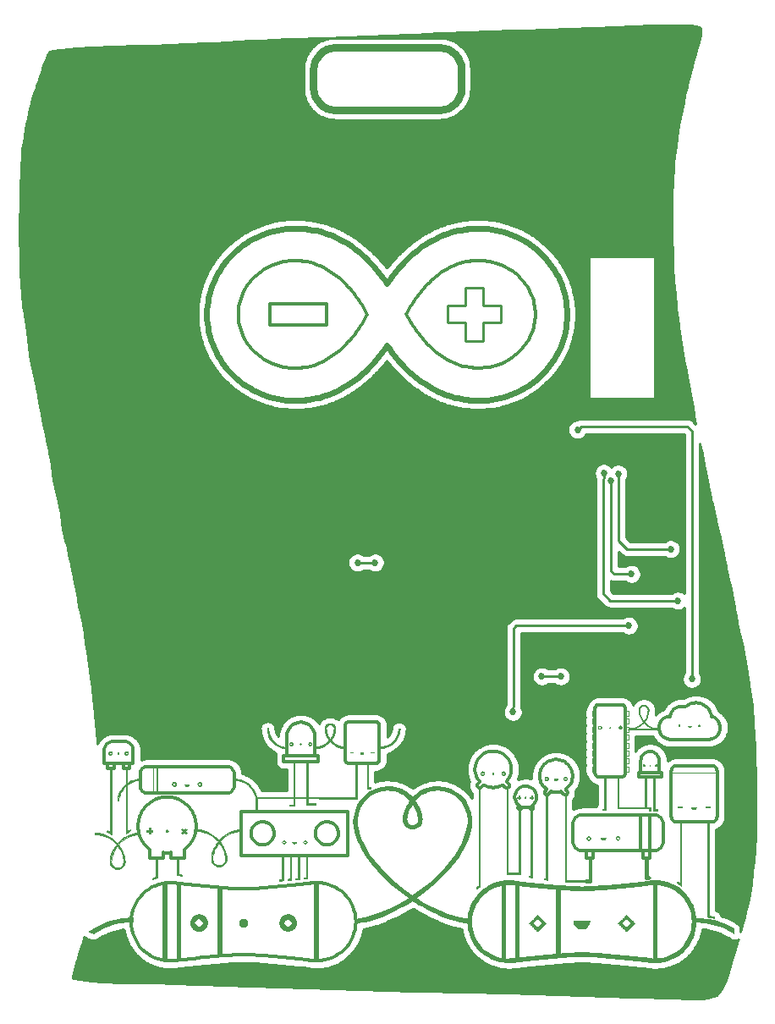
<source format=gtl>
G04 #@! TF.GenerationSoftware,KiCad,Pcbnew,(5.0.0)*
G04 #@! TF.CreationDate,2019-03-05T23:07:52-06:00*
G04 #@! TF.ProjectId,001,3030312E6B696361645F706362000000,rev?*
G04 #@! TF.SameCoordinates,Original*
G04 #@! TF.FileFunction,Copper,L1,Top,Signal*
G04 #@! TF.FilePolarity,Positive*
%FSLAX46Y46*%
G04 Gerber Fmt 4.6, Leading zero omitted, Abs format (unit mm)*
G04 Created by KiCad (PCBNEW (5.0.0)) date 03/05/19 23:07:52*
%MOMM*%
%LPD*%
G01*
G04 APERTURE LIST*
G04 #@! TA.AperFunction,EtchedComponent*
%ADD10C,0.362538*%
G04 #@! TD*
G04 #@! TA.AperFunction,EtchedComponent*
%ADD11C,0.560988*%
G04 #@! TD*
G04 #@! TA.AperFunction,EtchedComponent*
%ADD12C,0.297216*%
G04 #@! TD*
G04 #@! TA.AperFunction,EtchedComponent*
%ADD13C,0.264375*%
G04 #@! TD*
G04 #@! TA.AperFunction,EtchedComponent*
%ADD14C,0.750000*%
G04 #@! TD*
G04 #@! TA.AperFunction,EtchedComponent*
%ADD15C,0.093750*%
G04 #@! TD*
G04 #@! TA.AperFunction,EtchedComponent*
%ADD16C,0.187500*%
G04 #@! TD*
G04 #@! TA.AperFunction,EtchedComponent*
%ADD17C,0.090800*%
G04 #@! TD*
G04 #@! TA.AperFunction,EtchedComponent*
%ADD18C,0.375000*%
G04 #@! TD*
G04 #@! TA.AperFunction,EtchedComponent*
%ADD19C,0.100000*%
G04 #@! TD*
G04 #@! TA.AperFunction,EtchedComponent*
%ADD20C,0.090312*%
G04 #@! TD*
G04 #@! TA.AperFunction,EtchedComponent*
%ADD21C,0.242890*%
G04 #@! TD*
G04 #@! TA.AperFunction,EtchedComponent*
%ADD22C,0.121875*%
G04 #@! TD*
G04 #@! TA.AperFunction,EtchedComponent*
%ADD23C,0.089372*%
G04 #@! TD*
G04 #@! TA.AperFunction,ViaPad*
%ADD24C,0.685800*%
G04 #@! TD*
G04 #@! TA.AperFunction,Conductor*
%ADD25C,0.254000*%
G04 #@! TD*
G04 APERTURE END LIST*
D10*
G04 #@! TO.C,U7*
X146659694Y-75297707D02*
X146688000Y-75293677D01*
X146688000Y-75293677D02*
X146716338Y-75289771D01*
X146716338Y-75289771D02*
X146744708Y-75285992D01*
X146744708Y-75285992D02*
X146773106Y-75282345D01*
X146773106Y-75282345D02*
X146801533Y-75278820D01*
X146801533Y-75278820D02*
X146829983Y-75275411D01*
X146829983Y-75275411D02*
X146858455Y-75272120D01*
X146858455Y-75272120D02*
X146886948Y-75268948D01*
X146886948Y-75268948D02*
X146915460Y-75265903D01*
X146915460Y-75265903D02*
X146943990Y-75262993D01*
X146943990Y-75262993D02*
X146972535Y-75260228D01*
X146972535Y-75260228D02*
X147001094Y-75257575D01*
X147001094Y-75257575D02*
X147029664Y-75255063D01*
X147029664Y-75255063D02*
X147058241Y-75252658D01*
X147058241Y-75252658D02*
X147086826Y-75250378D01*
X147086826Y-75250378D02*
X147115416Y-75248225D01*
X147115416Y-75248225D02*
X147144010Y-75246201D01*
X147144010Y-75246201D02*
X147172604Y-75244305D01*
X147172604Y-75244305D02*
X147201197Y-75242541D01*
X147201197Y-75242541D02*
X147229788Y-75240915D01*
X147229788Y-75240915D02*
X147258376Y-75239416D01*
X147258376Y-75239416D02*
X147286954Y-75238036D01*
X147286954Y-75238036D02*
X147315524Y-75236778D01*
X147315524Y-75236778D02*
X147344083Y-75235649D01*
X147344083Y-75235649D02*
X147372628Y-75234655D01*
X147372628Y-75234655D02*
X147401160Y-75233800D01*
X147401160Y-75233800D02*
X147429676Y-75233078D01*
X147429676Y-75233078D02*
X147458173Y-75232485D01*
X147458173Y-75232485D02*
X147486650Y-75232014D01*
X147486650Y-75232014D02*
X147515103Y-75231669D01*
X147515103Y-75231669D02*
X147543531Y-75231457D01*
X147543531Y-75231457D02*
X147571933Y-75231385D01*
X147571933Y-75231385D02*
X147863532Y-75238397D01*
X147863532Y-75238397D02*
X148151360Y-75259209D01*
X148151360Y-75259209D02*
X148435059Y-75293476D01*
X148435059Y-75293476D02*
X148714269Y-75340860D01*
X148714269Y-75340860D02*
X148988630Y-75401019D01*
X148988630Y-75401019D02*
X149257781Y-75473610D01*
X149257781Y-75473610D02*
X149521364Y-75558291D01*
X149521364Y-75558291D02*
X149779015Y-75654720D01*
X149779015Y-75654720D02*
X150030380Y-75762557D01*
X150030380Y-75762557D02*
X150275097Y-75881459D01*
X150275097Y-75881459D02*
X150512805Y-76011084D01*
X150512805Y-76011084D02*
X150743146Y-76151093D01*
X150743146Y-76151093D02*
X150965757Y-76301142D01*
X150965757Y-76301142D02*
X151180280Y-76460891D01*
X151180280Y-76460891D02*
X151386356Y-76629998D01*
X151386356Y-76629998D02*
X151583623Y-76808122D01*
X151583623Y-76808122D02*
X151771724Y-76994920D01*
X151771724Y-76994920D02*
X151950295Y-77190051D01*
X151950295Y-77190051D02*
X152118982Y-77393173D01*
X152118982Y-77393173D02*
X152277422Y-77603946D01*
X152277422Y-77603946D02*
X152425252Y-77822026D01*
X152425252Y-77822026D02*
X152562116Y-78047074D01*
X152562116Y-78047074D02*
X152687651Y-78278748D01*
X152687651Y-78278748D02*
X152801503Y-78516705D01*
X152801503Y-78516705D02*
X152903306Y-78760604D01*
X152903306Y-78760604D02*
X152992705Y-79010104D01*
X152992705Y-79010104D02*
X153069337Y-79264863D01*
X153069337Y-79264863D02*
X153132843Y-79524540D01*
X153132843Y-79524540D02*
X153182864Y-79788792D01*
X153182864Y-79788792D02*
X153219036Y-80057279D01*
X153219036Y-80057279D02*
X153240993Y-80329658D01*
X153240993Y-80329658D02*
X153248387Y-80605588D01*
X153248387Y-80605588D02*
X153240993Y-80881684D01*
X153240993Y-80881684D02*
X153219036Y-81154218D01*
X153219036Y-81154218D02*
X153182861Y-81422851D01*
X153182861Y-81422851D02*
X153132834Y-81687241D01*
X153132834Y-81687241D02*
X153069320Y-81947048D01*
X153069320Y-81947048D02*
X152992674Y-82201928D01*
X152992674Y-82201928D02*
X152903261Y-82451542D01*
X152903261Y-82451542D02*
X152801432Y-82695548D01*
X152801432Y-82695548D02*
X152687553Y-82933603D01*
X152687553Y-82933603D02*
X152561981Y-83165369D01*
X152561981Y-83165369D02*
X152425077Y-83390502D01*
X152425077Y-83390502D02*
X152277199Y-83608662D01*
X152277199Y-83608662D02*
X152118705Y-83819507D01*
X152118705Y-83819507D02*
X151949953Y-84022696D01*
X151949953Y-84022696D02*
X151771307Y-84217888D01*
X151771307Y-84217888D02*
X151583121Y-84404740D01*
X151583121Y-84404740D02*
X151385757Y-84582913D01*
X151385757Y-84582913D02*
X151179577Y-84752064D01*
X151179577Y-84752064D02*
X150964936Y-84911853D01*
X150964936Y-84911853D02*
X150742195Y-85061938D01*
X150742195Y-85061938D02*
X150511712Y-85201977D01*
X150511712Y-85201977D02*
X150273847Y-85331630D01*
X150273847Y-85331630D02*
X150028960Y-85450556D01*
X150028960Y-85450556D02*
X149777410Y-85558411D01*
X149777410Y-85558411D02*
X149519554Y-85654856D01*
X149519554Y-85654856D02*
X149255753Y-85739549D01*
X149255753Y-85739549D02*
X148986366Y-85812149D01*
X148986366Y-85812149D02*
X148711753Y-85872314D01*
X148711753Y-85872314D02*
X148432273Y-85919703D01*
X148432273Y-85919703D02*
X148148285Y-85953975D01*
X148148285Y-85953975D02*
X147860148Y-85974789D01*
X147860148Y-85974789D02*
X147568221Y-85981802D01*
X147568221Y-85981802D02*
X147540024Y-85981729D01*
X147540024Y-85981729D02*
X147511797Y-85981510D01*
X147511797Y-85981510D02*
X147483539Y-85981143D01*
X147483539Y-85981143D02*
X147455253Y-85980635D01*
X147455253Y-85980635D02*
X147426940Y-85979986D01*
X147426940Y-85979986D02*
X147398602Y-85979224D01*
X147398602Y-85979224D02*
X147370241Y-85978320D01*
X147370241Y-85978320D02*
X147341857Y-85977276D01*
X147341857Y-85977276D02*
X147313454Y-85976119D01*
X147313454Y-85976119D02*
X147285032Y-85974821D01*
X147285032Y-85974821D02*
X147256594Y-85973382D01*
X147256594Y-85973382D02*
X147228140Y-85971829D01*
X147228140Y-85971829D02*
X147199674Y-85970136D01*
X147199674Y-85970136D02*
X147171196Y-85968330D01*
X147171196Y-85968330D02*
X147142708Y-85966382D01*
X147142708Y-85966382D02*
X147114211Y-85964322D01*
X147114211Y-85964322D02*
X147085708Y-85962149D01*
X147085708Y-85962149D02*
X147057200Y-85959863D01*
X147057200Y-85959863D02*
X147028689Y-85957436D01*
X147028689Y-85957436D02*
X147000177Y-85954896D01*
X147000177Y-85954896D02*
X146971664Y-85952243D01*
X146971664Y-85952243D02*
X146943154Y-85949477D01*
X146943154Y-85949477D02*
X146914647Y-85946604D01*
X146914647Y-85946604D02*
X146886146Y-85943621D01*
X146886146Y-85943621D02*
X146857652Y-85940528D01*
X146857652Y-85940528D02*
X146829166Y-85937330D01*
X146829166Y-85937330D02*
X146800691Y-85934026D01*
X146800691Y-85934026D02*
X146772227Y-85930616D01*
X146772227Y-85930616D02*
X146743778Y-85927106D01*
X146743778Y-85927106D02*
X146715344Y-85923493D01*
X146715344Y-85923493D02*
X146686927Y-85919779D01*
X146686927Y-85919779D02*
X146658529Y-85915966D01*
X146658529Y-85915966D02*
X146335919Y-85860884D01*
X146335919Y-85860884D02*
X146021230Y-85789499D01*
X146021230Y-85789499D02*
X145714474Y-85702728D01*
X145714474Y-85702728D02*
X145415661Y-85601485D01*
X145415661Y-85601485D02*
X145124803Y-85486687D01*
X145124803Y-85486687D02*
X144841910Y-85359248D01*
X144841910Y-85359248D02*
X144566993Y-85220084D01*
X144566993Y-85220084D02*
X144300065Y-85070110D01*
X144300065Y-85070110D02*
X144041135Y-84910242D01*
X144041135Y-84910242D02*
X143790215Y-84741393D01*
X143790215Y-84741393D02*
X143547315Y-84564481D01*
X143547315Y-84564481D02*
X143312448Y-84380419D01*
X143312448Y-84380419D02*
X143085621Y-84190120D01*
X143085621Y-84190120D02*
X142866849Y-83994507D01*
X142866849Y-83994507D02*
X142656142Y-83794491D01*
X142656142Y-83794491D02*
X142453511Y-83590987D01*
X142453511Y-83590987D02*
X142258966Y-83384910D01*
X142258966Y-83384910D02*
X142072520Y-83177177D01*
X142072520Y-83177177D02*
X141894182Y-82968701D01*
X141894182Y-82968701D02*
X141723964Y-82760399D01*
X141723964Y-82760399D02*
X141561876Y-82553186D01*
X141561876Y-82553186D02*
X141407931Y-82347976D01*
X141407931Y-82347976D02*
X141262139Y-82145686D01*
X141262139Y-82145686D02*
X141124510Y-81947230D01*
X141124510Y-81947230D02*
X140995056Y-81753524D01*
X140995056Y-81753524D02*
X140873789Y-81565484D01*
X140873789Y-81565484D02*
X140760718Y-81384023D01*
X140760718Y-81384023D02*
X140655855Y-81210059D01*
X140655855Y-81210059D02*
X140559212Y-81044505D01*
X140559212Y-81044505D02*
X140470797Y-80888278D01*
X140470797Y-80888278D02*
X140390624Y-80742292D01*
X140390624Y-80742292D02*
X140318703Y-80607463D01*
X140318703Y-80607463D02*
X140390726Y-80472303D01*
X140390726Y-80472303D02*
X140470988Y-80326016D01*
X140470988Y-80326016D02*
X140559476Y-80169519D01*
X140559476Y-80169519D02*
X140656183Y-80003725D01*
X140656183Y-80003725D02*
X140761098Y-79829547D01*
X140761098Y-79829547D02*
X140874211Y-79647900D01*
X140874211Y-79647900D02*
X140995512Y-79459699D01*
X140995512Y-79459699D02*
X141124990Y-79265856D01*
X141124990Y-79265856D02*
X141262637Y-79067286D01*
X141262637Y-79067286D02*
X141408441Y-78864902D01*
X141408441Y-78864902D02*
X141562393Y-78659620D01*
X141562393Y-78659620D02*
X141724482Y-78452352D01*
X141724482Y-78452352D02*
X141894698Y-78244013D01*
X141894698Y-78244013D02*
X142073033Y-78035517D01*
X142073033Y-78035517D02*
X142259475Y-77827778D01*
X142259475Y-77827778D02*
X142454016Y-77621710D01*
X142454016Y-77621710D02*
X142656642Y-77418228D01*
X142656642Y-77418228D02*
X142867346Y-77218244D01*
X142867346Y-77218244D02*
X143086117Y-77022672D01*
X143086117Y-77022672D02*
X143312945Y-76832426D01*
X143312945Y-76832426D02*
X143547821Y-76648423D01*
X143547821Y-76648423D02*
X143790733Y-76471574D01*
X143790733Y-76471574D02*
X144041673Y-76302795D01*
X144041673Y-76302795D02*
X144300630Y-76142998D01*
X144300630Y-76142998D02*
X144567594Y-75993098D01*
X144567594Y-75993098D02*
X144842555Y-75854010D01*
X144842555Y-75854010D02*
X145125503Y-75726647D01*
X145125503Y-75726647D02*
X145416427Y-75611922D01*
X145416427Y-75611922D02*
X145715319Y-75510749D01*
X145715319Y-75510749D02*
X146022167Y-75424044D01*
X146022167Y-75424044D02*
X146336962Y-75352720D01*
X146336962Y-75352720D02*
X146659694Y-75297691D01*
X146659694Y-75297691D02*
X146659694Y-75297707D01*
X130100325Y-85932262D02*
X130072020Y-85936292D01*
X130072020Y-85936292D02*
X130043681Y-85940198D01*
X130043681Y-85940198D02*
X130015312Y-85943977D01*
X130015312Y-85943977D02*
X129986914Y-85947624D01*
X129986914Y-85947624D02*
X129958487Y-85951149D01*
X129958487Y-85951149D02*
X129930037Y-85954558D01*
X129930037Y-85954558D02*
X129901565Y-85957848D01*
X129901565Y-85957848D02*
X129873072Y-85961021D01*
X129873072Y-85961021D02*
X129844560Y-85964066D01*
X129844560Y-85964066D02*
X129816030Y-85966976D01*
X129816030Y-85966976D02*
X129787484Y-85969741D01*
X129787484Y-85969741D02*
X129758926Y-85972394D01*
X129758926Y-85972394D02*
X129730356Y-85974906D01*
X129730356Y-85974906D02*
X129701778Y-85977305D01*
X129701778Y-85977305D02*
X129673194Y-85979591D01*
X129673194Y-85979591D02*
X129644604Y-85981736D01*
X129644604Y-85981736D02*
X129616010Y-85983768D01*
X129616010Y-85983768D02*
X129587416Y-85985659D01*
X129587416Y-85985659D02*
X129558823Y-85987437D01*
X129558823Y-85987437D02*
X129530232Y-85989074D01*
X129530232Y-85989074D02*
X129501644Y-85990569D01*
X129501644Y-85990569D02*
X129473065Y-85991952D01*
X129473065Y-85991952D02*
X129444496Y-85993222D01*
X129444496Y-85993222D02*
X129415937Y-85994351D01*
X129415937Y-85994351D02*
X129387391Y-85995339D01*
X129387391Y-85995339D02*
X129358859Y-85996186D01*
X129358859Y-85996186D02*
X129330344Y-85996919D01*
X129330344Y-85996919D02*
X129301847Y-85997512D01*
X129301847Y-85997512D02*
X129273370Y-85997992D01*
X129273370Y-85997992D02*
X129244916Y-85998330D01*
X129244916Y-85998330D02*
X129216488Y-85998543D01*
X129216488Y-85998543D02*
X129188087Y-85998615D01*
X129188087Y-85998615D02*
X128896488Y-85991602D01*
X128896488Y-85991602D02*
X128608659Y-85970791D01*
X128608659Y-85970791D02*
X128324960Y-85936523D01*
X128324960Y-85936523D02*
X128045751Y-85889139D01*
X128045751Y-85889139D02*
X127771390Y-85828980D01*
X127771390Y-85828980D02*
X127502239Y-85756389D01*
X127502239Y-85756389D02*
X127238657Y-85671708D01*
X127238657Y-85671708D02*
X126981004Y-85575279D01*
X126981004Y-85575279D02*
X126729639Y-85467442D01*
X126729639Y-85467442D02*
X126484923Y-85348541D01*
X126484923Y-85348541D02*
X126247214Y-85218915D01*
X126247214Y-85218915D02*
X126016874Y-85078906D01*
X126016874Y-85078906D02*
X125794263Y-84928857D01*
X125794263Y-84928857D02*
X125579740Y-84769108D01*
X125579740Y-84769108D02*
X125373664Y-84600001D01*
X125373664Y-84600001D02*
X125176396Y-84421878D01*
X125176396Y-84421878D02*
X124988296Y-84235080D01*
X124988296Y-84235080D02*
X124809723Y-84039949D01*
X124809723Y-84039949D02*
X124641037Y-83836810D01*
X124641037Y-83836810D02*
X124482598Y-83626038D01*
X124482598Y-83626038D02*
X124334767Y-83407957D01*
X124334767Y-83407957D02*
X124197904Y-83182909D01*
X124197904Y-83182909D02*
X124072368Y-82951235D01*
X124072368Y-82951235D02*
X123958517Y-82713278D01*
X123958517Y-82713278D02*
X123856713Y-82469379D01*
X123856713Y-82469379D02*
X123767315Y-82219879D01*
X123767315Y-82219879D02*
X123690683Y-81965120D01*
X123690683Y-81965120D02*
X123627177Y-81705443D01*
X123627177Y-81705443D02*
X123577157Y-81441191D01*
X123577157Y-81441191D02*
X123540983Y-81172705D01*
X123540983Y-81172705D02*
X123519015Y-80900326D01*
X123519015Y-80900326D02*
X123511613Y-80624395D01*
X123511613Y-80624395D02*
X123519016Y-80348300D01*
X123519016Y-80348300D02*
X123540985Y-80075765D01*
X123540985Y-80075765D02*
X123577162Y-79807132D01*
X123577162Y-79807132D02*
X123627188Y-79542742D01*
X123627188Y-79542742D02*
X123690703Y-79282936D01*
X123690703Y-79282936D02*
X123767348Y-79028055D01*
X123767348Y-79028055D02*
X123856763Y-78778441D01*
X123856763Y-78778441D02*
X123958591Y-78534436D01*
X123958591Y-78534436D02*
X124072470Y-78296380D01*
X124072470Y-78296380D02*
X124198041Y-78064615D01*
X124198041Y-78064615D02*
X124334945Y-77839481D01*
X124334945Y-77839481D02*
X124482824Y-77621321D01*
X124482824Y-77621321D02*
X124641318Y-77410476D01*
X124641318Y-77410476D02*
X124810069Y-77207287D01*
X124810069Y-77207287D02*
X124988716Y-77012095D01*
X124988716Y-77012095D02*
X125176901Y-76825243D01*
X125176901Y-76825243D02*
X125374264Y-76647071D01*
X125374264Y-76647071D02*
X125580444Y-76477919D01*
X125580444Y-76477919D02*
X125795085Y-76318130D01*
X125795085Y-76318130D02*
X126017828Y-76168045D01*
X126017828Y-76168045D02*
X126248310Y-76028006D01*
X126248310Y-76028006D02*
X126486174Y-75898353D01*
X126486174Y-75898353D02*
X126731061Y-75779428D01*
X126731061Y-75779428D02*
X126982613Y-75671572D01*
X126982613Y-75671572D02*
X127240469Y-75575127D01*
X127240469Y-75575127D02*
X127504270Y-75490434D01*
X127504270Y-75490434D02*
X127773657Y-75417835D01*
X127773657Y-75417835D02*
X128048269Y-75357669D01*
X128048269Y-75357669D02*
X128327750Y-75310280D01*
X128327750Y-75310280D02*
X128611738Y-75276008D01*
X128611738Y-75276008D02*
X128899874Y-75255194D01*
X128899874Y-75255194D02*
X129191801Y-75248181D01*
X129191801Y-75248181D02*
X129219998Y-75248254D01*
X129219998Y-75248254D02*
X129248226Y-75248473D01*
X129248226Y-75248473D02*
X129276483Y-75248835D01*
X129276483Y-75248835D02*
X129304769Y-75249337D01*
X129304769Y-75249337D02*
X129333082Y-75249978D01*
X129333082Y-75249978D02*
X129361420Y-75250751D01*
X129361420Y-75250751D02*
X129389782Y-75251657D01*
X129389782Y-75251657D02*
X129418165Y-75252690D01*
X129418165Y-75252690D02*
X129446569Y-75253855D01*
X129446569Y-75253855D02*
X129474990Y-75255159D01*
X129474990Y-75255159D02*
X129503429Y-75256599D01*
X129503429Y-75256599D02*
X129531882Y-75258151D01*
X129531882Y-75258151D02*
X129560348Y-75259844D01*
X129560348Y-75259844D02*
X129588826Y-75261650D01*
X129588826Y-75261650D02*
X129617315Y-75263598D01*
X129617315Y-75263598D02*
X129645811Y-75265658D01*
X129645811Y-75265658D02*
X129674315Y-75267831D01*
X129674315Y-75267831D02*
X129702822Y-75270117D01*
X129702822Y-75270117D02*
X129731333Y-75272544D01*
X129731333Y-75272544D02*
X129759846Y-75275084D01*
X129759846Y-75275084D02*
X129788358Y-75277737D01*
X129788358Y-75277737D02*
X129816868Y-75280503D01*
X129816868Y-75280503D02*
X129845375Y-75283376D01*
X129845375Y-75283376D02*
X129873876Y-75286359D01*
X129873876Y-75286359D02*
X129902371Y-75289449D01*
X129902371Y-75289449D02*
X129930857Y-75292650D01*
X129930857Y-75292650D02*
X129959332Y-75295954D01*
X129959332Y-75295954D02*
X129987795Y-75299364D01*
X129987795Y-75299364D02*
X130016245Y-75302875D01*
X130016245Y-75302875D02*
X130044678Y-75306487D01*
X130044678Y-75306487D02*
X130073095Y-75310201D01*
X130073095Y-75310201D02*
X130101493Y-75314014D01*
X130101493Y-75314014D02*
X130424104Y-75369097D01*
X130424104Y-75369097D02*
X130738793Y-75440481D01*
X130738793Y-75440481D02*
X131045549Y-75527252D01*
X131045549Y-75527252D02*
X131344361Y-75628495D01*
X131344361Y-75628495D02*
X131635220Y-75743293D01*
X131635220Y-75743293D02*
X131918113Y-75870732D01*
X131918113Y-75870732D02*
X132193029Y-76009896D01*
X132193029Y-76009896D02*
X132459958Y-76159870D01*
X132459958Y-76159870D02*
X132718887Y-76319738D01*
X132718887Y-76319738D02*
X132969808Y-76488587D01*
X132969808Y-76488587D02*
X133212707Y-76665499D01*
X133212707Y-76665499D02*
X133447575Y-76849561D01*
X133447575Y-76849561D02*
X133674400Y-77039856D01*
X133674400Y-77039856D02*
X133893171Y-77235469D01*
X133893171Y-77235469D02*
X134103879Y-77435485D01*
X134103879Y-77435485D02*
X134306510Y-77638990D01*
X134306510Y-77638990D02*
X134501054Y-77845066D01*
X134501054Y-77845066D02*
X134687501Y-78052800D01*
X134687501Y-78052800D02*
X134865839Y-78261275D01*
X134865839Y-78261275D02*
X135036057Y-78469578D01*
X135036057Y-78469578D02*
X135198144Y-78676791D01*
X135198144Y-78676791D02*
X135352090Y-78882000D01*
X135352090Y-78882000D02*
X135497882Y-79084291D01*
X135497882Y-79084291D02*
X135635511Y-79282746D01*
X135635511Y-79282746D02*
X135764964Y-79476452D01*
X135764964Y-79476452D02*
X135886232Y-79664493D01*
X135886232Y-79664493D02*
X135999302Y-79845953D01*
X135999302Y-79845953D02*
X136104165Y-80019918D01*
X136104165Y-80019918D02*
X136200809Y-80185471D01*
X136200809Y-80185471D02*
X136289224Y-80341698D01*
X136289224Y-80341698D02*
X136369397Y-80487684D01*
X136369397Y-80487684D02*
X136441318Y-80622513D01*
X136441318Y-80622513D02*
X136369294Y-80757674D01*
X136369294Y-80757674D02*
X136289033Y-80903960D01*
X136289033Y-80903960D02*
X136200544Y-81060457D01*
X136200544Y-81060457D02*
X136103838Y-81226252D01*
X136103838Y-81226252D02*
X135998923Y-81400430D01*
X135998923Y-81400430D02*
X135885809Y-81582076D01*
X135885809Y-81582076D02*
X135764509Y-81770278D01*
X135764509Y-81770278D02*
X135635030Y-81964120D01*
X135635030Y-81964120D02*
X135497384Y-82162691D01*
X135497384Y-82162691D02*
X135351580Y-82365074D01*
X135351580Y-82365074D02*
X135197628Y-82570356D01*
X135197628Y-82570356D02*
X135035539Y-82777624D01*
X135035539Y-82777624D02*
X134865322Y-82985963D01*
X134865322Y-82985963D02*
X134686988Y-83194459D01*
X134686988Y-83194459D02*
X134500545Y-83402198D01*
X134500545Y-83402198D02*
X134306005Y-83608266D01*
X134306005Y-83608266D02*
X134103379Y-83811748D01*
X134103379Y-83811748D02*
X133892675Y-84011733D01*
X133892675Y-84011733D02*
X133673904Y-84207305D01*
X133673904Y-84207305D02*
X133447075Y-84397550D01*
X133447075Y-84397550D02*
X133212200Y-84581554D01*
X133212200Y-84581554D02*
X132969287Y-84758402D01*
X132969287Y-84758402D02*
X132718348Y-84927182D01*
X132718348Y-84927182D02*
X132459391Y-85086979D01*
X132459391Y-85086979D02*
X132192427Y-85236878D01*
X132192427Y-85236878D02*
X131917466Y-85375966D01*
X131917466Y-85375966D02*
X131634518Y-85503329D01*
X131634518Y-85503329D02*
X131343593Y-85618054D01*
X131343593Y-85618054D02*
X131044702Y-85719227D01*
X131044702Y-85719227D02*
X130737853Y-85805932D01*
X130737853Y-85805932D02*
X130423058Y-85877256D01*
X130423058Y-85877256D02*
X130100326Y-85932285D01*
X130100326Y-85932285D02*
X130100325Y-85932262D01*
D11*
G04 #@! TO.C,U6*
X156400175Y-80615878D02*
X156388604Y-80173452D01*
X156388604Y-80173452D02*
X156354257Y-79736758D01*
X156354257Y-79736758D02*
X156297700Y-79306343D01*
X156297700Y-79306343D02*
X156219493Y-78882750D01*
X156219493Y-78882750D02*
X156120202Y-78466526D01*
X156120202Y-78466526D02*
X156000384Y-78058216D01*
X156000384Y-78058216D02*
X155860605Y-77658364D01*
X155860605Y-77658364D02*
X155701426Y-77267515D01*
X155701426Y-77267515D02*
X155523409Y-76886215D01*
X155523409Y-76886215D02*
X155327118Y-76515010D01*
X155327118Y-76515010D02*
X155113112Y-76154443D01*
X155113112Y-76154443D02*
X154881955Y-75805060D01*
X154881955Y-75805060D02*
X154634209Y-75467406D01*
X154634209Y-75467406D02*
X154370433Y-75142027D01*
X154370433Y-75142027D02*
X154091193Y-74829468D01*
X154091193Y-74829468D02*
X153797050Y-74530273D01*
X153797050Y-74530273D02*
X153488567Y-74244987D01*
X153488567Y-74244987D02*
X153166306Y-73974157D01*
X153166306Y-73974157D02*
X152830829Y-73718327D01*
X152830829Y-73718327D02*
X152482696Y-73478041D01*
X152482696Y-73478041D02*
X152122471Y-73253846D01*
X152122471Y-73253846D02*
X151750716Y-73046286D01*
X151750716Y-73046286D02*
X151367995Y-72855907D01*
X151367995Y-72855907D02*
X150974865Y-72683253D01*
X150974865Y-72683253D02*
X150571894Y-72528871D01*
X150571894Y-72528871D02*
X150159643Y-72393303D01*
X150159643Y-72393303D02*
X149738672Y-72277096D01*
X149738672Y-72277096D02*
X149309541Y-72180796D01*
X149309541Y-72180796D02*
X148872817Y-72104947D01*
X148872817Y-72104947D02*
X148429059Y-72050094D01*
X148429059Y-72050094D02*
X147978831Y-72016782D01*
X147978831Y-72016782D02*
X147522695Y-72005557D01*
X147522695Y-72005557D02*
X147480306Y-72005648D01*
X147480306Y-72005648D02*
X147437875Y-72005922D01*
X147437875Y-72005922D02*
X147395405Y-72006380D01*
X147395405Y-72006380D02*
X147352898Y-72007022D01*
X147352898Y-72007022D02*
X147310355Y-72007848D01*
X147310355Y-72007848D02*
X147267780Y-72008860D01*
X147267780Y-72008860D02*
X147225175Y-72010058D01*
X147225175Y-72010058D02*
X147182541Y-72011444D01*
X147182541Y-72011444D02*
X147139882Y-72013017D01*
X147139882Y-72013017D02*
X147097199Y-72014778D01*
X147097199Y-72014778D02*
X147054495Y-72016729D01*
X147054495Y-72016729D02*
X147011773Y-72018869D01*
X147011773Y-72018869D02*
X146969034Y-72021200D01*
X146969034Y-72021200D02*
X146926280Y-72023722D01*
X146926280Y-72023722D02*
X146883515Y-72026436D01*
X146883515Y-72026436D02*
X146840740Y-72029342D01*
X146840740Y-72029342D02*
X146797957Y-72032442D01*
X146797957Y-72032442D02*
X146755170Y-72035736D01*
X146755170Y-72035736D02*
X146712379Y-72039224D01*
X146712379Y-72039224D02*
X146669589Y-72042908D01*
X146669589Y-72042908D02*
X146626800Y-72046788D01*
X146626800Y-72046788D02*
X146584015Y-72050865D01*
X146584015Y-72050865D02*
X146541237Y-72055140D01*
X146541237Y-72055140D02*
X146498467Y-72059613D01*
X146498467Y-72059613D02*
X146455708Y-72064284D01*
X146455708Y-72064284D02*
X146412963Y-72069156D01*
X146412963Y-72069156D02*
X146370234Y-72074227D01*
X146370234Y-72074227D02*
X146327522Y-72079500D01*
X146327522Y-72079500D02*
X146284831Y-72084975D01*
X146284831Y-72084975D02*
X146242162Y-72090652D01*
X146242162Y-72090652D02*
X146199517Y-72096532D01*
X146199517Y-72096532D02*
X146156901Y-72102616D01*
X146156901Y-72102616D02*
X145803958Y-72160140D01*
X145803958Y-72160140D02*
X145458365Y-72230068D01*
X145458365Y-72230068D02*
X145120093Y-72311880D01*
X145120093Y-72311880D02*
X144789121Y-72405054D01*
X144789121Y-72405054D02*
X144465422Y-72509069D01*
X144465422Y-72509069D02*
X144148971Y-72623403D01*
X144148971Y-72623403D02*
X143839742Y-72747534D01*
X143839742Y-72747534D02*
X143537711Y-72880942D01*
X143537711Y-72880942D02*
X143242852Y-73023105D01*
X143242852Y-73023105D02*
X142955140Y-73173502D01*
X142955140Y-73173502D02*
X142674550Y-73331610D01*
X142674550Y-73331610D02*
X142401056Y-73496909D01*
X142401056Y-73496909D02*
X142134633Y-73668877D01*
X142134633Y-73668877D02*
X141875257Y-73846993D01*
X141875257Y-73846993D02*
X141622901Y-74030735D01*
X141622901Y-74030735D02*
X141377541Y-74219582D01*
X141377541Y-74219582D02*
X141139151Y-74413012D01*
X141139151Y-74413012D02*
X140907707Y-74610505D01*
X140907707Y-74610505D02*
X140683183Y-74811537D01*
X140683183Y-74811537D02*
X140465553Y-75015589D01*
X140465553Y-75015589D02*
X140254793Y-75222139D01*
X140254793Y-75222139D02*
X140050878Y-75430664D01*
X140050878Y-75430664D02*
X139853781Y-75640645D01*
X139853781Y-75640645D02*
X139663479Y-75851558D01*
X139663479Y-75851558D02*
X139479945Y-76062884D01*
X139479945Y-76062884D02*
X139303155Y-76274100D01*
X139303155Y-76274100D02*
X139133084Y-76484685D01*
X139133084Y-76484685D02*
X138969705Y-76694118D01*
X138969705Y-76694118D02*
X138812994Y-76901877D01*
X138812994Y-76901877D02*
X138662926Y-77107441D01*
X138662926Y-77107441D02*
X138519475Y-77310288D01*
X138519475Y-77310288D02*
X138382617Y-77509896D01*
X138382617Y-77509896D02*
X138245313Y-77310288D01*
X138245313Y-77310288D02*
X138101444Y-77107442D01*
X138101444Y-77107442D02*
X137950985Y-76901880D01*
X137950985Y-76901880D02*
X137793911Y-76694123D01*
X137793911Y-76694123D02*
X137630194Y-76484692D01*
X137630194Y-76484692D02*
X137459810Y-76274110D01*
X137459810Y-76274110D02*
X137282732Y-76062897D01*
X137282732Y-76062897D02*
X137098934Y-75851574D01*
X137098934Y-75851574D02*
X136908392Y-75640663D01*
X136908392Y-75640663D02*
X136711077Y-75430686D01*
X136711077Y-75430686D02*
X136506966Y-75222163D01*
X136506966Y-75222163D02*
X136296032Y-75015617D01*
X136296032Y-75015617D02*
X136078248Y-74811569D01*
X136078248Y-74811569D02*
X135853590Y-74610539D01*
X135853590Y-74610539D02*
X135622031Y-74413050D01*
X135622031Y-74413050D02*
X135383545Y-74219622D01*
X135383545Y-74219622D02*
X135138107Y-74030778D01*
X135138107Y-74030778D02*
X134885690Y-73847038D01*
X134885690Y-73847038D02*
X134626269Y-73668924D01*
X134626269Y-73668924D02*
X134359818Y-73496957D01*
X134359818Y-73496957D02*
X134086311Y-73331658D01*
X134086311Y-73331658D02*
X133805721Y-73173550D01*
X133805721Y-73173550D02*
X133518024Y-73023152D01*
X133518024Y-73023152D02*
X133223194Y-72880988D01*
X133223194Y-72880988D02*
X132921203Y-72747578D01*
X132921203Y-72747578D02*
X132612027Y-72623443D01*
X132612027Y-72623443D02*
X132295640Y-72509105D01*
X132295640Y-72509105D02*
X131972014Y-72405085D01*
X131972014Y-72405085D02*
X131641126Y-72311905D01*
X131641126Y-72311905D02*
X131302949Y-72230086D01*
X131302949Y-72230086D02*
X130957457Y-72160149D01*
X130957457Y-72160149D02*
X130604624Y-72102615D01*
X130604624Y-72102615D02*
X130561994Y-72096502D01*
X130561994Y-72096502D02*
X130519332Y-72090597D01*
X130519332Y-72090597D02*
X130476640Y-72084898D01*
X130476640Y-72084898D02*
X130433922Y-72079405D01*
X130433922Y-72079405D02*
X130391181Y-72074117D01*
X130391181Y-72074117D02*
X130348418Y-72069033D01*
X130348418Y-72069033D02*
X130305638Y-72064151D01*
X130305638Y-72064151D02*
X130262843Y-72059473D01*
X130262843Y-72059473D02*
X130220036Y-72054995D01*
X130220036Y-72054995D02*
X130177220Y-72050718D01*
X130177220Y-72050718D02*
X130134397Y-72046641D01*
X130134397Y-72046641D02*
X130091572Y-72042763D01*
X130091572Y-72042763D02*
X130048746Y-72039082D01*
X130048746Y-72039082D02*
X130005922Y-72035598D01*
X130005922Y-72035598D02*
X129963104Y-72032310D01*
X129963104Y-72032310D02*
X129920294Y-72029217D01*
X129920294Y-72029217D02*
X129877496Y-72026319D01*
X129877496Y-72026319D02*
X129834711Y-72023614D01*
X129834711Y-72023614D02*
X129791944Y-72021102D01*
X129791944Y-72021102D02*
X129749196Y-72018781D01*
X129749196Y-72018781D02*
X129706471Y-72016651D01*
X129706471Y-72016651D02*
X129663772Y-72014711D01*
X129663772Y-72014711D02*
X129621102Y-72012960D01*
X129621102Y-72012960D02*
X129578463Y-72011397D01*
X129578463Y-72011397D02*
X129535858Y-72010021D01*
X129535858Y-72010021D02*
X129493291Y-72008831D01*
X129493291Y-72008831D02*
X129450764Y-72007827D01*
X129450764Y-72007827D02*
X129408280Y-72007008D01*
X129408280Y-72007008D02*
X129365842Y-72006371D01*
X129365842Y-72006371D02*
X129323453Y-72005918D01*
X129323453Y-72005918D02*
X129281115Y-72005647D01*
X129281115Y-72005647D02*
X129238832Y-72005557D01*
X129238832Y-72005557D02*
X128782461Y-72016782D01*
X128782461Y-72016782D02*
X128332019Y-72050093D01*
X128332019Y-72050093D02*
X127888067Y-72104946D01*
X127888067Y-72104946D02*
X127451168Y-72180795D01*
X127451168Y-72180795D02*
X127021882Y-72277096D01*
X127021882Y-72277096D02*
X126600770Y-72393302D01*
X126600770Y-72393302D02*
X126188395Y-72528869D01*
X126188395Y-72528869D02*
X125785315Y-72683253D01*
X125785315Y-72683253D02*
X125392095Y-72855906D01*
X125392095Y-72855906D02*
X125009294Y-73046286D01*
X125009294Y-73046286D02*
X124637474Y-73253846D01*
X124637474Y-73253846D02*
X124277196Y-73478041D01*
X124277196Y-73478041D02*
X123929021Y-73718326D01*
X123929021Y-73718326D02*
X123593511Y-73974157D01*
X123593511Y-73974157D02*
X123271227Y-74244987D01*
X123271227Y-74244987D02*
X122962730Y-74530273D01*
X122962730Y-74530273D02*
X122668581Y-74829468D01*
X122668581Y-74829468D02*
X122389342Y-75142027D01*
X122389342Y-75142027D02*
X122125574Y-75467407D01*
X122125574Y-75467407D02*
X121877838Y-75805060D01*
X121877838Y-75805060D02*
X121646696Y-76154443D01*
X121646696Y-76154443D02*
X121432708Y-76515010D01*
X121432708Y-76515010D02*
X121236436Y-76886215D01*
X121236436Y-76886215D02*
X121058442Y-77267515D01*
X121058442Y-77267515D02*
X120899286Y-77658364D01*
X120899286Y-77658364D02*
X120759530Y-78058216D01*
X120759530Y-78058216D02*
X120639735Y-78466526D01*
X120639735Y-78466526D02*
X120540462Y-78882750D01*
X120540462Y-78882750D02*
X120462273Y-79306343D01*
X120462273Y-79306343D02*
X120405729Y-79736758D01*
X120405729Y-79736758D02*
X120371391Y-80173452D01*
X120371391Y-80173452D02*
X120359820Y-80615878D01*
X120359820Y-80615878D02*
X120371390Y-81058348D01*
X120371390Y-81058348D02*
X120405726Y-81495069D01*
X120405726Y-81495069D02*
X120462267Y-81925497D01*
X120462267Y-81925497D02*
X120540450Y-82349088D01*
X120540450Y-82349088D02*
X120639713Y-82765298D01*
X120639713Y-82765298D02*
X120759495Y-83173583D01*
X120759495Y-83173583D02*
X120899233Y-83573397D01*
X120899233Y-83573397D02*
X121058367Y-83964199D01*
X121058367Y-83964199D02*
X121236332Y-84345442D01*
X121236332Y-84345442D02*
X121432569Y-84716583D01*
X121432569Y-84716583D02*
X121646515Y-85077078D01*
X121646515Y-85077078D02*
X121877607Y-85426382D01*
X121877607Y-85426382D02*
X122125285Y-85763952D01*
X122125285Y-85763952D02*
X122388986Y-86089243D01*
X122388986Y-86089243D02*
X122668149Y-86401711D01*
X122668149Y-86401711D02*
X122962211Y-86700811D01*
X122962211Y-86700811D02*
X123270610Y-86986001D01*
X123270610Y-86986001D02*
X123592785Y-87256735D01*
X123592785Y-87256735D02*
X123928174Y-87512469D01*
X123928174Y-87512469D02*
X124276214Y-87752659D01*
X124276214Y-87752659D02*
X124636345Y-87976762D01*
X124636345Y-87976762D02*
X125008004Y-88184232D01*
X125008004Y-88184232D02*
X125390628Y-88374526D01*
X125390628Y-88374526D02*
X125783657Y-88547099D01*
X125783657Y-88547099D02*
X126186528Y-88701407D01*
X126186528Y-88701407D02*
X126598680Y-88836907D01*
X126598680Y-88836907D02*
X127019550Y-88953053D01*
X127019550Y-88953053D02*
X127448576Y-89049302D01*
X127448576Y-89049302D02*
X127885198Y-89125110D01*
X127885198Y-89125110D02*
X128328852Y-89179932D01*
X128328852Y-89179932D02*
X128778977Y-89213225D01*
X128778977Y-89213225D02*
X129235011Y-89224443D01*
X129235011Y-89224443D02*
X129277641Y-89224359D01*
X129277641Y-89224359D02*
X129320303Y-89224105D01*
X129320303Y-89224105D02*
X129362997Y-89223681D01*
X129362997Y-89223681D02*
X129405719Y-89223089D01*
X129405719Y-89223089D02*
X129448467Y-89222327D01*
X129448467Y-89222327D02*
X129491239Y-89221395D01*
X129491239Y-89221395D02*
X129534032Y-89220266D01*
X129534032Y-89220266D02*
X129576845Y-89218968D01*
X129576845Y-89218968D02*
X129619676Y-89217501D01*
X129619676Y-89217501D02*
X129662521Y-89215835D01*
X129662521Y-89215835D02*
X129705378Y-89214001D01*
X129705378Y-89214001D02*
X129748246Y-89211969D01*
X129748246Y-89211969D02*
X129791122Y-89209768D01*
X129791122Y-89209768D02*
X129834004Y-89207369D01*
X129834004Y-89207369D02*
X129876889Y-89204772D01*
X129876889Y-89204772D02*
X129919776Y-89202007D01*
X129919776Y-89202007D02*
X129962661Y-89199035D01*
X129962661Y-89199035D02*
X130005544Y-89195871D01*
X130005544Y-89195871D02*
X130048421Y-89192510D01*
X130048421Y-89192510D02*
X130091290Y-89188951D01*
X130091290Y-89188951D02*
X130134149Y-89185195D01*
X130134149Y-89185195D02*
X130176996Y-89181235D01*
X130176996Y-89181235D02*
X130219829Y-89177072D01*
X130219829Y-89177072D02*
X130262645Y-89172706D01*
X130262645Y-89172706D02*
X130305442Y-89168134D01*
X130305442Y-89168134D02*
X130348217Y-89163356D01*
X130348217Y-89163356D02*
X130390969Y-89158369D01*
X130390969Y-89158369D02*
X130433695Y-89153171D01*
X130433695Y-89153171D02*
X130476393Y-89147761D01*
X130476393Y-89147761D02*
X130519061Y-89142136D01*
X130519061Y-89142136D02*
X130561696Y-89136297D01*
X130561696Y-89136297D02*
X130604297Y-89130240D01*
X130604297Y-89130240D02*
X130957130Y-89072444D01*
X130957130Y-89072444D02*
X131302622Y-89002254D01*
X131302622Y-89002254D02*
X131640799Y-88920190D01*
X131640799Y-88920190D02*
X131971687Y-88826773D01*
X131971687Y-88826773D02*
X132295312Y-88722524D01*
X132295312Y-88722524D02*
X132611699Y-88607964D01*
X132611699Y-88607964D02*
X132920875Y-88483615D01*
X132920875Y-88483615D02*
X133222866Y-88349996D01*
X133222866Y-88349996D02*
X133517697Y-88207629D01*
X133517697Y-88207629D02*
X133805394Y-88057035D01*
X133805394Y-88057035D02*
X134085983Y-87898735D01*
X134085983Y-87898735D02*
X134359490Y-87733250D01*
X134359490Y-87733250D02*
X134625941Y-87561099D01*
X134625941Y-87561099D02*
X134885362Y-87382806D01*
X134885362Y-87382806D02*
X135137779Y-87198889D01*
X135137779Y-87198889D02*
X135383217Y-87009871D01*
X135383217Y-87009871D02*
X135621702Y-86816272D01*
X135621702Y-86816272D02*
X135853262Y-86618613D01*
X135853262Y-86618613D02*
X136077920Y-86417415D01*
X136077920Y-86417415D02*
X136295703Y-86213199D01*
X136295703Y-86213199D02*
X136506638Y-86006486D01*
X136506638Y-86006486D02*
X136710749Y-85797797D01*
X136710749Y-85797797D02*
X136908063Y-85587652D01*
X136908063Y-85587652D02*
X137098606Y-85376573D01*
X137098606Y-85376573D02*
X137282404Y-85165081D01*
X137282404Y-85165081D02*
X137459481Y-84953696D01*
X137459481Y-84953696D02*
X137629866Y-84742939D01*
X137629866Y-84742939D02*
X137793582Y-84533331D01*
X137793582Y-84533331D02*
X137950657Y-84325394D01*
X137950657Y-84325394D02*
X138101116Y-84119647D01*
X138101116Y-84119647D02*
X138244985Y-83916613D01*
X138244985Y-83916613D02*
X138382289Y-83716812D01*
X138382289Y-83716812D02*
X138519147Y-83916613D01*
X138519147Y-83916613D02*
X138662598Y-84119647D01*
X138662598Y-84119647D02*
X138812666Y-84325394D01*
X138812666Y-84325394D02*
X138969377Y-84533331D01*
X138969377Y-84533331D02*
X139132755Y-84742939D01*
X139132755Y-84742939D02*
X139302827Y-84953695D01*
X139302827Y-84953695D02*
X139479617Y-85165081D01*
X139479617Y-85165081D02*
X139663151Y-85376573D01*
X139663151Y-85376573D02*
X139853453Y-85587652D01*
X139853453Y-85587652D02*
X140050549Y-85797797D01*
X140050549Y-85797797D02*
X140254465Y-86006486D01*
X140254465Y-86006486D02*
X140465225Y-86213199D01*
X140465225Y-86213199D02*
X140682854Y-86417415D01*
X140682854Y-86417415D02*
X140907379Y-86618613D01*
X140907379Y-86618613D02*
X141138823Y-86816272D01*
X141138823Y-86816272D02*
X141377213Y-87009871D01*
X141377213Y-87009871D02*
X141622573Y-87198889D01*
X141622573Y-87198889D02*
X141874929Y-87382805D01*
X141874929Y-87382805D02*
X142134305Y-87561099D01*
X142134305Y-87561099D02*
X142400728Y-87733250D01*
X142400728Y-87733250D02*
X142674222Y-87898735D01*
X142674222Y-87898735D02*
X142954812Y-88057036D01*
X142954812Y-88057036D02*
X143242524Y-88207629D01*
X143242524Y-88207629D02*
X143537383Y-88349996D01*
X143537383Y-88349996D02*
X143839415Y-88483615D01*
X143839415Y-88483615D02*
X144148643Y-88607964D01*
X144148643Y-88607964D02*
X144465094Y-88722524D01*
X144465094Y-88722524D02*
X144788793Y-88826773D01*
X144788793Y-88826773D02*
X145119765Y-88920190D01*
X145119765Y-88920190D02*
X145458035Y-89002254D01*
X145458035Y-89002254D02*
X145803628Y-89072444D01*
X145803628Y-89072444D02*
X146156570Y-89130240D01*
X146156570Y-89130240D02*
X146199196Y-89136288D01*
X146199196Y-89136288D02*
X146241848Y-89142119D01*
X146241848Y-89142119D02*
X146284523Y-89147735D01*
X146284523Y-89147735D02*
X146327221Y-89153140D01*
X146327221Y-89153140D02*
X146369939Y-89158333D01*
X146369939Y-89158333D02*
X146412678Y-89163317D01*
X146412678Y-89163317D02*
X146455434Y-89168092D01*
X146455434Y-89168092D02*
X146498207Y-89172661D01*
X146498207Y-89172661D02*
X146540994Y-89177027D01*
X146540994Y-89177027D02*
X146583796Y-89181187D01*
X146583796Y-89181187D02*
X146626609Y-89185147D01*
X146626609Y-89185147D02*
X146669433Y-89188906D01*
X146669433Y-89188906D02*
X146712266Y-89192465D01*
X146712266Y-89192465D02*
X146755106Y-89195826D01*
X146755106Y-89195826D02*
X146797953Y-89198992D01*
X146797953Y-89198992D02*
X146840805Y-89201964D01*
X146840805Y-89201964D02*
X146883659Y-89204758D01*
X146883659Y-89204758D02*
X146926516Y-89207355D01*
X146926516Y-89207355D02*
X146969372Y-89209754D01*
X146969372Y-89209754D02*
X147012228Y-89211955D01*
X147012228Y-89211955D02*
X147055080Y-89213987D01*
X147055080Y-89213987D02*
X147097929Y-89215821D01*
X147097929Y-89215821D02*
X147140771Y-89217486D01*
X147140771Y-89217486D02*
X147183607Y-89218954D01*
X147183607Y-89218954D02*
X147226434Y-89220252D01*
X147226434Y-89220252D02*
X147269251Y-89221381D01*
X147269251Y-89221381D02*
X147312056Y-89222312D01*
X147312056Y-89222312D02*
X147354848Y-89223074D01*
X147354848Y-89223074D02*
X147397625Y-89223667D01*
X147397625Y-89223667D02*
X147440387Y-89224090D01*
X147440387Y-89224090D02*
X147483131Y-89224343D01*
X147483131Y-89224343D02*
X147525856Y-89224427D01*
X147525856Y-89224427D02*
X147981936Y-89213180D01*
X147981936Y-89213180D02*
X148432095Y-89179863D01*
X148432095Y-89179863D02*
X148875774Y-89125019D01*
X148875774Y-89125019D02*
X149312410Y-89049192D01*
X149312410Y-89049192D02*
X149741443Y-88952926D01*
X149741443Y-88952926D02*
X150162310Y-88836765D01*
X150162310Y-88836765D02*
X150574451Y-88701254D01*
X150574451Y-88701254D02*
X150977306Y-88546935D01*
X150977306Y-88546935D02*
X151370309Y-88374355D01*
X151370309Y-88374355D02*
X151752903Y-88184056D01*
X151752903Y-88184056D02*
X152124525Y-87976582D01*
X152124525Y-87976582D02*
X152484615Y-87752477D01*
X152484615Y-87752477D02*
X152832612Y-87512286D01*
X152832612Y-87512286D02*
X153167951Y-87256553D01*
X153167951Y-87256553D02*
X153490077Y-86985822D01*
X153490077Y-86985822D02*
X153798424Y-86700637D01*
X153798424Y-86700637D02*
X154092432Y-86401541D01*
X154092432Y-86401541D02*
X154371539Y-86089080D01*
X154371539Y-86089080D02*
X154635185Y-85763796D01*
X154635185Y-85763796D02*
X154882807Y-85426235D01*
X154882807Y-85426235D02*
X155113845Y-85076940D01*
X155113845Y-85076940D02*
X155327739Y-84716455D01*
X155327739Y-84716455D02*
X155523925Y-84345324D01*
X155523925Y-84345324D02*
X155701841Y-83964092D01*
X155701841Y-83964092D02*
X155860930Y-83573301D01*
X155860930Y-83573301D02*
X156000627Y-83173498D01*
X156000627Y-83173498D02*
X156120371Y-82765225D01*
X156120371Y-82765225D02*
X156219603Y-82349027D01*
X156219603Y-82349027D02*
X156297762Y-81925447D01*
X156297762Y-81925447D02*
X156354283Y-81495030D01*
X156354283Y-81495030D02*
X156388609Y-81058320D01*
X156388609Y-81058320D02*
X156400180Y-80615861D01*
X156400180Y-80615861D02*
X156400175Y-80615878D01*
D12*
G04 #@! TO.C,U8*
X126714939Y-79589997D02*
X127418098Y-79589997D01*
X127418098Y-79589997D02*
X128121257Y-79589997D01*
X128121257Y-79589997D02*
X128824417Y-79589997D01*
X128824417Y-79589997D02*
X129527576Y-79589997D01*
X129527576Y-79589997D02*
X130230736Y-79589997D01*
X130230736Y-79589997D02*
X130933895Y-79589997D01*
X130933895Y-79589997D02*
X131637054Y-79589997D01*
X131637054Y-79589997D02*
X132340214Y-79589997D01*
X132340214Y-79589997D02*
X132340214Y-79850044D01*
X132340214Y-79850044D02*
X132340214Y-80110091D01*
X132340214Y-80110091D02*
X132340214Y-80370137D01*
X132340214Y-80370137D02*
X132340214Y-80630184D01*
X132340214Y-80630184D02*
X132340214Y-80890230D01*
X132340214Y-80890230D02*
X132340214Y-81150277D01*
X132340214Y-81150277D02*
X132340214Y-81410324D01*
X132340214Y-81410324D02*
X132340214Y-81670370D01*
X132340214Y-81670370D02*
X131637054Y-81670370D01*
X131637054Y-81670370D02*
X130933895Y-81670370D01*
X130933895Y-81670370D02*
X130230736Y-81670370D01*
X130230736Y-81670370D02*
X129527576Y-81670370D01*
X129527576Y-81670370D02*
X128824417Y-81670370D01*
X128824417Y-81670370D02*
X128121257Y-81670370D01*
X128121257Y-81670370D02*
X127418098Y-81670370D01*
X127418098Y-81670370D02*
X126714939Y-81670370D01*
X126714939Y-81670370D02*
X126714939Y-81410324D01*
X126714939Y-81410324D02*
X126714939Y-81150277D01*
X126714939Y-81150277D02*
X126714939Y-80890230D01*
X126714939Y-80890230D02*
X126714939Y-80630184D01*
X126714939Y-80630184D02*
X126714939Y-80370137D01*
X126714939Y-80370137D02*
X126714939Y-80110091D01*
X126714939Y-80110091D02*
X126714939Y-79850044D01*
X126714939Y-79850044D02*
X126714939Y-79589997D01*
D13*
X146270811Y-81463747D02*
X146270811Y-81691001D01*
X146270811Y-81691001D02*
X146270811Y-81918254D01*
X146270811Y-81918254D02*
X146270811Y-82145508D01*
X146270811Y-82145508D02*
X146270811Y-82372762D01*
X146270811Y-82372762D02*
X146270811Y-82600016D01*
X146270811Y-82600016D02*
X146270811Y-82827269D01*
X146270811Y-82827269D02*
X146270811Y-83054523D01*
X146270811Y-83054523D02*
X146270811Y-83281777D01*
X146270811Y-83281777D02*
X146487347Y-83281777D01*
X146487347Y-83281777D02*
X146703883Y-83281777D01*
X146703883Y-83281777D02*
X146920420Y-83281777D01*
X146920420Y-83281777D02*
X147136955Y-83281777D01*
X147136955Y-83281777D02*
X147353492Y-83281777D01*
X147353492Y-83281777D02*
X147570027Y-83281777D01*
X147570027Y-83281777D02*
X147786564Y-83281777D01*
X147786564Y-83281777D02*
X148003099Y-83281777D01*
X148003099Y-83281777D02*
X148003099Y-83054523D01*
X148003099Y-83054523D02*
X148003099Y-82827269D01*
X148003099Y-82827269D02*
X148003099Y-82600016D01*
X148003099Y-82600016D02*
X148003099Y-82372762D01*
X148003099Y-82372762D02*
X148003099Y-82145508D01*
X148003099Y-82145508D02*
X148003099Y-81918254D01*
X148003099Y-81918254D02*
X148003099Y-81691001D01*
X148003099Y-81691001D02*
X148003099Y-81463747D01*
X148003099Y-81463747D02*
X148229543Y-81463747D01*
X148229543Y-81463747D02*
X148455988Y-81463747D01*
X148455988Y-81463747D02*
X148682431Y-81463747D01*
X148682431Y-81463747D02*
X148908876Y-81463747D01*
X148908876Y-81463747D02*
X149135319Y-81463747D01*
X149135319Y-81463747D02*
X149361763Y-81463747D01*
X149361763Y-81463747D02*
X149588207Y-81463747D01*
X149588207Y-81463747D02*
X149814651Y-81463747D01*
X149814651Y-81463747D02*
X149814651Y-81247828D01*
X149814651Y-81247828D02*
X149814651Y-81031910D01*
X149814651Y-81031910D02*
X149814651Y-80815991D01*
X149814651Y-80815991D02*
X149814651Y-80600073D01*
X149814651Y-80600073D02*
X149814651Y-80384154D01*
X149814651Y-80384154D02*
X149814651Y-80168236D01*
X149814651Y-80168236D02*
X149814651Y-79952317D01*
X149814651Y-79952317D02*
X149814651Y-79736399D01*
X149814651Y-79736399D02*
X149588207Y-79736399D01*
X149588207Y-79736399D02*
X149361763Y-79736399D01*
X149361763Y-79736399D02*
X149135319Y-79736399D01*
X149135319Y-79736399D02*
X148908876Y-79736399D01*
X148908876Y-79736399D02*
X148682431Y-79736399D01*
X148682431Y-79736399D02*
X148455988Y-79736399D01*
X148455988Y-79736399D02*
X148229543Y-79736399D01*
X148229543Y-79736399D02*
X148003099Y-79736399D01*
X148003099Y-79736399D02*
X148003099Y-79509186D01*
X148003099Y-79509186D02*
X148003099Y-79281973D01*
X148003099Y-79281973D02*
X148003099Y-79054761D01*
X148003099Y-79054761D02*
X148003099Y-78827548D01*
X148003099Y-78827548D02*
X148003099Y-78600335D01*
X148003099Y-78600335D02*
X148003099Y-78373123D01*
X148003099Y-78373123D02*
X148003099Y-78145910D01*
X148003099Y-78145910D02*
X148003099Y-77918698D01*
X148003099Y-77918698D02*
X147786564Y-77918698D01*
X147786564Y-77918698D02*
X147570027Y-77918698D01*
X147570027Y-77918698D02*
X147353492Y-77918698D01*
X147353492Y-77918698D02*
X147136955Y-77918698D01*
X147136955Y-77918698D02*
X146920420Y-77918698D01*
X146920420Y-77918698D02*
X146703883Y-77918698D01*
X146703883Y-77918698D02*
X146487347Y-77918698D01*
X146487347Y-77918698D02*
X146270811Y-77918698D01*
X146270811Y-77918698D02*
X146270811Y-78145910D01*
X146270811Y-78145910D02*
X146270811Y-78373123D01*
X146270811Y-78373123D02*
X146270811Y-78600335D01*
X146270811Y-78600335D02*
X146270811Y-78827548D01*
X146270811Y-78827548D02*
X146270811Y-79054761D01*
X146270811Y-79054761D02*
X146270811Y-79281973D01*
X146270811Y-79281973D02*
X146270811Y-79509186D01*
X146270811Y-79509186D02*
X146270811Y-79736399D01*
X146270811Y-79736399D02*
X146044078Y-79736399D01*
X146044078Y-79736399D02*
X145817346Y-79736399D01*
X145817346Y-79736399D02*
X145590614Y-79736399D01*
X145590614Y-79736399D02*
X145363882Y-79736399D01*
X145363882Y-79736399D02*
X145137149Y-79736399D01*
X145137149Y-79736399D02*
X144910417Y-79736399D01*
X144910417Y-79736399D02*
X144683685Y-79736399D01*
X144683685Y-79736399D02*
X144456952Y-79736399D01*
X144456952Y-79736399D02*
X144456952Y-79952317D01*
X144456952Y-79952317D02*
X144456952Y-80168236D01*
X144456952Y-80168236D02*
X144456952Y-80384154D01*
X144456952Y-80384154D02*
X144456952Y-80600073D01*
X144456952Y-80600073D02*
X144456952Y-80815991D01*
X144456952Y-80815991D02*
X144456952Y-81031910D01*
X144456952Y-81031910D02*
X144456952Y-81247828D01*
X144456952Y-81247828D02*
X144456952Y-81463747D01*
X144456952Y-81463747D02*
X144683685Y-81463747D01*
X144683685Y-81463747D02*
X144910417Y-81463747D01*
X144910417Y-81463747D02*
X145137149Y-81463747D01*
X145137149Y-81463747D02*
X145363882Y-81463747D01*
X145363882Y-81463747D02*
X145590614Y-81463747D01*
X145590614Y-81463747D02*
X145817346Y-81463747D01*
X145817346Y-81463747D02*
X146044078Y-81463747D01*
X146044078Y-81463747D02*
X146270811Y-81463747D01*
D14*
G04 #@! TO.C,U10*
X133132869Y-53948918D02*
X133794620Y-53948918D01*
X133794620Y-53948918D02*
X134456375Y-53948918D01*
X134456375Y-53948918D02*
X135118127Y-53948918D01*
X135118127Y-53948918D02*
X135779876Y-53948918D01*
X135779876Y-53948918D02*
X136441557Y-53948918D01*
X136441557Y-53948918D02*
X137103247Y-53948918D01*
X137103247Y-53948918D02*
X137764925Y-53948918D01*
X137764925Y-53948918D02*
X138426610Y-53948918D01*
X138426610Y-53948918D02*
X139088364Y-53948918D01*
X139088364Y-53948918D02*
X139750113Y-53948918D01*
X139750113Y-53948918D02*
X140411868Y-53948918D01*
X140411868Y-53948918D02*
X141073614Y-53948918D01*
X141073614Y-53948918D02*
X141735397Y-53948918D01*
X141735397Y-53948918D02*
X142397174Y-53948918D01*
X142397174Y-53948918D02*
X143058951Y-53948918D01*
X143058951Y-53948918D02*
X143720731Y-53948918D01*
X143720731Y-53948918D02*
X144144203Y-53993371D01*
X144144203Y-53993371D02*
X144538157Y-54120930D01*
X144538157Y-54120930D02*
X144894271Y-54322902D01*
X144894271Y-54322902D02*
X145204252Y-54590585D01*
X145204252Y-54590585D02*
X145459804Y-54915278D01*
X145459804Y-54915278D02*
X145652627Y-55288294D01*
X145652627Y-55288294D02*
X145774403Y-55700937D01*
X145774403Y-55700937D02*
X145816841Y-56144506D01*
X145816841Y-56144506D02*
X145816841Y-56594862D01*
X145816841Y-56594862D02*
X145816841Y-57045224D01*
X145816841Y-57045224D02*
X145816841Y-57495577D01*
X145816841Y-57495577D02*
X145816841Y-57945933D01*
X145816841Y-57945933D02*
X145774403Y-58389504D01*
X145774403Y-58389504D02*
X145652627Y-58802147D01*
X145652627Y-58802147D02*
X145459804Y-59175160D01*
X145459804Y-59175160D02*
X145204252Y-59499857D01*
X145204252Y-59499857D02*
X144894271Y-59767539D01*
X144894271Y-59767539D02*
X144538157Y-59969506D01*
X144538157Y-59969506D02*
X144144203Y-60097070D01*
X144144203Y-60097070D02*
X143720731Y-60141520D01*
X143720731Y-60141520D02*
X143058980Y-60141520D01*
X143058980Y-60141520D02*
X142397228Y-60141520D01*
X142397228Y-60141520D02*
X141735476Y-60141520D01*
X141735476Y-60141520D02*
X141073724Y-60141520D01*
X141073724Y-60141520D02*
X140412046Y-60141520D01*
X140412046Y-60141520D02*
X139750359Y-60141520D01*
X139750359Y-60141520D02*
X139088677Y-60141520D01*
X139088677Y-60141520D02*
X138426991Y-60141520D01*
X138426991Y-60141520D02*
X137765239Y-60141520D01*
X137765239Y-60141520D02*
X137103493Y-60141520D01*
X137103493Y-60141520D02*
X136441741Y-60141520D01*
X136441741Y-60141520D02*
X135779989Y-60141520D01*
X135779989Y-60141520D02*
X135118212Y-60141520D01*
X135118212Y-60141520D02*
X134456429Y-60141520D01*
X134456429Y-60141520D02*
X133794651Y-60141520D01*
X133794651Y-60141520D02*
X133132869Y-60141520D01*
X133132869Y-60141520D02*
X132709400Y-60097070D01*
X132709400Y-60097070D02*
X132315449Y-59969506D01*
X132315449Y-59969506D02*
X131959335Y-59767539D01*
X131959335Y-59767539D02*
X131649348Y-59499857D01*
X131649348Y-59499857D02*
X131393793Y-59175160D01*
X131393793Y-59175160D02*
X131200981Y-58802147D01*
X131200981Y-58802147D02*
X131079200Y-58389504D01*
X131079200Y-58389504D02*
X131036759Y-57945933D01*
X131036759Y-57945933D02*
X131036759Y-57495577D01*
X131036759Y-57495577D02*
X131036759Y-57045224D01*
X131036759Y-57045224D02*
X131036759Y-56594862D01*
X131036759Y-56594862D02*
X131036759Y-56144506D01*
X131036759Y-56144506D02*
X131079200Y-55700937D01*
X131079200Y-55700937D02*
X131200981Y-55288294D01*
X131200981Y-55288294D02*
X131393793Y-54915278D01*
X131393793Y-54915278D02*
X131649348Y-54590585D01*
X131649348Y-54590585D02*
X131959335Y-54322902D01*
X131959335Y-54322902D02*
X132315449Y-54120930D01*
X132315449Y-54120930D02*
X132709400Y-53993371D01*
X132709400Y-53993371D02*
X133132869Y-53948918D01*
D15*
G04 #@! TO.C,U2*
G36*
X132693371Y-121517982D02*
X132415554Y-121783206D01*
X132473469Y-121735242D01*
X132540079Y-121699061D01*
X132613866Y-121676173D01*
X132693317Y-121668214D01*
X132693311Y-121668208D01*
X132693382Y-121668225D01*
X132772811Y-121676325D01*
X132846510Y-121699467D01*
X132912993Y-121736074D01*
X132970767Y-121784518D01*
X133018341Y-121843200D01*
X133054220Y-121910502D01*
X133076939Y-121984817D01*
X133084926Y-122064530D01*
X133072113Y-122208052D01*
X133046939Y-122346882D01*
X133010436Y-122481102D01*
X132963584Y-122610780D01*
X132907383Y-122735996D01*
X132842824Y-122856813D01*
X132770914Y-122973311D01*
X132692648Y-123085559D01*
X132614250Y-122973032D01*
X132542286Y-122856243D01*
X132477750Y-122735110D01*
X132421627Y-122609566D01*
X132374908Y-122479530D01*
X132338586Y-122344949D01*
X132313638Y-122205735D01*
X132301079Y-122061832D01*
X132309066Y-121982268D01*
X132331841Y-121908269D01*
X132367841Y-121841403D01*
X132415554Y-121783206D01*
X132693371Y-121517982D01*
X132584139Y-121529129D01*
X132482347Y-121560944D01*
X132390202Y-121611239D01*
X132309881Y-121677779D01*
X132243590Y-121758347D01*
X132193527Y-121850707D01*
X132161881Y-121952649D01*
X132150846Y-122061917D01*
X132150846Y-122062089D01*
X132150846Y-122062261D01*
X132150846Y-122062433D01*
X132150846Y-122062611D01*
X132150846Y-122062783D01*
X132150846Y-122062955D01*
X132150846Y-122063125D01*
X132150846Y-122063297D01*
X132150846Y-122063472D01*
X132150846Y-122063644D01*
X132150846Y-122063813D01*
X132150846Y-122063988D01*
X132150846Y-122064161D01*
X132150846Y-122064333D01*
X132150846Y-122064508D01*
X132150846Y-122064680D01*
X132165014Y-122226517D01*
X132193544Y-122383086D01*
X132235304Y-122534374D01*
X132289163Y-122680356D01*
X132353998Y-122821033D01*
X132428686Y-122956384D01*
X132512082Y-123086398D01*
X132603074Y-123211064D01*
X132466029Y-123354376D01*
X132316121Y-123483716D01*
X132154146Y-123597502D01*
X131980867Y-123694143D01*
X131797084Y-123772057D01*
X131603567Y-123829661D01*
X131401100Y-123865368D01*
X131190472Y-123877616D01*
X131190472Y-123896299D01*
X131190472Y-123914982D01*
X131190472Y-123933665D01*
X131190472Y-123952349D01*
X131190472Y-123971032D01*
X131190472Y-123989715D01*
X131190472Y-124008398D01*
X131190472Y-124027081D01*
X131412725Y-124014522D01*
X131626816Y-123977799D01*
X131831901Y-123918476D01*
X132027137Y-123838099D01*
X132211679Y-123738263D01*
X132384687Y-123620534D01*
X132545306Y-123486467D01*
X132692710Y-123337643D01*
X132840149Y-123486465D01*
X133000871Y-123620526D01*
X133174018Y-123738255D01*
X133358707Y-123838097D01*
X133554083Y-123918459D01*
X133759273Y-123977799D01*
X133973401Y-124014533D01*
X134195608Y-124027092D01*
X134195608Y-124008409D01*
X134195608Y-123989726D01*
X134195608Y-123971043D01*
X134195608Y-123952360D01*
X134195608Y-123933677D01*
X134195608Y-123914994D01*
X134195608Y-123896311D01*
X134195608Y-123877627D01*
X133985073Y-123865379D01*
X133782590Y-123829734D01*
X133588977Y-123772217D01*
X133405039Y-123694397D01*
X133231594Y-123597872D01*
X133069457Y-123484196D01*
X132919431Y-123354958D01*
X132782341Y-123211735D01*
X132873403Y-123087055D01*
X132956884Y-122957047D01*
X133031659Y-122821718D01*
X133096596Y-122681064D01*
X133150551Y-122535096D01*
X133192396Y-122383817D01*
X133221016Y-122227231D01*
X133235240Y-122065349D01*
X133231515Y-122065261D01*
X133227789Y-122065177D01*
X133224064Y-122065089D01*
X133220339Y-122065004D01*
X133216642Y-122064917D01*
X133212945Y-122064829D01*
X133209219Y-122064742D01*
X133205550Y-122064657D01*
X133209219Y-122064657D01*
X133212945Y-122064657D01*
X133216642Y-122064657D01*
X133220339Y-122064657D01*
X133224064Y-122064657D01*
X133227789Y-122064657D01*
X133231515Y-122064657D01*
X133235240Y-122064657D01*
X133235240Y-122064386D01*
X133235240Y-122064110D01*
X133235240Y-122063836D01*
X133235240Y-122063565D01*
X133235240Y-122063291D01*
X133235240Y-122063018D01*
X133235240Y-122062747D01*
X133235240Y-122062473D01*
X133235068Y-122062473D01*
X133234896Y-122062473D01*
X133234718Y-122062473D01*
X133234549Y-122062473D01*
X133234379Y-122062473D01*
X133234207Y-122062473D01*
X133234035Y-122062473D01*
X133233863Y-122062473D01*
X133222433Y-121953710D01*
X133190751Y-121852020D01*
X133140975Y-121759688D01*
X133075158Y-121679001D01*
X132995402Y-121612261D01*
X132903790Y-121561757D01*
X132802413Y-121529770D01*
X132693356Y-121518594D01*
X132693362Y-121518594D01*
X132693368Y-121518597D01*
X132693368Y-121518600D01*
X132693371Y-121518602D01*
X132693373Y-121518602D01*
X132693376Y-121518605D01*
X132693382Y-121518605D01*
X132693371Y-121517982D01*
X132693371Y-121517982D01*
G37*
X132693371Y-121517982D02*
X132415554Y-121783206D01*
X132473469Y-121735242D01*
X132540079Y-121699061D01*
X132613866Y-121676173D01*
X132693317Y-121668214D01*
X132693311Y-121668208D01*
X132693382Y-121668225D01*
X132772811Y-121676325D01*
X132846510Y-121699467D01*
X132912993Y-121736074D01*
X132970767Y-121784518D01*
X133018341Y-121843200D01*
X133054220Y-121910502D01*
X133076939Y-121984817D01*
X133084926Y-122064530D01*
X133072113Y-122208052D01*
X133046939Y-122346882D01*
X133010436Y-122481102D01*
X132963584Y-122610780D01*
X132907383Y-122735996D01*
X132842824Y-122856813D01*
X132770914Y-122973311D01*
X132692648Y-123085559D01*
X132614250Y-122973032D01*
X132542286Y-122856243D01*
X132477750Y-122735110D01*
X132421627Y-122609566D01*
X132374908Y-122479530D01*
X132338586Y-122344949D01*
X132313638Y-122205735D01*
X132301079Y-122061832D01*
X132309066Y-121982268D01*
X132331841Y-121908269D01*
X132367841Y-121841403D01*
X132415554Y-121783206D01*
X132693371Y-121517982D01*
X132584139Y-121529129D01*
X132482347Y-121560944D01*
X132390202Y-121611239D01*
X132309881Y-121677779D01*
X132243590Y-121758347D01*
X132193527Y-121850707D01*
X132161881Y-121952649D01*
X132150846Y-122061917D01*
X132150846Y-122062089D01*
X132150846Y-122062261D01*
X132150846Y-122062433D01*
X132150846Y-122062611D01*
X132150846Y-122062783D01*
X132150846Y-122062955D01*
X132150846Y-122063125D01*
X132150846Y-122063297D01*
X132150846Y-122063472D01*
X132150846Y-122063644D01*
X132150846Y-122063813D01*
X132150846Y-122063988D01*
X132150846Y-122064161D01*
X132150846Y-122064333D01*
X132150846Y-122064508D01*
X132150846Y-122064680D01*
X132165014Y-122226517D01*
X132193544Y-122383086D01*
X132235304Y-122534374D01*
X132289163Y-122680356D01*
X132353998Y-122821033D01*
X132428686Y-122956384D01*
X132512082Y-123086398D01*
X132603074Y-123211064D01*
X132466029Y-123354376D01*
X132316121Y-123483716D01*
X132154146Y-123597502D01*
X131980867Y-123694143D01*
X131797084Y-123772057D01*
X131603567Y-123829661D01*
X131401100Y-123865368D01*
X131190472Y-123877616D01*
X131190472Y-123896299D01*
X131190472Y-123914982D01*
X131190472Y-123933665D01*
X131190472Y-123952349D01*
X131190472Y-123971032D01*
X131190472Y-123989715D01*
X131190472Y-124008398D01*
X131190472Y-124027081D01*
X131412725Y-124014522D01*
X131626816Y-123977799D01*
X131831901Y-123918476D01*
X132027137Y-123838099D01*
X132211679Y-123738263D01*
X132384687Y-123620534D01*
X132545306Y-123486467D01*
X132692710Y-123337643D01*
X132840149Y-123486465D01*
X133000871Y-123620526D01*
X133174018Y-123738255D01*
X133358707Y-123838097D01*
X133554083Y-123918459D01*
X133759273Y-123977799D01*
X133973401Y-124014533D01*
X134195608Y-124027092D01*
X134195608Y-124008409D01*
X134195608Y-123989726D01*
X134195608Y-123971043D01*
X134195608Y-123952360D01*
X134195608Y-123933677D01*
X134195608Y-123914994D01*
X134195608Y-123896311D01*
X134195608Y-123877627D01*
X133985073Y-123865379D01*
X133782590Y-123829734D01*
X133588977Y-123772217D01*
X133405039Y-123694397D01*
X133231594Y-123597872D01*
X133069457Y-123484196D01*
X132919431Y-123354958D01*
X132782341Y-123211735D01*
X132873403Y-123087055D01*
X132956884Y-122957047D01*
X133031659Y-122821718D01*
X133096596Y-122681064D01*
X133150551Y-122535096D01*
X133192396Y-122383817D01*
X133221016Y-122227231D01*
X133235240Y-122065349D01*
X133231515Y-122065261D01*
X133227789Y-122065177D01*
X133224064Y-122065089D01*
X133220339Y-122065004D01*
X133216642Y-122064917D01*
X133212945Y-122064829D01*
X133209219Y-122064742D01*
X133205550Y-122064657D01*
X133209219Y-122064657D01*
X133212945Y-122064657D01*
X133216642Y-122064657D01*
X133220339Y-122064657D01*
X133224064Y-122064657D01*
X133227789Y-122064657D01*
X133231515Y-122064657D01*
X133235240Y-122064657D01*
X133235240Y-122064386D01*
X133235240Y-122064110D01*
X133235240Y-122063836D01*
X133235240Y-122063565D01*
X133235240Y-122063291D01*
X133235240Y-122063018D01*
X133235240Y-122062747D01*
X133235240Y-122062473D01*
X133235068Y-122062473D01*
X133234896Y-122062473D01*
X133234718Y-122062473D01*
X133234549Y-122062473D01*
X133234379Y-122062473D01*
X133234207Y-122062473D01*
X133234035Y-122062473D01*
X133233863Y-122062473D01*
X133222433Y-121953710D01*
X133190751Y-121852020D01*
X133140975Y-121759688D01*
X133075158Y-121679001D01*
X132995402Y-121612261D01*
X132903790Y-121561757D01*
X132802413Y-121529770D01*
X132693356Y-121518594D01*
X132693362Y-121518594D01*
X132693368Y-121518597D01*
X132693368Y-121518600D01*
X132693371Y-121518602D01*
X132693373Y-121518602D01*
X132693376Y-121518605D01*
X132693382Y-121518605D01*
X132693371Y-121517982D01*
D16*
X165614493Y-122112375D02*
X165417881Y-122102752D01*
X165417881Y-122102752D02*
X165226777Y-122074369D01*
X165226777Y-122074369D02*
X165042090Y-122028126D01*
X165042090Y-122028126D02*
X164864753Y-121964968D01*
X164864753Y-121964968D02*
X164695680Y-121885805D01*
X164695680Y-121885805D02*
X164535798Y-121791559D01*
X164535798Y-121791559D02*
X164386008Y-121683149D01*
X164386008Y-121683149D02*
X164247254Y-121561495D01*
X164247254Y-121561495D02*
X164120443Y-121427518D01*
X164120443Y-121427518D02*
X164006493Y-121282128D01*
X164006493Y-121282128D02*
X163906335Y-121126249D01*
X163906335Y-121126249D02*
X163820870Y-120960802D01*
X163820870Y-120960802D02*
X163751034Y-120786707D01*
X163751034Y-120786707D02*
X163697742Y-120604877D01*
X163697742Y-120604877D02*
X163661914Y-120416234D01*
X163661914Y-120416234D02*
X163644529Y-120221695D01*
X163644529Y-120221695D02*
X163647351Y-120173783D01*
X163647351Y-120173783D02*
X163654407Y-120127244D01*
X163654407Y-120127244D02*
X163665921Y-120082328D01*
X163665921Y-120082328D02*
X163681613Y-120039264D01*
X163681613Y-120039264D02*
X163701284Y-119998288D01*
X163701284Y-119998288D02*
X163724736Y-119959641D01*
X163724736Y-119959641D02*
X163751660Y-119923561D01*
X163751660Y-119923561D02*
X163781864Y-119890262D01*
X163781864Y-119890262D02*
X163815095Y-119859991D01*
X163815095Y-119859991D02*
X163851118Y-119833010D01*
X163851118Y-119833010D02*
X163889709Y-119809558D01*
X163889709Y-119809558D02*
X163930634Y-119789830D01*
X163930634Y-119789830D02*
X163973659Y-119774082D01*
X163973659Y-119774082D02*
X164018552Y-119762540D01*
X164018552Y-119762540D02*
X164065082Y-119755428D01*
X164065082Y-119755428D02*
X164113009Y-119752605D01*
X164113009Y-119752605D02*
X164160981Y-119755428D01*
X164160981Y-119755428D02*
X164207525Y-119762596D01*
X164207525Y-119762596D02*
X164252407Y-119774252D01*
X164252407Y-119774252D02*
X164295404Y-119790197D01*
X164295404Y-119790197D02*
X164336278Y-119810150D01*
X164336278Y-119810150D02*
X164374804Y-119833914D01*
X164374804Y-119833914D02*
X164410751Y-119861176D01*
X164410751Y-119861176D02*
X164443875Y-119891724D01*
X164443875Y-119891724D02*
X164473954Y-119925300D01*
X164473954Y-119925300D02*
X164500822Y-119961650D01*
X164500822Y-119961650D02*
X164524162Y-120000543D01*
X164524162Y-120000543D02*
X164543776Y-120041739D01*
X164543776Y-120041739D02*
X164559411Y-120084995D01*
X164559411Y-120084995D02*
X164570870Y-120130058D01*
X164570870Y-120130058D02*
X164577897Y-120176681D01*
X164577897Y-120176681D02*
X164580719Y-120224628D01*
X164580719Y-120224628D02*
X164580719Y-120224456D01*
X164580719Y-120224456D02*
X164580719Y-120224283D01*
X164580719Y-120224283D02*
X164580719Y-120224114D01*
X164580719Y-120224114D02*
X164580719Y-120223942D01*
X164580719Y-120223942D02*
X164580719Y-120223767D01*
X164580719Y-120223767D02*
X164580719Y-120223595D01*
X164580719Y-120223595D02*
X164580719Y-120223423D01*
X164580719Y-120223423D02*
X164580719Y-120223250D01*
X164580719Y-120223250D02*
X164580719Y-120223081D01*
X164580719Y-120223081D02*
X164580719Y-120222903D01*
X164580719Y-120222903D02*
X164580719Y-120222731D01*
X164580719Y-120222731D02*
X164580719Y-120222559D01*
X164580719Y-120222559D02*
X164580719Y-120222384D01*
X164580719Y-120222384D02*
X164580719Y-120222212D01*
X164580719Y-120222212D02*
X164580719Y-120222040D01*
X164580719Y-120222040D02*
X164580719Y-120221870D01*
X164580719Y-120221870D02*
X164563250Y-120416409D01*
X164563250Y-120416409D02*
X164527388Y-120605052D01*
X164527388Y-120605052D02*
X164474076Y-120786879D01*
X164474076Y-120786879D02*
X164404229Y-120960974D01*
X164404229Y-120960974D02*
X164318775Y-121126424D01*
X164318775Y-121126424D02*
X164218617Y-121282301D01*
X164218617Y-121282301D02*
X164104684Y-121427693D01*
X164104684Y-121427693D02*
X163977887Y-121561672D01*
X163977887Y-121561672D02*
X163839149Y-121683327D01*
X163839149Y-121683327D02*
X163689374Y-121791731D01*
X163689374Y-121791731D02*
X163529487Y-121885977D01*
X163529487Y-121885977D02*
X163360410Y-121965143D01*
X163360410Y-121965143D02*
X163183059Y-122028307D01*
X163183059Y-122028307D02*
X162998341Y-122074541D01*
X162998341Y-122074541D02*
X162807184Y-122102924D01*
X162807184Y-122102924D02*
X162610498Y-122112548D01*
X162610498Y-122112548D02*
X165614493Y-122112375D01*
D15*
G36*
X139536633Y-122059162D02*
X139519812Y-122246408D01*
X139485376Y-122427945D01*
X139434155Y-122602892D01*
X139367034Y-122770374D01*
X139284902Y-122929499D01*
X139188633Y-123079404D01*
X139079105Y-123219203D01*
X138957194Y-123348009D01*
X138823779Y-123464956D01*
X138679736Y-123569159D01*
X138525944Y-123659732D01*
X138363288Y-123735808D01*
X138192634Y-123796500D01*
X138014865Y-123840924D01*
X137830859Y-123868244D01*
X137641491Y-123877529D01*
X137641491Y-123886898D01*
X137641491Y-123896240D01*
X137641491Y-123905610D01*
X137641491Y-123914951D01*
X137641491Y-123924321D01*
X137641491Y-123933663D01*
X137641491Y-123943032D01*
X137641491Y-123952374D01*
X137641491Y-123961716D01*
X137641491Y-123971057D01*
X137641491Y-123980427D01*
X137641491Y-123989768D01*
X137641491Y-123999138D01*
X137641491Y-124008480D01*
X137641491Y-124017850D01*
X137641491Y-124027191D01*
X137845490Y-124017200D01*
X138043787Y-123987748D01*
X138235428Y-123939753D01*
X138419459Y-123874204D01*
X138594925Y-123792046D01*
X138760866Y-123694239D01*
X138916328Y-123581732D01*
X139060360Y-123455488D01*
X139191997Y-123316457D01*
X139310291Y-123165592D01*
X139414278Y-123003845D01*
X139503015Y-122832180D01*
X139575532Y-122651550D01*
X139630878Y-122462898D01*
X139668103Y-122267188D01*
X139686250Y-122065374D01*
X139684557Y-122065329D01*
X139683146Y-122065284D01*
X139681452Y-122065247D01*
X139679759Y-122065202D01*
X139678066Y-122065157D01*
X139676372Y-122065112D01*
X139674679Y-122065069D01*
X139673268Y-122065027D01*
X139671575Y-122064982D01*
X139670163Y-122064940D01*
X139668470Y-122064897D01*
X139666777Y-122064849D01*
X139665083Y-122064813D01*
X139663390Y-122064767D01*
X139661697Y-122064725D01*
X139660286Y-122064677D01*
X139661697Y-122064677D01*
X139663390Y-122064677D01*
X139665083Y-122064677D01*
X139666777Y-122064677D01*
X139668470Y-122064677D01*
X139670163Y-122064677D01*
X139671575Y-122064677D01*
X139673268Y-122064677D01*
X139674679Y-122064677D01*
X139676372Y-122064677D01*
X139678066Y-122064677D01*
X139679759Y-122064677D01*
X139681452Y-122064677D01*
X139683146Y-122064677D01*
X139684557Y-122064677D01*
X139686250Y-122064677D01*
X139686250Y-122064508D01*
X139686250Y-122064336D01*
X139686250Y-122064161D01*
X139686250Y-122063988D01*
X139686250Y-122063819D01*
X139686250Y-122063644D01*
X139686250Y-122063475D01*
X139686250Y-122063300D01*
X139686250Y-122063128D01*
X139686250Y-122062955D01*
X139686250Y-122062783D01*
X139686250Y-122062608D01*
X139686250Y-122062439D01*
X139686250Y-122062264D01*
X139686250Y-122062092D01*
X139686250Y-122061920D01*
X139676909Y-122061748D01*
X139667539Y-122061575D01*
X139658197Y-122061400D01*
X139648856Y-122061228D01*
X139639514Y-122061056D01*
X139630144Y-122060884D01*
X139620803Y-122060712D01*
X139611433Y-122060537D01*
X139602091Y-122060368D01*
X139592750Y-122060195D01*
X139583408Y-122060023D01*
X139574039Y-122059851D01*
X139564697Y-122059679D01*
X139555327Y-122059504D01*
X139545957Y-122059332D01*
X139536616Y-122059157D01*
X139536616Y-122059168D01*
X139536616Y-122059177D01*
X139536616Y-122059185D01*
X139536616Y-122059193D01*
X139536616Y-122059205D01*
X139536616Y-122059210D01*
X139536616Y-122059219D01*
X139536616Y-122059230D01*
X139536616Y-122059241D01*
X139536616Y-122059250D01*
X139536616Y-122059258D01*
X139536616Y-122059272D01*
X139536616Y-122059278D01*
X139536616Y-122059287D01*
X139536616Y-122059292D01*
X139536633Y-122059162D01*
X139536633Y-122059162D01*
G37*
X139536633Y-122059162D02*
X139519812Y-122246408D01*
X139485376Y-122427945D01*
X139434155Y-122602892D01*
X139367034Y-122770374D01*
X139284902Y-122929499D01*
X139188633Y-123079404D01*
X139079105Y-123219203D01*
X138957194Y-123348009D01*
X138823779Y-123464956D01*
X138679736Y-123569159D01*
X138525944Y-123659732D01*
X138363288Y-123735808D01*
X138192634Y-123796500D01*
X138014865Y-123840924D01*
X137830859Y-123868244D01*
X137641491Y-123877529D01*
X137641491Y-123886898D01*
X137641491Y-123896240D01*
X137641491Y-123905610D01*
X137641491Y-123914951D01*
X137641491Y-123924321D01*
X137641491Y-123933663D01*
X137641491Y-123943032D01*
X137641491Y-123952374D01*
X137641491Y-123961716D01*
X137641491Y-123971057D01*
X137641491Y-123980427D01*
X137641491Y-123989768D01*
X137641491Y-123999138D01*
X137641491Y-124008480D01*
X137641491Y-124017850D01*
X137641491Y-124027191D01*
X137845490Y-124017200D01*
X138043787Y-123987748D01*
X138235428Y-123939753D01*
X138419459Y-123874204D01*
X138594925Y-123792046D01*
X138760866Y-123694239D01*
X138916328Y-123581732D01*
X139060360Y-123455488D01*
X139191997Y-123316457D01*
X139310291Y-123165592D01*
X139414278Y-123003845D01*
X139503015Y-122832180D01*
X139575532Y-122651550D01*
X139630878Y-122462898D01*
X139668103Y-122267188D01*
X139686250Y-122065374D01*
X139684557Y-122065329D01*
X139683146Y-122065284D01*
X139681452Y-122065247D01*
X139679759Y-122065202D01*
X139678066Y-122065157D01*
X139676372Y-122065112D01*
X139674679Y-122065069D01*
X139673268Y-122065027D01*
X139671575Y-122064982D01*
X139670163Y-122064940D01*
X139668470Y-122064897D01*
X139666777Y-122064849D01*
X139665083Y-122064813D01*
X139663390Y-122064767D01*
X139661697Y-122064725D01*
X139660286Y-122064677D01*
X139661697Y-122064677D01*
X139663390Y-122064677D01*
X139665083Y-122064677D01*
X139666777Y-122064677D01*
X139668470Y-122064677D01*
X139670163Y-122064677D01*
X139671575Y-122064677D01*
X139673268Y-122064677D01*
X139674679Y-122064677D01*
X139676372Y-122064677D01*
X139678066Y-122064677D01*
X139679759Y-122064677D01*
X139681452Y-122064677D01*
X139683146Y-122064677D01*
X139684557Y-122064677D01*
X139686250Y-122064677D01*
X139686250Y-122064508D01*
X139686250Y-122064336D01*
X139686250Y-122064161D01*
X139686250Y-122063988D01*
X139686250Y-122063819D01*
X139686250Y-122063644D01*
X139686250Y-122063475D01*
X139686250Y-122063300D01*
X139686250Y-122063128D01*
X139686250Y-122062955D01*
X139686250Y-122062783D01*
X139686250Y-122062608D01*
X139686250Y-122062439D01*
X139686250Y-122062264D01*
X139686250Y-122062092D01*
X139686250Y-122061920D01*
X139676909Y-122061748D01*
X139667539Y-122061575D01*
X139658197Y-122061400D01*
X139648856Y-122061228D01*
X139639514Y-122061056D01*
X139630144Y-122060884D01*
X139620803Y-122060712D01*
X139611433Y-122060537D01*
X139602091Y-122060368D01*
X139592750Y-122060195D01*
X139583408Y-122060023D01*
X139574039Y-122059851D01*
X139564697Y-122059679D01*
X139555327Y-122059504D01*
X139545957Y-122059332D01*
X139536616Y-122059157D01*
X139536616Y-122059168D01*
X139536616Y-122059177D01*
X139536616Y-122059185D01*
X139536616Y-122059193D01*
X139536616Y-122059205D01*
X139536616Y-122059210D01*
X139536616Y-122059219D01*
X139536616Y-122059230D01*
X139536616Y-122059241D01*
X139536616Y-122059250D01*
X139536616Y-122059258D01*
X139536616Y-122059272D01*
X139536616Y-122059278D01*
X139536616Y-122059287D01*
X139536616Y-122059292D01*
X139536633Y-122059162D01*
G36*
X126386560Y-122022098D02*
X126396557Y-122226097D01*
X126426009Y-122424397D01*
X126473992Y-122616035D01*
X126539536Y-122800072D01*
X126621690Y-122975535D01*
X126719497Y-123141479D01*
X126832002Y-123296935D01*
X126958250Y-123440965D01*
X127097287Y-123572604D01*
X127248159Y-123690895D01*
X127409909Y-123794888D01*
X127581583Y-123883625D01*
X127762224Y-123956139D01*
X127950880Y-124011491D01*
X128146594Y-124048711D01*
X128348414Y-124066857D01*
X128348458Y-124065164D01*
X128348500Y-124063753D01*
X128348542Y-124062060D01*
X128348586Y-124060366D01*
X128348628Y-124058955D01*
X128348672Y-124057262D01*
X128348714Y-124055851D01*
X128348759Y-124054157D01*
X128348803Y-124052464D01*
X128348845Y-124051053D01*
X128348890Y-124049360D01*
X128348932Y-124047666D01*
X128348973Y-124045973D01*
X128349020Y-124044280D01*
X128349059Y-124042586D01*
X128349104Y-124040893D01*
X128349104Y-124042586D01*
X128349104Y-124044280D01*
X128349104Y-124045973D01*
X128349104Y-124047666D01*
X128349104Y-124049360D01*
X128349104Y-124051053D01*
X128349104Y-124052464D01*
X128349104Y-124054157D01*
X128349104Y-124055851D01*
X128349104Y-124057262D01*
X128349104Y-124058955D01*
X128349104Y-124060366D01*
X128349104Y-124062060D01*
X128349104Y-124063753D01*
X128349104Y-124065164D01*
X128349104Y-124066857D01*
X128349277Y-124066857D01*
X128349449Y-124066857D01*
X128349619Y-124066857D01*
X128349791Y-124066857D01*
X128349964Y-124066857D01*
X128350137Y-124066857D01*
X128350312Y-124066857D01*
X128350485Y-124066857D01*
X128350657Y-124066857D01*
X128350830Y-124066857D01*
X128351002Y-124066857D01*
X128351175Y-124066857D01*
X128351345Y-124066857D01*
X128351518Y-124066857D01*
X128351690Y-124066857D01*
X128351866Y-124066857D01*
X128352038Y-124057516D01*
X128352211Y-124048146D01*
X128352383Y-124038805D01*
X128352556Y-124029435D01*
X128352728Y-124020093D01*
X128352898Y-124010723D01*
X128353073Y-124001382D01*
X128353246Y-123992012D01*
X128353419Y-123982671D01*
X128353591Y-123973329D01*
X128353764Y-123963987D01*
X128353936Y-123954618D01*
X128354109Y-123945276D01*
X128354282Y-123935906D01*
X128354454Y-123926565D01*
X128354624Y-123917195D01*
X128167381Y-123900375D01*
X127985842Y-123865938D01*
X127810892Y-123814714D01*
X127643405Y-123747596D01*
X127484271Y-123665464D01*
X127334361Y-123569192D01*
X127194556Y-123459662D01*
X127065739Y-123337750D01*
X126948791Y-123204336D01*
X126844588Y-123060289D01*
X126754009Y-122906504D01*
X126677938Y-122743845D01*
X126617253Y-122573185D01*
X126572833Y-122395419D01*
X126545576Y-122211416D01*
X126536333Y-122022050D01*
X126526994Y-122022050D01*
X126517655Y-122022050D01*
X126508317Y-122022050D01*
X126498978Y-122022050D01*
X126489639Y-122022050D01*
X126480300Y-122022050D01*
X126470962Y-122022050D01*
X126461589Y-122022050D01*
X126452250Y-122022050D01*
X126442912Y-122022050D01*
X126433573Y-122022050D01*
X126424234Y-122022050D01*
X126414895Y-122022050D01*
X126405557Y-122022050D01*
X126396218Y-122022050D01*
X126386851Y-122022050D01*
X126386841Y-122022050D01*
X126386832Y-122022050D01*
X126386826Y-122022050D01*
X126386816Y-122022050D01*
X126386807Y-122022050D01*
X126386797Y-122022050D01*
X126386788Y-122022050D01*
X126386779Y-122022050D01*
X126386769Y-122022050D01*
X126386760Y-122022050D01*
X126386750Y-122022050D01*
X126386744Y-122022050D01*
X126386735Y-122022050D01*
X126386725Y-122022050D01*
X126386716Y-122022050D01*
X126386560Y-122022098D01*
X126386560Y-122022098D01*
G37*
X126386560Y-122022098D02*
X126396557Y-122226097D01*
X126426009Y-122424397D01*
X126473992Y-122616035D01*
X126539536Y-122800072D01*
X126621690Y-122975535D01*
X126719497Y-123141479D01*
X126832002Y-123296935D01*
X126958250Y-123440965D01*
X127097287Y-123572604D01*
X127248159Y-123690895D01*
X127409909Y-123794888D01*
X127581583Y-123883625D01*
X127762224Y-123956139D01*
X127950880Y-124011491D01*
X128146594Y-124048711D01*
X128348414Y-124066857D01*
X128348458Y-124065164D01*
X128348500Y-124063753D01*
X128348542Y-124062060D01*
X128348586Y-124060366D01*
X128348628Y-124058955D01*
X128348672Y-124057262D01*
X128348714Y-124055851D01*
X128348759Y-124054157D01*
X128348803Y-124052464D01*
X128348845Y-124051053D01*
X128348890Y-124049360D01*
X128348932Y-124047666D01*
X128348973Y-124045973D01*
X128349020Y-124044280D01*
X128349059Y-124042586D01*
X128349104Y-124040893D01*
X128349104Y-124042586D01*
X128349104Y-124044280D01*
X128349104Y-124045973D01*
X128349104Y-124047666D01*
X128349104Y-124049360D01*
X128349104Y-124051053D01*
X128349104Y-124052464D01*
X128349104Y-124054157D01*
X128349104Y-124055851D01*
X128349104Y-124057262D01*
X128349104Y-124058955D01*
X128349104Y-124060366D01*
X128349104Y-124062060D01*
X128349104Y-124063753D01*
X128349104Y-124065164D01*
X128349104Y-124066857D01*
X128349277Y-124066857D01*
X128349449Y-124066857D01*
X128349619Y-124066857D01*
X128349791Y-124066857D01*
X128349964Y-124066857D01*
X128350137Y-124066857D01*
X128350312Y-124066857D01*
X128350485Y-124066857D01*
X128350657Y-124066857D01*
X128350830Y-124066857D01*
X128351002Y-124066857D01*
X128351175Y-124066857D01*
X128351345Y-124066857D01*
X128351518Y-124066857D01*
X128351690Y-124066857D01*
X128351866Y-124066857D01*
X128352038Y-124057516D01*
X128352211Y-124048146D01*
X128352383Y-124038805D01*
X128352556Y-124029435D01*
X128352728Y-124020093D01*
X128352898Y-124010723D01*
X128353073Y-124001382D01*
X128353246Y-123992012D01*
X128353419Y-123982671D01*
X128353591Y-123973329D01*
X128353764Y-123963987D01*
X128353936Y-123954618D01*
X128354109Y-123945276D01*
X128354282Y-123935906D01*
X128354454Y-123926565D01*
X128354624Y-123917195D01*
X128167381Y-123900375D01*
X127985842Y-123865938D01*
X127810892Y-123814714D01*
X127643405Y-123747596D01*
X127484271Y-123665464D01*
X127334361Y-123569192D01*
X127194556Y-123459662D01*
X127065739Y-123337750D01*
X126948791Y-123204336D01*
X126844588Y-123060289D01*
X126754009Y-122906504D01*
X126677938Y-122743845D01*
X126617253Y-122573185D01*
X126572833Y-122395419D01*
X126545576Y-122211416D01*
X126536333Y-122022050D01*
X126526994Y-122022050D01*
X126517655Y-122022050D01*
X126508317Y-122022050D01*
X126498978Y-122022050D01*
X126489639Y-122022050D01*
X126480300Y-122022050D01*
X126470962Y-122022050D01*
X126461589Y-122022050D01*
X126452250Y-122022050D01*
X126442912Y-122022050D01*
X126433573Y-122022050D01*
X126424234Y-122022050D01*
X126414895Y-122022050D01*
X126405557Y-122022050D01*
X126396218Y-122022050D01*
X126386851Y-122022050D01*
X126386841Y-122022050D01*
X126386832Y-122022050D01*
X126386826Y-122022050D01*
X126386816Y-122022050D01*
X126386807Y-122022050D01*
X126386797Y-122022050D01*
X126386788Y-122022050D01*
X126386779Y-122022050D01*
X126386769Y-122022050D01*
X126386760Y-122022050D01*
X126386750Y-122022050D01*
X126386744Y-122022050D01*
X126386735Y-122022050D01*
X126386725Y-122022050D01*
X126386716Y-122022050D01*
X126386560Y-122022098D01*
D17*
G36*
X165065557Y-126868232D02*
X165065557Y-127285830D01*
X165065557Y-127703435D01*
X165065557Y-128121030D01*
X165065557Y-128538629D01*
X165065557Y-128955920D01*
X165065557Y-129373208D01*
X165065557Y-129821196D01*
X165065557Y-130269185D01*
X165134236Y-130269185D01*
X165202920Y-130269185D01*
X165238619Y-130269185D01*
X165274325Y-130269185D01*
X165310024Y-130269185D01*
X165345725Y-130269185D01*
X165381432Y-130269185D01*
X165417130Y-130269185D01*
X165417130Y-130208408D01*
X165417130Y-130147632D01*
X165381432Y-130147632D01*
X165345725Y-130147632D01*
X165310024Y-130147632D01*
X165274325Y-130147632D01*
X165238619Y-130147632D01*
X165202920Y-130147632D01*
X165199957Y-130147632D01*
X165196994Y-130147632D01*
X165196994Y-129760423D01*
X165196994Y-129373208D01*
X165196994Y-128955920D01*
X165196994Y-128538629D01*
X165196994Y-128121030D01*
X165196994Y-127703435D01*
X165196994Y-127285830D01*
X165196994Y-126868232D01*
X165131030Y-126868232D01*
X165065069Y-126868232D01*
X165065066Y-126868232D01*
X165065557Y-126868232D01*
X165065557Y-126868232D01*
G37*
X165065557Y-126868232D02*
X165065557Y-127285830D01*
X165065557Y-127703435D01*
X165065557Y-128121030D01*
X165065557Y-128538629D01*
X165065557Y-128955920D01*
X165065557Y-129373208D01*
X165065557Y-129821196D01*
X165065557Y-130269185D01*
X165134236Y-130269185D01*
X165202920Y-130269185D01*
X165238619Y-130269185D01*
X165274325Y-130269185D01*
X165310024Y-130269185D01*
X165345725Y-130269185D01*
X165381432Y-130269185D01*
X165417130Y-130269185D01*
X165417130Y-130208408D01*
X165417130Y-130147632D01*
X165381432Y-130147632D01*
X165345725Y-130147632D01*
X165310024Y-130147632D01*
X165274325Y-130147632D01*
X165238619Y-130147632D01*
X165202920Y-130147632D01*
X165199957Y-130147632D01*
X165196994Y-130147632D01*
X165196994Y-129760423D01*
X165196994Y-129373208D01*
X165196994Y-128955920D01*
X165196994Y-128538629D01*
X165196994Y-128121030D01*
X165196994Y-127703435D01*
X165196994Y-127285830D01*
X165196994Y-126868232D01*
X165131030Y-126868232D01*
X165065069Y-126868232D01*
X165065066Y-126868232D01*
X165065557Y-126868232D01*
D18*
X165846172Y-126869883D02*
X165288411Y-126869883D01*
X165288411Y-126869883D02*
X164730658Y-126869883D01*
X164730658Y-126869883D02*
X164172900Y-126869883D01*
X164172900Y-126869883D02*
X163615144Y-126869883D01*
X163615144Y-126869883D02*
X163615144Y-126773673D01*
X163615144Y-126773673D02*
X163615144Y-126677461D01*
X163615144Y-126677461D02*
X163615144Y-126581243D01*
X163615144Y-126581243D02*
X163615144Y-126485031D01*
X163615144Y-126485031D02*
X164172900Y-126485031D01*
X164172900Y-126485031D02*
X164730658Y-126485031D01*
X164730658Y-126485031D02*
X165288411Y-126485031D01*
X165288411Y-126485031D02*
X165846172Y-126485031D01*
X165846172Y-126485031D02*
X165846172Y-126581243D01*
X165846172Y-126581243D02*
X165846172Y-126677461D01*
X165846172Y-126677461D02*
X165846172Y-126773673D01*
X165846172Y-126773673D02*
X165846172Y-126869883D01*
X163808088Y-126485053D02*
X163808088Y-126332331D01*
X163808088Y-126332331D02*
X163808088Y-126179607D01*
X163808088Y-126179607D02*
X163808088Y-126026885D01*
X163808088Y-126026885D02*
X163808088Y-125874166D01*
X163808088Y-125874166D02*
X163808088Y-125721444D01*
X163808088Y-125721444D02*
X163808088Y-125568726D01*
X163808088Y-125568726D02*
X163808088Y-125416001D01*
X163808088Y-125416001D02*
X163808088Y-125263282D01*
X163808088Y-125263282D02*
X163826799Y-125076259D01*
X163826799Y-125076259D02*
X163880574Y-124902063D01*
X163880574Y-124902063D02*
X163965652Y-124744428D01*
X163965652Y-124744428D02*
X164078335Y-124607090D01*
X164078335Y-124607090D02*
X164214903Y-124493778D01*
X164214903Y-124493778D02*
X164371649Y-124408219D01*
X164371649Y-124408219D02*
X164544851Y-124354146D01*
X164544851Y-124354146D02*
X164730808Y-124335293D01*
X164730808Y-124335293D02*
X164916682Y-124354146D01*
X164916682Y-124354146D02*
X165089823Y-124408219D01*
X165089823Y-124408219D02*
X165246515Y-124493778D01*
X165246515Y-124493778D02*
X165383032Y-124607090D01*
X165383032Y-124607090D02*
X165495681Y-124744428D01*
X165495681Y-124744428D02*
X165580740Y-124902063D01*
X165580740Y-124902063D02*
X165634495Y-125076259D01*
X165634495Y-125076259D02*
X165653206Y-125263282D01*
X165653206Y-125263282D02*
X165653206Y-125416001D01*
X165653206Y-125416001D02*
X165653206Y-125568726D01*
X165653206Y-125568726D02*
X165653206Y-125721444D01*
X165653206Y-125721444D02*
X165653206Y-125874166D01*
X165653206Y-125874166D02*
X165653206Y-126026885D01*
X165653206Y-126026885D02*
X165653206Y-126179607D01*
X165653206Y-126179607D02*
X165653206Y-126332331D01*
X165653206Y-126332331D02*
X165653206Y-126485053D01*
X165653206Y-126485053D02*
X163808088Y-126485053D01*
D19*
G36*
X164778675Y-125832095D02*
X164793718Y-125809630D01*
X164798657Y-125783976D01*
X164793605Y-125758266D01*
X164778647Y-125735519D01*
X164756239Y-125720505D01*
X164730669Y-125715481D01*
X164705015Y-125720505D01*
X164682297Y-125735519D01*
X164667395Y-125758266D01*
X164662400Y-125784005D01*
X164667395Y-125809659D01*
X164682297Y-125832124D01*
X164704903Y-125847335D01*
X164730557Y-125852415D01*
X164756182Y-125847335D01*
X164778647Y-125832124D01*
X164778675Y-125832095D01*
X164778675Y-125832095D01*
G37*
G36*
X164112004Y-125852523D02*
X163985781Y-125741146D01*
X163982648Y-125753988D01*
X163980955Y-125767026D01*
X163980390Y-125780178D01*
X163980955Y-125793273D01*
X163982648Y-125806283D01*
X163985781Y-125819124D01*
X163990070Y-125831655D01*
X163995545Y-125843847D01*
X164002375Y-125855475D01*
X164010447Y-125866594D01*
X164019760Y-125876924D01*
X164030089Y-125886350D01*
X164041124Y-125894534D01*
X164052695Y-125901449D01*
X164064803Y-125907121D01*
X164077249Y-125911552D01*
X164090033Y-125914685D01*
X164102959Y-125916378D01*
X164115998Y-125916943D01*
X164129037Y-125916378D01*
X164141962Y-125914403D01*
X164154691Y-125911270D01*
X164167137Y-125906896D01*
X164179216Y-125901279D01*
X164190787Y-125894365D01*
X164201822Y-125886209D01*
X164212123Y-125876754D01*
X164221549Y-125866284D01*
X164229705Y-125855164D01*
X164236563Y-125843508D01*
X164242179Y-125831288D01*
X164246582Y-125818729D01*
X164249715Y-125805888D01*
X164251408Y-125792878D01*
X164251973Y-125779726D01*
X164251408Y-125766659D01*
X164249433Y-125753649D01*
X164246300Y-125740836D01*
X164241897Y-125728305D01*
X164236309Y-125716113D01*
X164229451Y-125704486D01*
X164221323Y-125693394D01*
X164212010Y-125682952D01*
X164212320Y-125682980D01*
X164202019Y-125673554D01*
X164191041Y-125665398D01*
X164179498Y-125658484D01*
X164167475Y-125652811D01*
X164155057Y-125648380D01*
X164142329Y-125645247D01*
X164129403Y-125643554D01*
X164116365Y-125642990D01*
X164103326Y-125643554D01*
X164090400Y-125645530D01*
X164077644Y-125648662D01*
X164065141Y-125653037D01*
X164053034Y-125658681D01*
X164041435Y-125665596D01*
X164030400Y-125673752D01*
X164019958Y-125683206D01*
X164010644Y-125693648D01*
X164002545Y-125704768D01*
X163995715Y-125716424D01*
X163990155Y-125728559D01*
X163985781Y-125741146D01*
X164112004Y-125852523D01*
X164107799Y-125848233D01*
X164103566Y-125843915D01*
X164099304Y-125839653D01*
X164095043Y-125835363D01*
X164090810Y-125831102D01*
X164086548Y-125826812D01*
X164082343Y-125822494D01*
X164078110Y-125818204D01*
X164073848Y-125813915D01*
X164069615Y-125809597D01*
X164065353Y-125805307D01*
X164061120Y-125801017D01*
X164056858Y-125796755D01*
X164052597Y-125792466D01*
X164048363Y-125788204D01*
X164044102Y-125783886D01*
X164048363Y-125779596D01*
X164052597Y-125775335D01*
X164056858Y-125771045D01*
X164061120Y-125766783D01*
X164065353Y-125762494D01*
X164069615Y-125758204D01*
X164073848Y-125753914D01*
X164078110Y-125749596D01*
X164082343Y-125745306D01*
X164086548Y-125740988D01*
X164090810Y-125736699D01*
X164095043Y-125732437D01*
X164099304Y-125728147D01*
X164103566Y-125723886D01*
X164107799Y-125719596D01*
X164112004Y-125715278D01*
X164116238Y-125719596D01*
X164120499Y-125723886D01*
X164124733Y-125728147D01*
X164128966Y-125732437D01*
X164133228Y-125736699D01*
X164137461Y-125740988D01*
X164141694Y-125745306D01*
X164145928Y-125749596D01*
X164150189Y-125753914D01*
X164154394Y-125758204D01*
X164158628Y-125762494D01*
X164162889Y-125766783D01*
X164167122Y-125771045D01*
X164171328Y-125775335D01*
X164175589Y-125779596D01*
X164179822Y-125783886D01*
X164175589Y-125788204D01*
X164171328Y-125792466D01*
X164167122Y-125796755D01*
X164162889Y-125801017D01*
X164158628Y-125805307D01*
X164154394Y-125809597D01*
X164150189Y-125813915D01*
X164145928Y-125818204D01*
X164141694Y-125822494D01*
X164137461Y-125826812D01*
X164133228Y-125831102D01*
X164128966Y-125835363D01*
X164124733Y-125839653D01*
X164120499Y-125843915D01*
X164116238Y-125848233D01*
X164112004Y-125852523D01*
X164112004Y-125852523D01*
G37*
G36*
X165349289Y-125852523D02*
X165223085Y-125741146D01*
X165219952Y-125753988D01*
X165218259Y-125767026D01*
X165217695Y-125780178D01*
X165218259Y-125793273D01*
X165219952Y-125806283D01*
X165223085Y-125819124D01*
X165227375Y-125831655D01*
X165232850Y-125843847D01*
X165239652Y-125855475D01*
X165247723Y-125866594D01*
X165257036Y-125876924D01*
X165267366Y-125886350D01*
X165278429Y-125894534D01*
X165290028Y-125901449D01*
X165302107Y-125907121D01*
X165314582Y-125911552D01*
X165327366Y-125914685D01*
X165340320Y-125916378D01*
X165353359Y-125916943D01*
X165366426Y-125916378D01*
X165379380Y-125914403D01*
X165392164Y-125911270D01*
X165404639Y-125906896D01*
X165416718Y-125901279D01*
X165428289Y-125894365D01*
X165439324Y-125886209D01*
X165449625Y-125876754D01*
X165459023Y-125866284D01*
X165467151Y-125855164D01*
X165474009Y-125843508D01*
X165479597Y-125831288D01*
X165483971Y-125818729D01*
X165487104Y-125805888D01*
X165488797Y-125792878D01*
X165489362Y-125779726D01*
X165488797Y-125766659D01*
X165486822Y-125753649D01*
X165483661Y-125740836D01*
X165479286Y-125728305D01*
X165473727Y-125716113D01*
X165466897Y-125704486D01*
X165458797Y-125693394D01*
X165449484Y-125682952D01*
X165449794Y-125682980D01*
X165439493Y-125673554D01*
X165428515Y-125665398D01*
X165416944Y-125658484D01*
X165404893Y-125652811D01*
X165392418Y-125648380D01*
X165379690Y-125645247D01*
X165366764Y-125643554D01*
X165353698Y-125642990D01*
X165340659Y-125643554D01*
X165327705Y-125645530D01*
X165314920Y-125648662D01*
X165302446Y-125653037D01*
X165290310Y-125658681D01*
X165278711Y-125665596D01*
X165267592Y-125673752D01*
X165257149Y-125683206D01*
X165247864Y-125693648D01*
X165239793Y-125704768D01*
X165233019Y-125716424D01*
X165227460Y-125728559D01*
X165223085Y-125741146D01*
X165349289Y-125852523D01*
X165345028Y-125848233D01*
X165340794Y-125843915D01*
X165336533Y-125839653D01*
X165332299Y-125835363D01*
X165328038Y-125831102D01*
X165323805Y-125826812D01*
X165319571Y-125822494D01*
X165315310Y-125818204D01*
X165311076Y-125813915D01*
X165306815Y-125809597D01*
X165302553Y-125805307D01*
X165298320Y-125801017D01*
X165294115Y-125796755D01*
X165289881Y-125792466D01*
X165285620Y-125788204D01*
X165281387Y-125783886D01*
X165285620Y-125779596D01*
X165289881Y-125775335D01*
X165294115Y-125771045D01*
X165298320Y-125766783D01*
X165302553Y-125762494D01*
X165306815Y-125758204D01*
X165311076Y-125753914D01*
X165315310Y-125749596D01*
X165319571Y-125745306D01*
X165323805Y-125740988D01*
X165328038Y-125736699D01*
X165332299Y-125732437D01*
X165336533Y-125728147D01*
X165340794Y-125723886D01*
X165345028Y-125719596D01*
X165349289Y-125715278D01*
X165353494Y-125719596D01*
X165357756Y-125723886D01*
X165361961Y-125728147D01*
X165366194Y-125732437D01*
X165370484Y-125736699D01*
X165374717Y-125740988D01*
X165378979Y-125745306D01*
X165383241Y-125749596D01*
X165387474Y-125753914D01*
X165391735Y-125758204D01*
X165395969Y-125762494D01*
X165400230Y-125766783D01*
X165404464Y-125771045D01*
X165408697Y-125775335D01*
X165412959Y-125779596D01*
X165417192Y-125783886D01*
X165412959Y-125788204D01*
X165408697Y-125792466D01*
X165404464Y-125796755D01*
X165400230Y-125801017D01*
X165395969Y-125805307D01*
X165391735Y-125809597D01*
X165387474Y-125813915D01*
X165383241Y-125818204D01*
X165378979Y-125822494D01*
X165374717Y-125826812D01*
X165370484Y-125831102D01*
X165366194Y-125835363D01*
X165361961Y-125839653D01*
X165357756Y-125843915D01*
X165353494Y-125848233D01*
X165349289Y-125852523D01*
X165349289Y-125852523D01*
G37*
D15*
G36*
X170479604Y-131366386D02*
X170479604Y-133741884D01*
X170479604Y-136117379D01*
X170479604Y-138492881D01*
X170479604Y-140868379D01*
X170640682Y-140907134D01*
X170801755Y-140945883D01*
X170962827Y-140984635D01*
X171123903Y-141023387D01*
X171131466Y-140991541D01*
X171139030Y-140959692D01*
X171146594Y-140927843D01*
X171154157Y-140895992D01*
X171018182Y-140863313D01*
X170882216Y-140830637D01*
X170746247Y-140797959D01*
X170610275Y-140765283D01*
X170610275Y-138415563D01*
X170610275Y-136065843D01*
X170610275Y-133716126D01*
X170610275Y-131366408D01*
X170577600Y-131366408D01*
X170544924Y-131366408D01*
X170512248Y-131366408D01*
X170479564Y-131366408D01*
X170479561Y-131366408D01*
X170479604Y-131366386D01*
X170479604Y-131366386D01*
G37*
X170479604Y-131366386D02*
X170479604Y-133741884D01*
X170479604Y-136117379D01*
X170479604Y-138492881D01*
X170479604Y-140868379D01*
X170640682Y-140907134D01*
X170801755Y-140945883D01*
X170962827Y-140984635D01*
X171123903Y-141023387D01*
X171131466Y-140991541D01*
X171139030Y-140959692D01*
X171146594Y-140927843D01*
X171154157Y-140895992D01*
X171018182Y-140863313D01*
X170882216Y-140830637D01*
X170746247Y-140797959D01*
X170610275Y-140765283D01*
X170610275Y-138415563D01*
X170610275Y-136065843D01*
X170610275Y-133716126D01*
X170610275Y-131366408D01*
X170577600Y-131366408D01*
X170544924Y-131366408D01*
X170512248Y-131366408D01*
X170479564Y-131366408D01*
X170479561Y-131366408D01*
X170479604Y-131366386D01*
G36*
X167711698Y-131366380D02*
X167711698Y-132910446D01*
X167711698Y-134454512D01*
X167711698Y-135998578D01*
X167711698Y-137542638D01*
X167656100Y-137494886D01*
X167600497Y-137447129D01*
X167544899Y-137399377D01*
X167489296Y-137351625D01*
X167467085Y-137373553D01*
X167444846Y-137395482D01*
X167422635Y-137417411D01*
X167400396Y-137439339D01*
X167510925Y-137534225D01*
X167621449Y-137629117D01*
X167731981Y-137724008D01*
X167842505Y-137818903D01*
X167842505Y-136205755D01*
X167842505Y-134592606D01*
X167842505Y-132979458D01*
X167842505Y-131366315D01*
X167809830Y-131366315D01*
X167777151Y-131366315D01*
X167744473Y-131366315D01*
X167711698Y-131366380D01*
X167711698Y-131366380D01*
G37*
X167711698Y-131366380D02*
X167711698Y-132910446D01*
X167711698Y-134454512D01*
X167711698Y-135998578D01*
X167711698Y-137542638D01*
X167656100Y-137494886D01*
X167600497Y-137447129D01*
X167544899Y-137399377D01*
X167489296Y-137351625D01*
X167467085Y-137373553D01*
X167444846Y-137395482D01*
X167422635Y-137417411D01*
X167400396Y-137439339D01*
X167510925Y-137534225D01*
X167621449Y-137629117D01*
X167731981Y-137724008D01*
X167842505Y-137818903D01*
X167842505Y-136205755D01*
X167842505Y-134592606D01*
X167842505Y-132979458D01*
X167842505Y-131366315D01*
X167809830Y-131366315D01*
X167777151Y-131366315D01*
X167744473Y-131366315D01*
X167711698Y-131366380D01*
D19*
G36*
X170792196Y-129839456D02*
X170655132Y-129839456D01*
X170518065Y-129839456D01*
X170381004Y-129839456D01*
X170243943Y-129839456D01*
X170243943Y-129883415D01*
X170243943Y-129927366D01*
X170243943Y-129971322D01*
X170243943Y-130015275D01*
X170381004Y-130015275D01*
X170518065Y-130015275D01*
X170655132Y-130015275D01*
X170792196Y-130015275D01*
X170792196Y-129971322D01*
X170792196Y-129927366D01*
X170792196Y-129883415D01*
X170792196Y-129839456D01*
X170792196Y-129839456D01*
G37*
G36*
X168026539Y-129839456D02*
X167889608Y-129839456D01*
X167752682Y-129839456D01*
X167615759Y-129839456D01*
X167478831Y-129839456D01*
X167478831Y-129883415D01*
X167478831Y-129927366D01*
X167478831Y-129971322D01*
X167478831Y-130015275D01*
X167615759Y-130015275D01*
X167752682Y-130015275D01*
X167889608Y-130015275D01*
X168026539Y-130015275D01*
X168026539Y-129971322D01*
X168026539Y-129927366D01*
X168026539Y-129883415D01*
X168026539Y-129839456D01*
X168026539Y-129839456D01*
G37*
G36*
X169409428Y-129927868D02*
X169388487Y-130034085D01*
X169330019Y-130120733D01*
X169242996Y-130179280D01*
X169136350Y-130201152D01*
X169029557Y-130179478D01*
X168942452Y-130120778D01*
X168883781Y-130033772D01*
X168862276Y-129927182D01*
X169409428Y-129927868D01*
X169409428Y-129927868D01*
G37*
G36*
X166796037Y-126589614D02*
X166796037Y-126556938D01*
X166796037Y-126524293D01*
X166796037Y-126491649D01*
X166796037Y-126458973D01*
X167965771Y-126458973D01*
X169135506Y-126458973D01*
X170305241Y-126458973D01*
X171474976Y-126458973D01*
X171474976Y-126491649D01*
X171474976Y-126524293D01*
X171474976Y-126556938D01*
X171474976Y-126589614D01*
X170305241Y-126589614D01*
X169135506Y-126589614D01*
X167965771Y-126589614D01*
X166796037Y-126589614D01*
X166796037Y-126589614D01*
G37*
D20*
G36*
X129036845Y-125331365D02*
X129036845Y-126419115D01*
X129036845Y-127506853D01*
X129036845Y-128594602D01*
X129036845Y-129682346D01*
X128936053Y-129682346D01*
X128835267Y-129682346D01*
X128734476Y-129682346D01*
X128633690Y-129682346D01*
X128633690Y-129709806D01*
X128633690Y-129737295D01*
X128633690Y-129764755D01*
X128633690Y-129792215D01*
X128764341Y-129792215D01*
X128894990Y-129792215D01*
X129025650Y-129792215D01*
X129156299Y-129792215D01*
X129156299Y-128676991D01*
X129156299Y-127561762D01*
X129156299Y-126446538D01*
X129156299Y-125331309D01*
X129126446Y-125331309D01*
X129096596Y-125331309D01*
X129066745Y-125331309D01*
X129036845Y-125331365D01*
X129036845Y-125331365D01*
G37*
X129036845Y-125331365D02*
X129036845Y-126419115D01*
X129036845Y-127506853D01*
X129036845Y-128594602D01*
X129036845Y-129682346D01*
X128936053Y-129682346D01*
X128835267Y-129682346D01*
X128734476Y-129682346D01*
X128633690Y-129682346D01*
X128633690Y-129709806D01*
X128633690Y-129737295D01*
X128633690Y-129764755D01*
X128633690Y-129792215D01*
X128764341Y-129792215D01*
X128894990Y-129792215D01*
X129025650Y-129792215D01*
X129156299Y-129792215D01*
X129156299Y-128676991D01*
X129156299Y-127561762D01*
X129156299Y-126446538D01*
X129156299Y-125331309D01*
X129126446Y-125331309D01*
X129096596Y-125331309D01*
X129066745Y-125331309D01*
X129036845Y-125331365D01*
D15*
G36*
X130333205Y-125329833D02*
X130333205Y-126409835D01*
X130333205Y-127489838D01*
X130333205Y-128569837D01*
X130333205Y-129649840D01*
X130562850Y-129649840D01*
X130792494Y-129649840D01*
X131022144Y-129649840D01*
X131251791Y-129649840D01*
X131251791Y-129617164D01*
X131251791Y-129584488D01*
X131251791Y-129551810D01*
X131251791Y-129519134D01*
X131054828Y-129519134D01*
X130857868Y-129519134D01*
X130660905Y-129519134D01*
X130463948Y-129519134D01*
X130463948Y-128471816D01*
X130463948Y-127424500D01*
X130463948Y-126377188D01*
X130463948Y-125329870D01*
X130431266Y-125329870D01*
X130398591Y-125329870D01*
X130365912Y-125329870D01*
X130333205Y-125329833D01*
X130333205Y-125329833D01*
G37*
X130333205Y-125329833D02*
X130333205Y-126409835D01*
X130333205Y-127489838D01*
X130333205Y-128569837D01*
X130333205Y-129649840D01*
X130562850Y-129649840D01*
X130792494Y-129649840D01*
X131022144Y-129649840D01*
X131251791Y-129649840D01*
X131251791Y-129617164D01*
X131251791Y-129584488D01*
X131251791Y-129551810D01*
X131251791Y-129519134D01*
X131054828Y-129519134D01*
X130857868Y-129519134D01*
X130660905Y-129519134D01*
X130463948Y-129519134D01*
X130463948Y-128471816D01*
X130463948Y-127424500D01*
X130463948Y-126377188D01*
X130463948Y-125329870D01*
X130431266Y-125329870D01*
X130398591Y-125329870D01*
X130365912Y-125329870D01*
X130333205Y-125329833D01*
D18*
X131505255Y-125330028D02*
X130644265Y-125330028D01*
X130644265Y-125330028D02*
X129783267Y-125330028D01*
X129783267Y-125330028D02*
X128922278Y-125330028D01*
X128922278Y-125330028D02*
X128061284Y-125330028D01*
X128061284Y-125330028D02*
X128061284Y-125181503D01*
X128061284Y-125181503D02*
X128061284Y-125032972D01*
X128061284Y-125032972D02*
X128061284Y-124884447D01*
X128061284Y-124884447D02*
X128061284Y-124735916D01*
X128061284Y-124735916D02*
X128922278Y-124735916D01*
X128922278Y-124735916D02*
X129783267Y-124735916D01*
X129783267Y-124735916D02*
X130644265Y-124735916D01*
X130644265Y-124735916D02*
X131505255Y-124735916D01*
X131505255Y-124735916D02*
X131505255Y-124884447D01*
X131505255Y-124884447D02*
X131505255Y-125032972D01*
X131505255Y-125032972D02*
X131505255Y-125181503D01*
X131505255Y-125181503D02*
X131505255Y-125330028D01*
X128351860Y-124735862D02*
X128351860Y-124500165D01*
X128351860Y-124500165D02*
X128351860Y-124264467D01*
X128351860Y-124264467D02*
X128351860Y-124028763D01*
X128351860Y-124028763D02*
X128351860Y-123793062D01*
X128351860Y-123793062D02*
X128351860Y-123557364D01*
X128351860Y-123557364D02*
X128351860Y-123321661D01*
X128351860Y-123321661D02*
X128351860Y-123085963D01*
X128351860Y-123085963D02*
X128351860Y-122850262D01*
X128351860Y-122850262D02*
X128380801Y-122561634D01*
X128380801Y-122561634D02*
X128463782Y-122292797D01*
X128463782Y-122292797D02*
X128595083Y-122049510D01*
X128595083Y-122049510D02*
X128768969Y-121837542D01*
X128768969Y-121837542D02*
X128979713Y-121662649D01*
X128979713Y-121662649D02*
X129221569Y-121530591D01*
X129221569Y-121530591D02*
X129488808Y-121447130D01*
X129488808Y-121447130D02*
X129775701Y-121418044D01*
X129775701Y-121418044D02*
X130062741Y-121447130D01*
X130062741Y-121447130D02*
X130330093Y-121530591D01*
X130330093Y-121530591D02*
X130572019Y-121662649D01*
X130572019Y-121662649D02*
X130782811Y-121837542D01*
X130782811Y-121837542D02*
X130956727Y-122049510D01*
X130956727Y-122049510D02*
X131088048Y-122292797D01*
X131088048Y-122292797D02*
X131171041Y-122561634D01*
X131171041Y-122561634D02*
X131199980Y-122850262D01*
X131199980Y-122850262D02*
X131199980Y-123085963D01*
X131199980Y-123085963D02*
X131199980Y-123321661D01*
X131199980Y-123321661D02*
X131199980Y-123557364D01*
X131199980Y-123557364D02*
X131199980Y-123793062D01*
X131199980Y-123793062D02*
X131199980Y-124028763D01*
X131199980Y-124028763D02*
X131199980Y-124264467D01*
X131199980Y-124264467D02*
X131199980Y-124500165D01*
X131199980Y-124500165D02*
X131199980Y-124735862D01*
X131199980Y-124735862D02*
X128351860Y-124735862D01*
D19*
G36*
X129849812Y-123698682D02*
X129873020Y-123663781D01*
X129880654Y-123624050D01*
X129872867Y-123584299D01*
X129849812Y-123549337D01*
X129815155Y-123526175D01*
X129775739Y-123518455D01*
X129736241Y-123526175D01*
X129701339Y-123549337D01*
X129678300Y-123584360D01*
X129670620Y-123624213D01*
X129678300Y-123663965D01*
X129701339Y-123698682D01*
X129736058Y-123722088D01*
X129775576Y-123729890D01*
X129815094Y-123722088D01*
X129849812Y-123698682D01*
X129849812Y-123698682D01*
G37*
G36*
X128820929Y-123729850D02*
X128625942Y-123544722D01*
X128619222Y-123564087D01*
X128614423Y-123583900D01*
X128611543Y-123604011D01*
X128610583Y-123624269D01*
X128611542Y-123644524D01*
X128614422Y-123664627D01*
X128619222Y-123684427D01*
X128625942Y-123703775D01*
X128634582Y-123722520D01*
X128645141Y-123740513D01*
X128657621Y-123757603D01*
X128672020Y-123773641D01*
X128688028Y-123788193D01*
X128705073Y-123800805D01*
X128723003Y-123811477D01*
X128741671Y-123820209D01*
X128760928Y-123827000D01*
X128780624Y-123831851D01*
X128800610Y-123834761D01*
X128820738Y-123835731D01*
X128840859Y-123834761D01*
X128860822Y-123831851D01*
X128880480Y-123827000D01*
X128899683Y-123820209D01*
X128918282Y-123811477D01*
X128936128Y-123800805D01*
X128953073Y-123788193D01*
X128968967Y-123773641D01*
X128983512Y-123757531D01*
X128996105Y-123740388D01*
X129006747Y-123722358D01*
X129015443Y-123703591D01*
X129022194Y-123684234D01*
X129027005Y-123664435D01*
X129029876Y-123644343D01*
X129030812Y-123624105D01*
X129029815Y-123603870D01*
X129026889Y-123583785D01*
X129022036Y-123563999D01*
X129015258Y-123544660D01*
X129006560Y-123525916D01*
X128995943Y-123507915D01*
X128983411Y-123490804D01*
X128968967Y-123474733D01*
X128953078Y-123460181D01*
X128936146Y-123447568D01*
X128918319Y-123436897D01*
X128899744Y-123428165D01*
X128880568Y-123421374D01*
X128860937Y-123416523D01*
X128840999Y-123413613D01*
X128820902Y-123412642D01*
X128800791Y-123413613D01*
X128780815Y-123416523D01*
X128761121Y-123421374D01*
X128741855Y-123428165D01*
X128723165Y-123436897D01*
X128705198Y-123447568D01*
X128688100Y-123460181D01*
X128672020Y-123474733D01*
X128657621Y-123490809D01*
X128645141Y-123507933D01*
X128634582Y-123525953D01*
X128625942Y-123544722D01*
X128820929Y-123729850D01*
X128814345Y-123723239D01*
X128807762Y-123716629D01*
X128801178Y-123710018D01*
X128794595Y-123703407D01*
X128788011Y-123696796D01*
X128781428Y-123690186D01*
X128774844Y-123683575D01*
X128768261Y-123676964D01*
X128761677Y-123670353D01*
X128755094Y-123663743D01*
X128748510Y-123657132D01*
X128741927Y-123650521D01*
X128735343Y-123643910D01*
X128728760Y-123637300D01*
X128722176Y-123630689D01*
X128715592Y-123624078D01*
X128722176Y-123617481D01*
X128728760Y-123610884D01*
X128735343Y-123604286D01*
X128741927Y-123597689D01*
X128748510Y-123591092D01*
X128755094Y-123584495D01*
X128761677Y-123577898D01*
X128768261Y-123571301D01*
X128774844Y-123564703D01*
X128781428Y-123558106D01*
X128788011Y-123551509D01*
X128794595Y-123544912D01*
X128801178Y-123538315D01*
X128807762Y-123531718D01*
X128814345Y-123525120D01*
X128820929Y-123518524D01*
X128827485Y-123525121D01*
X128834042Y-123531718D01*
X128840598Y-123538315D01*
X128847154Y-123544912D01*
X128853710Y-123551509D01*
X128860267Y-123558106D01*
X128866823Y-123564704D01*
X128873379Y-123571301D01*
X128879936Y-123577898D01*
X128886492Y-123584495D01*
X128893048Y-123591092D01*
X128899605Y-123597689D01*
X128906161Y-123604287D01*
X128912717Y-123610884D01*
X128919274Y-123617481D01*
X128925830Y-123624078D01*
X128919274Y-123630689D01*
X128912717Y-123637300D01*
X128906161Y-123643910D01*
X128899605Y-123650521D01*
X128893048Y-123657132D01*
X128886492Y-123663743D01*
X128879936Y-123670353D01*
X128873379Y-123676964D01*
X128866823Y-123683575D01*
X128860267Y-123690186D01*
X128853710Y-123696796D01*
X128847154Y-123703407D01*
X128840598Y-123710018D01*
X128834042Y-123716629D01*
X128827485Y-123723239D01*
X128820929Y-123729850D01*
X128820929Y-123729850D01*
G37*
G36*
X130730416Y-123729850D02*
X130535954Y-123544722D01*
X130529279Y-123564087D01*
X130524511Y-123583900D01*
X130521650Y-123604011D01*
X130520697Y-123624269D01*
X130521650Y-123644524D01*
X130524511Y-123664627D01*
X130529279Y-123684427D01*
X130535954Y-123703775D01*
X130544536Y-123722520D01*
X130555025Y-123740513D01*
X130567422Y-123757603D01*
X130581725Y-123773641D01*
X130597736Y-123788193D01*
X130614787Y-123800805D01*
X130632727Y-123811477D01*
X130651407Y-123820209D01*
X130670677Y-123827000D01*
X130690387Y-123831851D01*
X130710386Y-123834761D01*
X130730525Y-123835731D01*
X130750654Y-123834761D01*
X130770623Y-123831851D01*
X130790282Y-123827000D01*
X130809480Y-123820209D01*
X130828068Y-123811477D01*
X130845896Y-123800805D01*
X130862814Y-123788193D01*
X130878672Y-123773641D01*
X130893214Y-123757531D01*
X130905796Y-123740388D01*
X130916424Y-123722358D01*
X130925102Y-123703591D01*
X130931834Y-123684234D01*
X130936624Y-123664435D01*
X130939476Y-123644343D01*
X130940395Y-123624105D01*
X130939385Y-123603870D01*
X130936451Y-123583785D01*
X130931597Y-123563999D01*
X130924826Y-123544660D01*
X130916145Y-123525916D01*
X130905555Y-123507915D01*
X130893063Y-123490804D01*
X130878672Y-123474733D01*
X130862819Y-123460181D01*
X130845914Y-123447568D01*
X130828106Y-123436897D01*
X130809541Y-123428165D01*
X130790369Y-123421374D01*
X130770738Y-123416523D01*
X130750795Y-123413613D01*
X130730689Y-123412642D01*
X130710567Y-123413613D01*
X130690578Y-123416523D01*
X130670870Y-123421374D01*
X130651591Y-123428165D01*
X130632889Y-123436897D01*
X130614912Y-123447568D01*
X130597808Y-123460181D01*
X130581725Y-123474733D01*
X130567421Y-123490809D01*
X130555025Y-123507933D01*
X130544536Y-123525953D01*
X130535954Y-123544722D01*
X130730416Y-123729850D01*
X130723860Y-123723239D01*
X130717304Y-123716629D01*
X130710747Y-123710018D01*
X130704191Y-123703407D01*
X130697635Y-123696796D01*
X130691078Y-123690186D01*
X130684522Y-123683575D01*
X130677966Y-123676964D01*
X130671410Y-123670353D01*
X130664853Y-123663743D01*
X130658297Y-123657132D01*
X130651741Y-123650521D01*
X130645184Y-123643910D01*
X130638628Y-123637300D01*
X130632072Y-123630689D01*
X130625515Y-123624078D01*
X130632072Y-123617481D01*
X130638628Y-123610884D01*
X130645184Y-123604286D01*
X130651741Y-123597689D01*
X130658297Y-123591092D01*
X130664853Y-123584495D01*
X130671410Y-123577898D01*
X130677966Y-123571301D01*
X130684522Y-123564703D01*
X130691078Y-123558106D01*
X130697635Y-123551509D01*
X130704191Y-123544912D01*
X130710747Y-123538315D01*
X130717304Y-123531718D01*
X130723860Y-123525120D01*
X130730416Y-123518524D01*
X130737000Y-123525121D01*
X130743583Y-123531718D01*
X130750167Y-123538315D01*
X130756750Y-123544912D01*
X130763334Y-123551509D01*
X130769917Y-123558106D01*
X130776501Y-123564704D01*
X130783085Y-123571301D01*
X130789668Y-123577898D01*
X130796252Y-123584495D01*
X130802835Y-123591092D01*
X130809419Y-123597689D01*
X130816002Y-123604287D01*
X130822586Y-123610884D01*
X130829169Y-123617481D01*
X130835753Y-123624078D01*
X130829169Y-123630689D01*
X130822586Y-123637300D01*
X130816002Y-123643910D01*
X130809419Y-123650521D01*
X130802835Y-123657132D01*
X130796252Y-123663743D01*
X130789668Y-123670353D01*
X130783085Y-123676964D01*
X130776501Y-123683575D01*
X130769917Y-123690186D01*
X130763334Y-123696796D01*
X130756750Y-123703407D01*
X130750167Y-123710018D01*
X130743583Y-123716629D01*
X130737000Y-123723239D01*
X130730416Y-123729850D01*
X130730416Y-123729850D01*
G37*
D15*
G36*
X119303368Y-132164344D02*
X119303368Y-132181023D01*
X119303368Y-132197702D01*
X119303368Y-132214410D01*
X119303368Y-132231117D01*
X119303368Y-132247797D01*
X119303368Y-132264504D01*
X119303368Y-132281184D01*
X119303368Y-132297891D01*
X119630986Y-132317223D01*
X119945685Y-132373738D01*
X120246208Y-132464871D01*
X120531305Y-132588058D01*
X120799721Y-132740729D01*
X121050203Y-132920313D01*
X121281498Y-133124238D01*
X121492351Y-133349934D01*
X121701011Y-133639260D01*
X121818749Y-133823522D01*
X121924181Y-134015292D01*
X122015726Y-134214570D01*
X122091805Y-134421351D01*
X122150838Y-134635631D01*
X122191246Y-134857424D01*
X122211448Y-135086710D01*
X122198355Y-135216227D01*
X122161139Y-135336699D01*
X122102310Y-135445589D01*
X122024381Y-135540368D01*
X121929861Y-135618498D01*
X121821262Y-135677443D01*
X121701095Y-135714665D01*
X121571872Y-135727619D01*
X121443127Y-135714468D01*
X121323469Y-135676850D01*
X121215365Y-135617386D01*
X121121274Y-135538703D01*
X121043660Y-135443453D01*
X120984988Y-135334261D01*
X120947719Y-135213783D01*
X120934319Y-135084638D01*
X120954670Y-134855691D01*
X120995126Y-134634203D01*
X121054125Y-134420188D01*
X121130102Y-134213658D01*
X121221495Y-134014607D01*
X121326742Y-133823051D01*
X121444280Y-133638991D01*
X121572546Y-133462447D01*
X121572546Y-133462495D01*
X121701011Y-133639260D01*
X121492351Y-133349934D01*
X121352558Y-133537355D01*
X121224557Y-133733265D01*
X121110037Y-133937588D01*
X121010692Y-134150245D01*
X120928210Y-134371152D01*
X120864284Y-134600249D01*
X120820603Y-134837437D01*
X120798860Y-135082651D01*
X120798860Y-135082742D01*
X120798860Y-135082826D01*
X120798860Y-135082911D01*
X120798860Y-135082998D01*
X120798860Y-135083083D01*
X120798860Y-135083173D01*
X120798860Y-135083255D01*
X120798860Y-135083345D01*
X120798858Y-135083422D01*
X120798858Y-135083498D01*
X120798858Y-135083574D01*
X120798860Y-135083645D01*
X120798862Y-135083721D01*
X120798863Y-135083811D01*
X120798862Y-135083916D01*
X120798860Y-135084031D01*
X120798860Y-135084305D01*
X120798860Y-135084579D01*
X120798860Y-135084850D01*
X120798860Y-135085123D01*
X120798860Y-135085400D01*
X120798860Y-135085671D01*
X120798860Y-135085945D01*
X120798860Y-135086218D01*
X120799028Y-135086218D01*
X120799197Y-135086218D01*
X120799365Y-135086218D01*
X120799533Y-135086218D01*
X120799701Y-135086218D01*
X120799869Y-135086218D01*
X120800038Y-135086218D01*
X120800206Y-135086218D01*
X120816583Y-135241511D01*
X120861869Y-135386636D01*
X120933049Y-135518335D01*
X121027110Y-135633377D01*
X121141037Y-135728497D01*
X121271817Y-135800464D01*
X121416434Y-135846023D01*
X121571876Y-135861940D01*
X121727789Y-135846192D01*
X121873075Y-135800932D01*
X122004603Y-135729335D01*
X122119241Y-135634542D01*
X122213855Y-135519703D01*
X122285316Y-135387951D01*
X122330489Y-135242423D01*
X122346239Y-135086264D01*
X122346239Y-135086091D01*
X122346239Y-135085919D01*
X122346239Y-135085747D01*
X122346239Y-135085575D01*
X122346239Y-135085400D01*
X122346239Y-135085228D01*
X122346239Y-135085053D01*
X122346239Y-135084884D01*
X122346239Y-135084711D01*
X122346239Y-135084539D01*
X122346239Y-135084367D01*
X122346239Y-135084195D01*
X122346239Y-135084020D01*
X122346239Y-135083848D01*
X122346239Y-135083676D01*
X122346239Y-135083501D01*
X122324618Y-134838092D01*
X122281016Y-134600706D01*
X122217126Y-134371426D01*
X122134643Y-134150341D01*
X122035268Y-133937520D01*
X121920695Y-133733036D01*
X121792621Y-133536988D01*
X121652744Y-133349437D01*
X121863616Y-133123676D01*
X122094939Y-132919720D01*
X122345466Y-132740128D01*
X122613945Y-132587457D01*
X122899127Y-132464287D01*
X123199763Y-132373182D01*
X123514605Y-132316696D01*
X123842400Y-132297392D01*
X123842400Y-132280684D01*
X123842400Y-132264005D01*
X123842400Y-132247297D01*
X123842400Y-132230618D01*
X123842400Y-132213910D01*
X123842400Y-132197231D01*
X123842400Y-132180523D01*
X123842400Y-132163844D01*
X123504204Y-132183487D01*
X123178989Y-132240953D01*
X122868045Y-132333683D01*
X122572662Y-132459125D01*
X122294131Y-132614711D01*
X122033740Y-132797896D01*
X121792781Y-133006097D01*
X121572544Y-133236774D01*
X121352332Y-133006097D01*
X121111418Y-132797885D01*
X120851092Y-132614705D01*
X120572642Y-132459113D01*
X120277355Y-132333666D01*
X119966520Y-132240933D01*
X119641426Y-132183473D01*
X119303361Y-132163830D01*
X119303361Y-132163827D01*
X119303361Y-132163824D01*
X119303361Y-132163821D01*
X119303362Y-132163816D01*
X119303362Y-132163807D01*
X119303362Y-132163805D01*
X119303363Y-132163802D01*
X119303368Y-132164344D01*
X119303368Y-132164344D01*
G37*
X119303368Y-132164344D02*
X119303368Y-132181023D01*
X119303368Y-132197702D01*
X119303368Y-132214410D01*
X119303368Y-132231117D01*
X119303368Y-132247797D01*
X119303368Y-132264504D01*
X119303368Y-132281184D01*
X119303368Y-132297891D01*
X119630986Y-132317223D01*
X119945685Y-132373738D01*
X120246208Y-132464871D01*
X120531305Y-132588058D01*
X120799721Y-132740729D01*
X121050203Y-132920313D01*
X121281498Y-133124238D01*
X121492351Y-133349934D01*
X121701011Y-133639260D01*
X121818749Y-133823522D01*
X121924181Y-134015292D01*
X122015726Y-134214570D01*
X122091805Y-134421351D01*
X122150838Y-134635631D01*
X122191246Y-134857424D01*
X122211448Y-135086710D01*
X122198355Y-135216227D01*
X122161139Y-135336699D01*
X122102310Y-135445589D01*
X122024381Y-135540368D01*
X121929861Y-135618498D01*
X121821262Y-135677443D01*
X121701095Y-135714665D01*
X121571872Y-135727619D01*
X121443127Y-135714468D01*
X121323469Y-135676850D01*
X121215365Y-135617386D01*
X121121274Y-135538703D01*
X121043660Y-135443453D01*
X120984988Y-135334261D01*
X120947719Y-135213783D01*
X120934319Y-135084638D01*
X120954670Y-134855691D01*
X120995126Y-134634203D01*
X121054125Y-134420188D01*
X121130102Y-134213658D01*
X121221495Y-134014607D01*
X121326742Y-133823051D01*
X121444280Y-133638991D01*
X121572546Y-133462447D01*
X121572546Y-133462495D01*
X121701011Y-133639260D01*
X121492351Y-133349934D01*
X121352558Y-133537355D01*
X121224557Y-133733265D01*
X121110037Y-133937588D01*
X121010692Y-134150245D01*
X120928210Y-134371152D01*
X120864284Y-134600249D01*
X120820603Y-134837437D01*
X120798860Y-135082651D01*
X120798860Y-135082742D01*
X120798860Y-135082826D01*
X120798860Y-135082911D01*
X120798860Y-135082998D01*
X120798860Y-135083083D01*
X120798860Y-135083173D01*
X120798860Y-135083255D01*
X120798860Y-135083345D01*
X120798858Y-135083422D01*
X120798858Y-135083498D01*
X120798858Y-135083574D01*
X120798860Y-135083645D01*
X120798862Y-135083721D01*
X120798863Y-135083811D01*
X120798862Y-135083916D01*
X120798860Y-135084031D01*
X120798860Y-135084305D01*
X120798860Y-135084579D01*
X120798860Y-135084850D01*
X120798860Y-135085123D01*
X120798860Y-135085400D01*
X120798860Y-135085671D01*
X120798860Y-135085945D01*
X120798860Y-135086218D01*
X120799028Y-135086218D01*
X120799197Y-135086218D01*
X120799365Y-135086218D01*
X120799533Y-135086218D01*
X120799701Y-135086218D01*
X120799869Y-135086218D01*
X120800038Y-135086218D01*
X120800206Y-135086218D01*
X120816583Y-135241511D01*
X120861869Y-135386636D01*
X120933049Y-135518335D01*
X121027110Y-135633377D01*
X121141037Y-135728497D01*
X121271817Y-135800464D01*
X121416434Y-135846023D01*
X121571876Y-135861940D01*
X121727789Y-135846192D01*
X121873075Y-135800932D01*
X122004603Y-135729335D01*
X122119241Y-135634542D01*
X122213855Y-135519703D01*
X122285316Y-135387951D01*
X122330489Y-135242423D01*
X122346239Y-135086264D01*
X122346239Y-135086091D01*
X122346239Y-135085919D01*
X122346239Y-135085747D01*
X122346239Y-135085575D01*
X122346239Y-135085400D01*
X122346239Y-135085228D01*
X122346239Y-135085053D01*
X122346239Y-135084884D01*
X122346239Y-135084711D01*
X122346239Y-135084539D01*
X122346239Y-135084367D01*
X122346239Y-135084195D01*
X122346239Y-135084020D01*
X122346239Y-135083848D01*
X122346239Y-135083676D01*
X122346239Y-135083501D01*
X122324618Y-134838092D01*
X122281016Y-134600706D01*
X122217126Y-134371426D01*
X122134643Y-134150341D01*
X122035268Y-133937520D01*
X121920695Y-133733036D01*
X121792621Y-133536988D01*
X121652744Y-133349437D01*
X121863616Y-133123676D01*
X122094939Y-132919720D01*
X122345466Y-132740128D01*
X122613945Y-132587457D01*
X122899127Y-132464287D01*
X123199763Y-132373182D01*
X123514605Y-132316696D01*
X123842400Y-132297392D01*
X123842400Y-132280684D01*
X123842400Y-132264005D01*
X123842400Y-132247297D01*
X123842400Y-132230618D01*
X123842400Y-132213910D01*
X123842400Y-132197231D01*
X123842400Y-132180523D01*
X123842400Y-132163844D01*
X123504204Y-132183487D01*
X123178989Y-132240953D01*
X122868045Y-132333683D01*
X122572662Y-132459125D01*
X122294131Y-132614711D01*
X122033740Y-132797896D01*
X121792781Y-133006097D01*
X121572544Y-133236774D01*
X121352332Y-133006097D01*
X121111418Y-132797885D01*
X120851092Y-132614705D01*
X120572642Y-132459113D01*
X120277355Y-132333666D01*
X119966520Y-132240933D01*
X119641426Y-132183473D01*
X119303361Y-132163830D01*
X119303361Y-132163827D01*
X119303361Y-132163824D01*
X119303361Y-132163821D01*
X119303362Y-132163816D01*
X119303362Y-132163807D01*
X119303362Y-132163805D01*
X119303363Y-132163802D01*
X119303368Y-132164344D01*
G36*
X109196845Y-132493228D02*
X109196845Y-132509569D01*
X109196845Y-132525910D01*
X109196845Y-132542279D01*
X109196845Y-132558619D01*
X109196845Y-132574960D01*
X109196845Y-132591301D01*
X109196845Y-132607641D01*
X109196845Y-132623982D01*
X109516909Y-132642976D01*
X109824318Y-132698249D01*
X110117849Y-132787304D01*
X110396284Y-132907632D01*
X110658398Y-133056753D01*
X110902971Y-133232145D01*
X111128781Y-133431324D01*
X111334607Y-133651782D01*
X111538163Y-133933569D01*
X111653060Y-134113415D01*
X111755939Y-134300571D01*
X111845259Y-134495031D01*
X111919482Y-134696811D01*
X111977070Y-134905926D01*
X112016484Y-135122363D01*
X112036186Y-135346148D01*
X112023416Y-135472603D01*
X111987122Y-135590262D01*
X111929748Y-135696631D01*
X111853733Y-135789228D01*
X111761519Y-135865572D01*
X111655550Y-135923177D01*
X111538266Y-135959561D01*
X111412111Y-135972233D01*
X111286042Y-135959420D01*
X111168918Y-135922725D01*
X111063148Y-135864689D01*
X110971128Y-135787885D01*
X110895272Y-135694867D01*
X110837979Y-135588187D01*
X110801657Y-135470413D01*
X110788714Y-135344096D01*
X110808650Y-135120593D01*
X110848253Y-134904434D01*
X110905984Y-134695603D01*
X110980306Y-134494088D01*
X111069683Y-134299885D01*
X111172581Y-134112975D01*
X111287460Y-133933349D01*
X111412787Y-133760999D01*
X111412785Y-133761021D01*
X111538163Y-133933569D01*
X111334607Y-133651782D01*
X111198145Y-133834724D01*
X111073173Y-134025932D01*
X110961345Y-134225325D01*
X110864316Y-134432846D01*
X110783742Y-134648407D01*
X110721275Y-134871958D01*
X110678573Y-135103417D01*
X110657288Y-135342716D01*
X110657288Y-135342798D01*
X110657288Y-135342891D01*
X110657288Y-135342973D01*
X110657288Y-135343063D01*
X110657288Y-135343148D01*
X110657288Y-135343233D01*
X110657288Y-135343320D01*
X110657288Y-135343405D01*
X110657286Y-135343481D01*
X110657285Y-135343560D01*
X110657286Y-135343636D01*
X110657288Y-135343704D01*
X110657289Y-135343786D01*
X110657291Y-135343876D01*
X110657289Y-135343983D01*
X110657288Y-135344096D01*
X110657288Y-135344370D01*
X110657288Y-135344641D01*
X110657288Y-135344915D01*
X110657288Y-135345188D01*
X110657288Y-135345459D01*
X110657288Y-135345736D01*
X110657288Y-135346007D01*
X110657288Y-135346281D01*
X110657456Y-135346281D01*
X110657624Y-135346281D01*
X110657792Y-135346281D01*
X110657961Y-135346281D01*
X110658129Y-135346281D01*
X110658297Y-135346281D01*
X110658465Y-135346281D01*
X110658634Y-135346281D01*
X110674627Y-135497941D01*
X110718808Y-135639605D01*
X110788258Y-135768113D01*
X110880049Y-135880318D01*
X110991256Y-135973068D01*
X111118951Y-136043223D01*
X111260210Y-136087625D01*
X111412107Y-136103091D01*
X111564295Y-136087653D01*
X111706075Y-136043432D01*
X111834403Y-135973486D01*
X111946230Y-135880886D01*
X112038511Y-135768722D01*
X112108197Y-135640060D01*
X112152244Y-135497981D01*
X112167606Y-135345561D01*
X112167606Y-135345476D01*
X112167606Y-135345389D01*
X112167606Y-135345304D01*
X112167606Y-135345217D01*
X112167606Y-135345135D01*
X112167606Y-135345044D01*
X112167606Y-135344957D01*
X112167606Y-135344872D01*
X112167606Y-135344700D01*
X112167606Y-135344528D01*
X112167606Y-135344356D01*
X112167606Y-135344181D01*
X112167606Y-135344009D01*
X112167606Y-135343837D01*
X112167606Y-135343662D01*
X112167606Y-135343489D01*
X112146524Y-135104015D01*
X112103983Y-134872367D01*
X112041644Y-134648633D01*
X111961162Y-134432885D01*
X111864195Y-134225195D01*
X111752401Y-134025639D01*
X111627437Y-133834284D01*
X111490961Y-133651212D01*
X111696825Y-133430768D01*
X111922608Y-133231595D01*
X112167106Y-133056197D01*
X112429108Y-132907079D01*
X112707410Y-132786737D01*
X113000806Y-132697687D01*
X113308088Y-132642420D01*
X113628050Y-132623426D01*
X113628050Y-132607085D01*
X113628050Y-132590745D01*
X113628050Y-132574404D01*
X113628050Y-132558063D01*
X113628050Y-132541723D01*
X113628050Y-132525382D01*
X113628050Y-132509041D01*
X113628050Y-132492672D01*
X113297966Y-132512005D01*
X112980579Y-132568206D01*
X112677139Y-132658822D01*
X112388893Y-132781366D01*
X112117087Y-132933323D01*
X111862968Y-133112198D01*
X111627784Y-133315483D01*
X111412783Y-133540691D01*
X111197814Y-133315472D01*
X110962601Y-133112173D01*
X110708404Y-132933298D01*
X110436485Y-132781352D01*
X110148107Y-132658820D01*
X109844534Y-132568201D01*
X109527024Y-132511996D01*
X109196842Y-132492692D01*
X109196842Y-132492684D01*
X109196843Y-132492675D01*
X109196843Y-132492672D01*
X109196843Y-132492664D01*
X109196843Y-132492661D01*
X109196844Y-132492656D01*
X109196844Y-132492650D01*
X109196845Y-132493228D01*
X109196845Y-132493228D01*
G37*
X109196845Y-132493228D02*
X109196845Y-132509569D01*
X109196845Y-132525910D01*
X109196845Y-132542279D01*
X109196845Y-132558619D01*
X109196845Y-132574960D01*
X109196845Y-132591301D01*
X109196845Y-132607641D01*
X109196845Y-132623982D01*
X109516909Y-132642976D01*
X109824318Y-132698249D01*
X110117849Y-132787304D01*
X110396284Y-132907632D01*
X110658398Y-133056753D01*
X110902971Y-133232145D01*
X111128781Y-133431324D01*
X111334607Y-133651782D01*
X111538163Y-133933569D01*
X111653060Y-134113415D01*
X111755939Y-134300571D01*
X111845259Y-134495031D01*
X111919482Y-134696811D01*
X111977070Y-134905926D01*
X112016484Y-135122363D01*
X112036186Y-135346148D01*
X112023416Y-135472603D01*
X111987122Y-135590262D01*
X111929748Y-135696631D01*
X111853733Y-135789228D01*
X111761519Y-135865572D01*
X111655550Y-135923177D01*
X111538266Y-135959561D01*
X111412111Y-135972233D01*
X111286042Y-135959420D01*
X111168918Y-135922725D01*
X111063148Y-135864689D01*
X110971128Y-135787885D01*
X110895272Y-135694867D01*
X110837979Y-135588187D01*
X110801657Y-135470413D01*
X110788714Y-135344096D01*
X110808650Y-135120593D01*
X110848253Y-134904434D01*
X110905984Y-134695603D01*
X110980306Y-134494088D01*
X111069683Y-134299885D01*
X111172581Y-134112975D01*
X111287460Y-133933349D01*
X111412787Y-133760999D01*
X111412785Y-133761021D01*
X111538163Y-133933569D01*
X111334607Y-133651782D01*
X111198145Y-133834724D01*
X111073173Y-134025932D01*
X110961345Y-134225325D01*
X110864316Y-134432846D01*
X110783742Y-134648407D01*
X110721275Y-134871958D01*
X110678573Y-135103417D01*
X110657288Y-135342716D01*
X110657288Y-135342798D01*
X110657288Y-135342891D01*
X110657288Y-135342973D01*
X110657288Y-135343063D01*
X110657288Y-135343148D01*
X110657288Y-135343233D01*
X110657288Y-135343320D01*
X110657288Y-135343405D01*
X110657286Y-135343481D01*
X110657285Y-135343560D01*
X110657286Y-135343636D01*
X110657288Y-135343704D01*
X110657289Y-135343786D01*
X110657291Y-135343876D01*
X110657289Y-135343983D01*
X110657288Y-135344096D01*
X110657288Y-135344370D01*
X110657288Y-135344641D01*
X110657288Y-135344915D01*
X110657288Y-135345188D01*
X110657288Y-135345459D01*
X110657288Y-135345736D01*
X110657288Y-135346007D01*
X110657288Y-135346281D01*
X110657456Y-135346281D01*
X110657624Y-135346281D01*
X110657792Y-135346281D01*
X110657961Y-135346281D01*
X110658129Y-135346281D01*
X110658297Y-135346281D01*
X110658465Y-135346281D01*
X110658634Y-135346281D01*
X110674627Y-135497941D01*
X110718808Y-135639605D01*
X110788258Y-135768113D01*
X110880049Y-135880318D01*
X110991256Y-135973068D01*
X111118951Y-136043223D01*
X111260210Y-136087625D01*
X111412107Y-136103091D01*
X111564295Y-136087653D01*
X111706075Y-136043432D01*
X111834403Y-135973486D01*
X111946230Y-135880886D01*
X112038511Y-135768722D01*
X112108197Y-135640060D01*
X112152244Y-135497981D01*
X112167606Y-135345561D01*
X112167606Y-135345476D01*
X112167606Y-135345389D01*
X112167606Y-135345304D01*
X112167606Y-135345217D01*
X112167606Y-135345135D01*
X112167606Y-135345044D01*
X112167606Y-135344957D01*
X112167606Y-135344872D01*
X112167606Y-135344700D01*
X112167606Y-135344528D01*
X112167606Y-135344356D01*
X112167606Y-135344181D01*
X112167606Y-135344009D01*
X112167606Y-135343837D01*
X112167606Y-135343662D01*
X112167606Y-135343489D01*
X112146524Y-135104015D01*
X112103983Y-134872367D01*
X112041644Y-134648633D01*
X111961162Y-134432885D01*
X111864195Y-134225195D01*
X111752401Y-134025639D01*
X111627437Y-133834284D01*
X111490961Y-133651212D01*
X111696825Y-133430768D01*
X111922608Y-133231595D01*
X112167106Y-133056197D01*
X112429108Y-132907079D01*
X112707410Y-132786737D01*
X113000806Y-132697687D01*
X113308088Y-132642420D01*
X113628050Y-132623426D01*
X113628050Y-132607085D01*
X113628050Y-132590745D01*
X113628050Y-132574404D01*
X113628050Y-132558063D01*
X113628050Y-132541723D01*
X113628050Y-132525382D01*
X113628050Y-132509041D01*
X113628050Y-132492672D01*
X113297966Y-132512005D01*
X112980579Y-132568206D01*
X112677139Y-132658822D01*
X112388893Y-132781366D01*
X112117087Y-132933323D01*
X111862968Y-133112198D01*
X111627784Y-133315483D01*
X111412783Y-133540691D01*
X111197814Y-133315472D01*
X110962601Y-133112173D01*
X110708404Y-132933298D01*
X110436485Y-132781352D01*
X110148107Y-132658820D01*
X109844534Y-132568201D01*
X109527024Y-132511996D01*
X109196842Y-132492692D01*
X109196842Y-132492684D01*
X109196843Y-132492675D01*
X109196843Y-132492672D01*
X109196843Y-132492664D01*
X109196843Y-132492661D01*
X109196844Y-132492656D01*
X109196844Y-132492650D01*
X109196845Y-132493228D01*
G36*
X115275855Y-135065015D02*
X115275855Y-135516260D01*
X115275855Y-135967511D01*
X115275855Y-136418753D01*
X115275855Y-136870001D01*
X115180997Y-136911979D01*
X115086139Y-136953951D01*
X114991281Y-136995932D01*
X114896423Y-137037907D01*
X114911923Y-137061500D01*
X114927422Y-137085122D01*
X114942922Y-137108744D01*
X114958421Y-137132366D01*
X115070465Y-137082797D01*
X115182509Y-137033224D01*
X115294553Y-136983655D01*
X115406597Y-136934083D01*
X115406597Y-136466824D01*
X115406597Y-135999555D01*
X115406597Y-135532290D01*
X115406597Y-135065026D01*
X115373909Y-135065026D01*
X115341221Y-135065026D01*
X115308534Y-135065026D01*
X115275855Y-135065015D01*
X115275855Y-135065015D01*
G37*
X115275855Y-135065015D02*
X115275855Y-135516260D01*
X115275855Y-135967511D01*
X115275855Y-136418753D01*
X115275855Y-136870001D01*
X115180997Y-136911979D01*
X115086139Y-136953951D01*
X114991281Y-136995932D01*
X114896423Y-137037907D01*
X114911923Y-137061500D01*
X114927422Y-137085122D01*
X114942922Y-137108744D01*
X114958421Y-137132366D01*
X115070465Y-137082797D01*
X115182509Y-137033224D01*
X115294553Y-136983655D01*
X115406597Y-136934083D01*
X115406597Y-136466824D01*
X115406597Y-135999555D01*
X115406597Y-135532290D01*
X115406597Y-135065026D01*
X115373909Y-135065026D01*
X115341221Y-135065026D01*
X115308534Y-135065026D01*
X115275855Y-135065015D01*
G36*
X117369137Y-135065015D02*
X117369137Y-135476800D01*
X117369137Y-135888588D01*
X117369137Y-136300378D01*
X117369137Y-136712166D01*
X117497356Y-136730821D01*
X117625574Y-136749447D01*
X117753793Y-136768074D01*
X117882012Y-136786701D01*
X117887405Y-136758676D01*
X117892796Y-136730651D01*
X117898192Y-136702627D01*
X117903582Y-136674602D01*
X117802659Y-136659813D01*
X117701735Y-136644997D01*
X117600811Y-136630180D01*
X117499887Y-136615392D01*
X117499887Y-136227810D01*
X117499887Y-135840229D01*
X117499887Y-135452645D01*
X117499887Y-135065063D01*
X117467199Y-135065063D01*
X117434512Y-135065063D01*
X117401824Y-135065063D01*
X117369137Y-135065015D01*
X117369137Y-135065015D01*
G37*
X117369137Y-135065015D02*
X117369137Y-135476800D01*
X117369137Y-135888588D01*
X117369137Y-136300378D01*
X117369137Y-136712166D01*
X117497356Y-136730821D01*
X117625574Y-136749447D01*
X117753793Y-136768074D01*
X117882012Y-136786701D01*
X117887405Y-136758676D01*
X117892796Y-136730651D01*
X117898192Y-136702627D01*
X117903582Y-136674602D01*
X117802659Y-136659813D01*
X117701735Y-136644997D01*
X117600811Y-136630180D01*
X117499887Y-136615392D01*
X117499887Y-136227810D01*
X117499887Y-135840229D01*
X117499887Y-135452645D01*
X117499887Y-135065063D01*
X117467199Y-135065063D01*
X117434512Y-135065063D01*
X117401824Y-135065063D01*
X117369137Y-135065015D01*
D18*
X119303592Y-131810973D02*
X119299810Y-131661325D01*
X119299810Y-131661325D02*
X119288575Y-131513655D01*
X119288575Y-131513655D02*
X119270078Y-131368130D01*
X119270078Y-131368130D02*
X119244498Y-131224944D01*
X119244498Y-131224944D02*
X119212021Y-131084279D01*
X119212021Y-131084279D02*
X119172828Y-130946312D01*
X119172828Y-130946312D02*
X119127102Y-130811221D01*
X119127102Y-130811221D02*
X119075027Y-130679200D01*
X119075027Y-130679200D02*
X119016784Y-130550425D01*
X119016784Y-130550425D02*
X118952558Y-130425079D01*
X118952558Y-130425079D02*
X118882531Y-130303345D01*
X118882531Y-130303345D02*
X118806887Y-130185404D01*
X118806887Y-130185404D02*
X118725807Y-130071434D01*
X118725807Y-130071434D02*
X118639474Y-129961633D01*
X118639474Y-129961633D02*
X118548075Y-129856164D01*
X118548075Y-129856164D02*
X118451788Y-129755224D01*
X118451788Y-129755224D02*
X118350799Y-129658984D01*
X118350799Y-129658984D02*
X118245289Y-129567637D01*
X118245289Y-129567637D02*
X118135441Y-129481361D01*
X118135441Y-129481361D02*
X118021440Y-129400330D01*
X118021440Y-129400330D02*
X117903468Y-129324736D01*
X117903468Y-129324736D02*
X117781707Y-129254759D01*
X117781707Y-129254759D02*
X117656341Y-129190579D01*
X117656341Y-129190579D02*
X117527552Y-129132391D01*
X117527552Y-129132391D02*
X117395524Y-129080355D01*
X117395524Y-129080355D02*
X117260440Y-129034671D01*
X117260440Y-129034671D02*
X117122483Y-128995513D01*
X117122483Y-128995513D02*
X116981834Y-128963077D01*
X116981834Y-128963077D02*
X116838679Y-128937508D01*
X116838679Y-128937508D02*
X116693199Y-128919050D01*
X116693199Y-128919050D02*
X116545577Y-128907874D01*
X116545577Y-128907874D02*
X116395997Y-128904093D01*
X116395997Y-128904093D02*
X116246349Y-128907874D01*
X116246349Y-128907874D02*
X116098668Y-128919050D01*
X116098668Y-128919050D02*
X115953137Y-128937508D01*
X115953137Y-128937508D02*
X115809939Y-128963077D01*
X115809939Y-128963077D02*
X115669255Y-128995513D01*
X115669255Y-128995513D02*
X115531269Y-129034671D01*
X115531269Y-129034671D02*
X115396163Y-129080355D01*
X115396163Y-129080355D02*
X115264118Y-129132391D01*
X115264118Y-129132391D02*
X115135319Y-129190579D01*
X115135319Y-129190579D02*
X115009948Y-129254759D01*
X115009948Y-129254759D02*
X114888186Y-129324736D01*
X114888186Y-129324736D02*
X114770217Y-129400330D01*
X114770217Y-129400330D02*
X114656223Y-129481356D01*
X114656223Y-129481356D02*
X114546387Y-129567637D01*
X114546387Y-129567637D02*
X114440891Y-129658984D01*
X114440891Y-129658984D02*
X114339919Y-129755224D01*
X114339919Y-129755224D02*
X114243651Y-129856164D01*
X114243651Y-129856164D02*
X114152271Y-129961633D01*
X114152271Y-129961633D02*
X114065961Y-130071434D01*
X114065961Y-130071434D02*
X113984905Y-130185404D01*
X113984905Y-130185404D02*
X113909284Y-130303348D01*
X113909284Y-130303348D02*
X113839281Y-130425079D01*
X113839281Y-130425079D02*
X113775078Y-130550425D01*
X113775078Y-130550425D02*
X113716859Y-130679200D01*
X113716859Y-130679200D02*
X113664806Y-130811221D01*
X113664806Y-130811221D02*
X113619100Y-130946312D01*
X113619100Y-130946312D02*
X113579925Y-131084279D01*
X113579925Y-131084279D02*
X113547465Y-131224944D01*
X113547465Y-131224944D02*
X113521896Y-131368130D01*
X113521896Y-131368130D02*
X113503408Y-131513655D01*
X113503408Y-131513655D02*
X113492181Y-131661325D01*
X113492181Y-131661325D02*
X113488402Y-131810973D01*
X113488402Y-131810973D02*
X113489757Y-131901073D01*
X113489757Y-131901073D02*
X113493852Y-131990466D01*
X113493852Y-131990466D02*
X113500631Y-132079124D01*
X113500631Y-132079124D02*
X113510048Y-132167011D01*
X113510048Y-132167011D02*
X113522068Y-132254087D01*
X113522068Y-132254087D02*
X113536645Y-132340309D01*
X113536645Y-132340309D02*
X113553742Y-132425645D01*
X113553742Y-132425645D02*
X113573320Y-132510046D01*
X113573320Y-132510046D02*
X113675621Y-132837596D01*
X113675621Y-132837596D02*
X113740602Y-132994802D01*
X113740602Y-132994802D02*
X113814373Y-133147208D01*
X113814373Y-133147208D02*
X113896610Y-133294508D01*
X113896610Y-133294508D02*
X113986993Y-133436401D01*
X113986993Y-133436401D02*
X114085198Y-133572570D01*
X114085198Y-133572570D02*
X114190902Y-133702709D01*
X114190902Y-133702709D02*
X114303784Y-133826514D01*
X114303784Y-133826514D02*
X114423521Y-133943670D01*
X114423521Y-133943670D02*
X114549790Y-134053872D01*
X114549790Y-134053872D02*
X114682269Y-134156807D01*
X114682269Y-134156807D02*
X114682269Y-134212049D01*
X114682269Y-134212049D02*
X114682269Y-134267291D01*
X114682269Y-134267291D02*
X114682269Y-134322536D01*
X114682269Y-134322536D02*
X114682269Y-134377776D01*
X114682269Y-134377776D02*
X114682269Y-134433021D01*
X114682269Y-134433021D02*
X114682269Y-134488260D01*
X114682269Y-134488260D02*
X114682269Y-134543502D01*
X114682269Y-134543502D02*
X114682269Y-134598745D01*
X114682269Y-134598745D02*
X114682269Y-134653987D01*
X114682269Y-134653987D02*
X114682269Y-134709232D01*
X114682269Y-134709232D02*
X114682269Y-134764468D01*
X114682269Y-134764468D02*
X114682269Y-134819710D01*
X114682269Y-134819710D02*
X114682269Y-134874953D01*
X114682269Y-134874953D02*
X114682269Y-134930192D01*
X114682269Y-134930192D02*
X114682269Y-134985434D01*
X114682269Y-134985434D02*
X114682269Y-135040676D01*
X114682269Y-135040676D02*
X114763123Y-135040676D01*
X114763123Y-135040676D02*
X114843978Y-135040676D01*
X114843978Y-135040676D02*
X114924832Y-135040676D01*
X114924832Y-135040676D02*
X115005686Y-135040676D01*
X115005686Y-135040676D02*
X115086540Y-135040676D01*
X115086540Y-135040676D02*
X115167395Y-135040676D01*
X115167395Y-135040676D02*
X115248248Y-135040676D01*
X115248248Y-135040676D02*
X115329103Y-135040676D01*
X115329103Y-135040676D02*
X115409957Y-135040676D01*
X115409957Y-135040676D02*
X115490811Y-135040676D01*
X115490811Y-135040676D02*
X115571666Y-135040676D01*
X115571666Y-135040676D02*
X115652520Y-135040676D01*
X115652520Y-135040676D02*
X115733374Y-135040676D01*
X115733374Y-135040676D02*
X115814228Y-135040676D01*
X115814228Y-135040676D02*
X115895083Y-135040676D01*
X115895083Y-135040676D02*
X115975936Y-135040676D01*
X115975936Y-135040676D02*
X115975936Y-135004422D01*
X115975936Y-135004422D02*
X115975936Y-134968171D01*
X115975936Y-134968171D02*
X115975936Y-134931919D01*
X115975936Y-134931919D02*
X115975936Y-134895659D01*
X115975936Y-134895659D02*
X115975936Y-134859411D01*
X115975936Y-134859411D02*
X115975936Y-134823154D01*
X115975936Y-134823154D02*
X115975936Y-134786902D01*
X115975936Y-134786902D02*
X115975936Y-134750651D01*
X115975936Y-134750651D02*
X115975936Y-134714394D01*
X115975936Y-134714394D02*
X115975936Y-134678142D01*
X115975936Y-134678142D02*
X115975936Y-134641888D01*
X115975936Y-134641888D02*
X115975936Y-134605634D01*
X115975936Y-134605634D02*
X115975936Y-134569382D01*
X115975936Y-134569382D02*
X115975936Y-134533125D01*
X115975936Y-134533125D02*
X115975936Y-134496874D01*
X115975936Y-134496874D02*
X115975936Y-134460619D01*
X115975936Y-134460619D02*
X116001768Y-134464316D01*
X116001768Y-134464316D02*
X116027640Y-134467957D01*
X116027640Y-134467957D02*
X116053559Y-134471400D01*
X116053559Y-134471400D02*
X116079518Y-134474533D01*
X116079518Y-134474533D02*
X116105533Y-134477666D01*
X116105533Y-134477666D02*
X116131599Y-134480601D01*
X116131599Y-134480601D02*
X116157721Y-134483423D01*
X116157721Y-134483423D02*
X116183906Y-134486245D01*
X116183906Y-134486245D02*
X116210150Y-134488503D01*
X116210150Y-134488503D02*
X116236470Y-134490196D01*
X116236470Y-134490196D02*
X116262852Y-134491890D01*
X116262852Y-134491890D02*
X116289319Y-134492736D01*
X116289319Y-134492736D02*
X116315856Y-134493583D01*
X116315856Y-134493583D02*
X116342473Y-134494147D01*
X116342473Y-134494147D02*
X116369176Y-134494421D01*
X116369176Y-134494421D02*
X116395968Y-134494633D01*
X116395968Y-134494633D02*
X116422708Y-134494475D01*
X116422708Y-134494475D02*
X116449373Y-134493910D01*
X116449373Y-134493910D02*
X116475961Y-134493346D01*
X116475961Y-134493346D02*
X116502481Y-134492499D01*
X116502481Y-134492499D02*
X116528937Y-134491370D01*
X116528937Y-134491370D02*
X116555327Y-134490241D01*
X116555327Y-134490241D02*
X116581653Y-134488548D01*
X116581653Y-134488548D02*
X116607919Y-134486572D01*
X116607919Y-134486572D02*
X116634124Y-134483750D01*
X116634124Y-134483750D02*
X116660280Y-134480928D01*
X116660280Y-134480928D02*
X116686372Y-134477993D01*
X116686372Y-134477993D02*
X116712418Y-134474860D01*
X116712418Y-134474860D02*
X116738411Y-134471728D01*
X116738411Y-134471728D02*
X116764358Y-134468284D01*
X116764358Y-134468284D02*
X116790266Y-134464700D01*
X116790266Y-134464700D02*
X116816120Y-134460975D01*
X116816120Y-134460975D02*
X116816120Y-134497232D01*
X116816120Y-134497232D02*
X116816120Y-134533486D01*
X116816120Y-134533486D02*
X116816120Y-134569738D01*
X116816120Y-134569738D02*
X116816120Y-134605995D01*
X116816120Y-134605995D02*
X116816120Y-134642246D01*
X116816120Y-134642246D02*
X116816120Y-134678501D01*
X116816120Y-134678501D02*
X116816120Y-134714760D01*
X116816120Y-134714760D02*
X116816120Y-134751012D01*
X116816120Y-134751012D02*
X116816120Y-134787263D01*
X116816120Y-134787263D02*
X116816120Y-134823515D01*
X116816120Y-134823515D02*
X116816120Y-134859769D01*
X116816120Y-134859769D02*
X116816120Y-134896023D01*
X116816120Y-134896023D02*
X116816120Y-134932278D01*
X116816120Y-134932278D02*
X116816120Y-134968529D01*
X116816120Y-134968529D02*
X116816120Y-135004783D01*
X116816120Y-135004783D02*
X116816120Y-135041038D01*
X116816120Y-135041038D02*
X116896920Y-135041038D01*
X116896920Y-135041038D02*
X116977719Y-135041038D01*
X116977719Y-135041038D02*
X117058519Y-135041038D01*
X117058519Y-135041038D02*
X117139319Y-135041038D01*
X117139319Y-135041038D02*
X117220119Y-135041038D01*
X117220119Y-135041038D02*
X117300919Y-135041038D01*
X117300919Y-135041038D02*
X117381718Y-135041038D01*
X117381718Y-135041038D02*
X117462518Y-135041038D01*
X117462518Y-135041038D02*
X117543318Y-135041038D01*
X117543318Y-135041038D02*
X117624118Y-135041038D01*
X117624118Y-135041038D02*
X117704917Y-135041038D01*
X117704917Y-135041038D02*
X117785718Y-135041038D01*
X117785718Y-135041038D02*
X117866518Y-135041038D01*
X117866518Y-135041038D02*
X117947317Y-135041038D01*
X117947317Y-135041038D02*
X118028117Y-135041038D01*
X118028117Y-135041038D02*
X118108916Y-135041038D01*
X118108916Y-135041038D02*
X118108916Y-134985815D01*
X118108916Y-134985815D02*
X118108916Y-134930590D01*
X118108916Y-134930590D02*
X118108916Y-134875373D01*
X118108916Y-134875373D02*
X118108916Y-134820153D01*
X118108916Y-134820153D02*
X118108916Y-134764934D01*
X118108916Y-134764934D02*
X118108916Y-134709706D01*
X118108916Y-134709706D02*
X118108916Y-134654492D01*
X118108916Y-134654492D02*
X118108916Y-134599269D01*
X118108916Y-134599269D02*
X118108916Y-134544053D01*
X118108916Y-134544053D02*
X118108916Y-134488825D01*
X118108916Y-134488825D02*
X118108916Y-134433608D01*
X118108916Y-134433608D02*
X118108916Y-134378380D01*
X118108916Y-134378380D02*
X118108916Y-134323160D01*
X118108916Y-134323160D02*
X118108916Y-134267938D01*
X118108916Y-134267938D02*
X118108916Y-134212718D01*
X118108916Y-134212718D02*
X118108916Y-134157496D01*
X118108916Y-134157496D02*
X118241530Y-134054504D01*
X118241530Y-134054504D02*
X118367916Y-133944251D01*
X118367916Y-133944251D02*
X118487756Y-133827053D01*
X118487756Y-133827053D02*
X118600724Y-133703211D01*
X118600724Y-133703211D02*
X118706503Y-133573036D01*
X118706503Y-133573036D02*
X118804770Y-133436844D01*
X118804770Y-133436844D02*
X118895202Y-133294929D01*
X118895202Y-133294929D02*
X118977480Y-133147609D01*
X118977480Y-133147609D02*
X119051282Y-132995192D01*
X119051282Y-132995192D02*
X119116286Y-132837974D01*
X119116286Y-132837974D02*
X119218617Y-132510413D01*
X119218617Y-132510413D02*
X119238198Y-132426003D01*
X119238198Y-132426003D02*
X119255297Y-132340676D01*
X119255297Y-132340676D02*
X119269874Y-132254452D01*
X119269874Y-132254452D02*
X119281894Y-132167375D01*
X119281894Y-132167375D02*
X119291315Y-132079491D01*
X119291315Y-132079491D02*
X119298094Y-131990825D01*
X119298094Y-131990825D02*
X119302186Y-131901431D01*
X119302186Y-131901431D02*
X119303540Y-131811334D01*
X119303540Y-131811334D02*
X119303592Y-131810973D01*
D19*
G36*
X116516161Y-132460316D02*
X116553569Y-132404286D01*
X116565913Y-132340354D01*
X116553382Y-132276216D01*
X116516159Y-132219572D01*
X116459987Y-132182507D01*
X116396034Y-132170146D01*
X116331877Y-132182507D01*
X116275094Y-132219572D01*
X116237961Y-132276216D01*
X116225589Y-132340354D01*
X116237961Y-132404286D01*
X116275094Y-132460316D01*
X116331555Y-132497998D01*
X116395749Y-132510557D01*
X116459880Y-132497998D01*
X116516159Y-132460316D01*
X116516161Y-132460316D01*
X116516161Y-132460316D01*
G37*
G36*
X114336055Y-132231067D02*
X114393734Y-132231067D01*
X114451413Y-132231067D01*
X114509092Y-132231067D01*
X114566771Y-132231067D01*
X114566771Y-132173307D01*
X114566771Y-132115542D01*
X114566771Y-132057785D01*
X114566771Y-132000023D01*
X114621645Y-132000023D01*
X114676519Y-132000023D01*
X114731393Y-132000023D01*
X114786267Y-132000023D01*
X114786267Y-132057785D01*
X114786267Y-132115542D01*
X114786267Y-132173307D01*
X114786267Y-132231067D01*
X114844028Y-132231067D01*
X114901789Y-132231067D01*
X114959550Y-132231067D01*
X115017311Y-132231067D01*
X115017311Y-132285778D01*
X115017311Y-132340490D01*
X115017311Y-132395196D01*
X115017311Y-132449910D01*
X114959550Y-132449910D01*
X114901789Y-132449910D01*
X114844028Y-132449910D01*
X114786267Y-132449910D01*
X114786267Y-132507752D01*
X114786267Y-132565593D01*
X114786267Y-132623437D01*
X114786267Y-132681279D01*
X114731393Y-132681279D01*
X114676519Y-132681279D01*
X114621645Y-132681279D01*
X114566771Y-132681279D01*
X114566771Y-132623437D01*
X114566771Y-132565593D01*
X114566771Y-132507752D01*
X114566771Y-132449910D01*
X114509092Y-132449910D01*
X114451413Y-132449910D01*
X114393734Y-132449910D01*
X114336055Y-132449910D01*
X114336055Y-132395196D01*
X114336055Y-132340490D01*
X114336055Y-132285778D01*
X114336055Y-132231067D01*
X114336055Y-132231067D01*
G37*
G36*
X117796854Y-132504026D02*
X117837594Y-132463310D01*
X117878334Y-132422600D01*
X117919074Y-132381889D01*
X117959815Y-132341176D01*
X117918993Y-132300327D01*
X117878171Y-132259481D01*
X117837349Y-132218623D01*
X117796527Y-132177780D01*
X117835361Y-132138944D01*
X117874195Y-132100107D01*
X117913029Y-132061273D01*
X117951863Y-132022442D01*
X117992658Y-132063345D01*
X118033453Y-132104250D01*
X118074247Y-132145155D01*
X118115042Y-132186058D01*
X118155946Y-132145155D01*
X118196849Y-132104250D01*
X118237753Y-132063345D01*
X118278657Y-132022442D01*
X118317328Y-132061141D01*
X118355998Y-132099839D01*
X118394669Y-132138532D01*
X118433339Y-132177233D01*
X118392436Y-132218082D01*
X118351532Y-132258933D01*
X118310628Y-132299782D01*
X118269725Y-132340628D01*
X118310710Y-132381536D01*
X118351695Y-132422436D01*
X118392680Y-132463341D01*
X118433666Y-132504246D01*
X118394832Y-132543080D01*
X118355998Y-132581917D01*
X118317164Y-132620748D01*
X118278330Y-132659582D01*
X118237426Y-132618679D01*
X118196523Y-132577771D01*
X118155619Y-132536866D01*
X118114715Y-132495969D01*
X118074002Y-132536710D01*
X118033289Y-132577452D01*
X117992576Y-132618185D01*
X117951863Y-132658924D01*
X117913111Y-132620203D01*
X117874358Y-132581479D01*
X117835606Y-132542750D01*
X117796854Y-132504026D01*
X117796854Y-132504026D01*
G37*
G36*
X111620430Y-124626507D02*
X111644938Y-124589728D01*
X111653024Y-124547778D01*
X111644817Y-124505705D01*
X111620430Y-124468556D01*
X111583721Y-124444002D01*
X111541945Y-124435818D01*
X111500088Y-124444002D01*
X111463133Y-124468556D01*
X111438805Y-124505736D01*
X111430697Y-124547857D01*
X111438805Y-124589815D01*
X111463133Y-124626507D01*
X111499996Y-124651258D01*
X111541863Y-124659499D01*
X111583690Y-124651258D01*
X111620430Y-124626507D01*
X111620430Y-124626507D01*
G37*
G36*
X110738923Y-124659699D02*
X110532549Y-124477344D01*
X110527472Y-124498341D01*
X110524432Y-124519649D01*
X110523444Y-124541070D01*
X110524432Y-124562519D01*
X110527472Y-124583826D01*
X110532549Y-124604824D01*
X110539650Y-124625313D01*
X110548782Y-124645153D01*
X110559944Y-124664203D01*
X110573138Y-124682294D01*
X110588364Y-124699255D01*
X110605266Y-124714665D01*
X110623281Y-124727957D01*
X110642243Y-124739218D01*
X110661993Y-124748447D01*
X110682372Y-124755615D01*
X110703226Y-124760695D01*
X110724389Y-124763828D01*
X110745703Y-124764674D01*
X110767008Y-124763828D01*
X110788149Y-124760695D01*
X110808969Y-124755587D01*
X110829303Y-124748475D01*
X110849002Y-124739246D01*
X110867891Y-124727986D01*
X110885818Y-124714693D01*
X110902624Y-124699284D01*
X110918028Y-124682181D01*
X110931363Y-124664006D01*
X110942635Y-124644928D01*
X110951835Y-124625059D01*
X110958975Y-124604570D01*
X110964058Y-124583572D01*
X110967098Y-124562293D01*
X110968057Y-124540872D01*
X110967013Y-124519452D01*
X110963911Y-124498200D01*
X110958769Y-124477259D01*
X110951595Y-124456798D01*
X110942389Y-124436958D01*
X110931157Y-124417908D01*
X110917906Y-124399789D01*
X110902635Y-124382800D01*
X110902627Y-124382800D01*
X110885826Y-124367418D01*
X110867914Y-124354069D01*
X110849053Y-124342809D01*
X110829396Y-124333580D01*
X110809104Y-124326412D01*
X110788327Y-124321247D01*
X110767225Y-124318114D01*
X110745946Y-124317268D01*
X110724652Y-124318114D01*
X110703505Y-124321247D01*
X110682654Y-124326412D01*
X110662258Y-124333580D01*
X110642474Y-124342809D01*
X110623458Y-124354069D01*
X110605371Y-124367418D01*
X110588356Y-124382800D01*
X110573135Y-124399818D01*
X110559944Y-124417936D01*
X110548782Y-124437014D01*
X110539650Y-124456855D01*
X110532549Y-124477344D01*
X110738923Y-124659699D01*
X110731967Y-124652728D01*
X110725010Y-124645757D01*
X110718053Y-124638786D01*
X110711096Y-124631787D01*
X110704137Y-124624816D01*
X110697180Y-124617846D01*
X110690223Y-124610875D01*
X110683266Y-124603904D01*
X110676309Y-124596933D01*
X110669350Y-124589962D01*
X110662393Y-124582991D01*
X110655436Y-124576048D01*
X110648480Y-124569078D01*
X110641523Y-124562107D01*
X110634566Y-124555136D01*
X110627606Y-124548165D01*
X110634566Y-124541166D01*
X110641523Y-124534167D01*
X110648480Y-124527139D01*
X110655436Y-124520112D01*
X110662393Y-124513113D01*
X110669350Y-124506086D01*
X110676309Y-124499058D01*
X110683266Y-124492031D01*
X110690223Y-124485004D01*
X110697180Y-124477976D01*
X110704137Y-124470949D01*
X110711096Y-124463922D01*
X110718053Y-124456922D01*
X110725010Y-124449895D01*
X110731967Y-124442868D01*
X110738923Y-124435840D01*
X110745874Y-124442868D01*
X110752828Y-124449895D01*
X110759780Y-124456922D01*
X110766731Y-124463922D01*
X110773682Y-124470949D01*
X110780633Y-124477976D01*
X110787584Y-124485004D01*
X110794535Y-124492031D01*
X110801486Y-124499058D01*
X110808437Y-124506086D01*
X110815389Y-124513113D01*
X110822340Y-124520112D01*
X110829291Y-124527139D01*
X110836242Y-124534167D01*
X110843196Y-124541166D01*
X110850147Y-124548165D01*
X110843196Y-124555136D01*
X110836242Y-124562107D01*
X110829291Y-124569078D01*
X110822340Y-124576048D01*
X110815389Y-124582991D01*
X110808437Y-124589962D01*
X110801486Y-124596933D01*
X110794535Y-124603904D01*
X110787584Y-124610875D01*
X110780633Y-124617846D01*
X110773682Y-124624816D01*
X110766731Y-124631787D01*
X110759780Y-124638786D01*
X110752828Y-124645757D01*
X110745874Y-124652728D01*
X110738923Y-124659699D01*
X110738923Y-124659699D01*
G37*
G36*
X112345018Y-124659699D02*
X112138757Y-124477344D01*
X112133680Y-124498341D01*
X112130640Y-124519649D01*
X112129653Y-124541070D01*
X112130640Y-124562519D01*
X112133680Y-124583826D01*
X112138757Y-124604824D01*
X112145861Y-124625313D01*
X112154993Y-124645153D01*
X112166155Y-124664203D01*
X112179349Y-124682294D01*
X112194575Y-124699255D01*
X112211500Y-124714665D01*
X112229528Y-124727957D01*
X112248496Y-124739218D01*
X112268255Y-124748447D01*
X112288640Y-124755615D01*
X112309499Y-124760695D01*
X112330668Y-124763828D01*
X112351993Y-124764674D01*
X112373318Y-124763828D01*
X112394479Y-124760695D01*
X112415318Y-124755587D01*
X112435680Y-124748475D01*
X112455410Y-124739246D01*
X112474345Y-124727986D01*
X112492319Y-124714693D01*
X112509182Y-124699284D01*
X112524513Y-124682181D01*
X112537788Y-124664006D01*
X112549004Y-124644928D01*
X112558173Y-124625059D01*
X112565294Y-124604570D01*
X112570368Y-124583572D01*
X112573408Y-124562293D01*
X112574395Y-124540872D01*
X112573379Y-124519452D01*
X112570312Y-124498200D01*
X112565200Y-124477259D01*
X112558057Y-124456798D01*
X112548885Y-124436958D01*
X112537695Y-124417908D01*
X112524484Y-124399789D01*
X112509253Y-124382800D01*
X112509157Y-124382800D01*
X112492297Y-124367418D01*
X112474336Y-124354069D01*
X112455430Y-124342809D01*
X112435737Y-124333580D01*
X112415414Y-124326412D01*
X112394608Y-124321247D01*
X112373481Y-124318114D01*
X112352185Y-124317268D01*
X112330886Y-124318114D01*
X112309727Y-124321247D01*
X112288871Y-124326412D01*
X112268469Y-124333580D01*
X112248683Y-124342809D01*
X112229667Y-124354069D01*
X112211576Y-124367418D01*
X112194567Y-124382800D01*
X112179346Y-124399818D01*
X112166155Y-124417936D01*
X112154993Y-124437014D01*
X112145861Y-124456855D01*
X112138757Y-124477344D01*
X112345018Y-124659699D01*
X112338061Y-124652728D01*
X112331104Y-124645757D01*
X112324145Y-124638786D01*
X112317188Y-124631787D01*
X112310231Y-124624816D01*
X112303274Y-124617846D01*
X112296318Y-124610875D01*
X112289358Y-124603904D01*
X112282401Y-124596933D01*
X112275444Y-124589962D01*
X112268488Y-124582991D01*
X112261531Y-124576048D01*
X112254571Y-124569078D01*
X112247614Y-124562107D01*
X112240658Y-124555136D01*
X112233701Y-124548165D01*
X112240658Y-124541166D01*
X112247614Y-124534167D01*
X112254571Y-124527139D01*
X112261531Y-124520112D01*
X112268488Y-124513113D01*
X112275444Y-124506086D01*
X112282401Y-124499058D01*
X112289358Y-124492031D01*
X112296318Y-124485004D01*
X112303274Y-124477976D01*
X112310231Y-124470949D01*
X112317188Y-124463922D01*
X112324145Y-124456922D01*
X112331104Y-124449895D01*
X112338061Y-124442868D01*
X112345018Y-124435840D01*
X112351969Y-124442868D01*
X112358920Y-124449895D01*
X112365871Y-124456922D01*
X112372822Y-124463922D01*
X112379773Y-124470949D01*
X112386725Y-124477976D01*
X112393676Y-124485004D01*
X112400630Y-124492031D01*
X112407581Y-124499058D01*
X112414532Y-124506086D01*
X112421483Y-124513113D01*
X112428434Y-124520112D01*
X112435385Y-124527139D01*
X112442336Y-124534167D01*
X112449288Y-124541166D01*
X112456239Y-124548165D01*
X112449288Y-124555136D01*
X112442336Y-124562107D01*
X112435385Y-124569078D01*
X112428434Y-124576048D01*
X112421483Y-124582991D01*
X112414532Y-124589962D01*
X112407581Y-124596933D01*
X112400630Y-124603904D01*
X112393676Y-124610875D01*
X112386725Y-124617846D01*
X112379773Y-124624816D01*
X112372822Y-124631787D01*
X112365871Y-124638786D01*
X112358920Y-124645757D01*
X112351969Y-124652728D01*
X112345018Y-124659699D01*
X112345018Y-124659699D01*
G37*
D15*
G36*
X112259938Y-126056349D02*
X112259938Y-127675170D01*
X112259938Y-129294000D01*
X112259938Y-130912821D01*
X112259938Y-132531642D01*
X112380238Y-132463237D01*
X112500538Y-132394829D01*
X112620837Y-132326424D01*
X112741137Y-132258022D01*
X112724963Y-132229545D01*
X112708789Y-132201075D01*
X112692612Y-132172632D01*
X112676438Y-132144162D01*
X112604999Y-132184768D01*
X112533561Y-132225371D01*
X112462122Y-132265980D01*
X112390683Y-132306581D01*
X112390683Y-130744035D01*
X112390683Y-129181486D01*
X112390683Y-127618937D01*
X112390683Y-126056389D01*
X112357996Y-126056389D01*
X112325309Y-126056389D01*
X112292620Y-126056389D01*
X112259938Y-126056349D01*
X112259938Y-126056349D01*
G37*
X112259938Y-126056349D02*
X112259938Y-127675170D01*
X112259938Y-129294000D01*
X112259938Y-130912821D01*
X112259938Y-132531642D01*
X112380238Y-132463237D01*
X112500538Y-132394829D01*
X112620837Y-132326424D01*
X112741137Y-132258022D01*
X112724963Y-132229545D01*
X112708789Y-132201075D01*
X112692612Y-132172632D01*
X112676438Y-132144162D01*
X112604999Y-132184768D01*
X112533561Y-132225371D01*
X112462122Y-132265980D01*
X112390683Y-132306581D01*
X112390683Y-130744035D01*
X112390683Y-129181486D01*
X112390683Y-127618937D01*
X112390683Y-126056389D01*
X112357996Y-126056389D01*
X112325309Y-126056389D01*
X112292620Y-126056389D01*
X112259938Y-126056349D01*
G36*
X110693683Y-126056349D02*
X110693683Y-127646025D01*
X110693683Y-129235698D01*
X110693683Y-130825377D01*
X110693683Y-132415047D01*
X110623424Y-132374608D01*
X110553165Y-132334171D01*
X110482906Y-132293737D01*
X110412647Y-132253300D01*
X110396303Y-132281596D01*
X110379960Y-132309894D01*
X110363616Y-132338190D01*
X110347273Y-132366485D01*
X110466561Y-132435060D01*
X110585850Y-132503634D01*
X110705138Y-132572208D01*
X110824427Y-132640780D01*
X110824427Y-130994659D01*
X110824427Y-129348545D01*
X110824427Y-127702427D01*
X110824427Y-126056310D01*
X110791740Y-126056310D01*
X110759052Y-126056310D01*
X110726364Y-126056310D01*
X110693683Y-126056349D01*
X110693683Y-126056349D01*
G37*
X110693683Y-126056349D02*
X110693683Y-127646025D01*
X110693683Y-129235698D01*
X110693683Y-130825377D01*
X110693683Y-132415047D01*
X110623424Y-132374608D01*
X110553165Y-132334171D01*
X110482906Y-132293737D01*
X110412647Y-132253300D01*
X110396303Y-132281596D01*
X110379960Y-132309894D01*
X110363616Y-132338190D01*
X110347273Y-132366485D01*
X110466561Y-132435060D01*
X110585850Y-132503634D01*
X110705138Y-132572208D01*
X110824427Y-132640780D01*
X110824427Y-130994659D01*
X110824427Y-129348545D01*
X110824427Y-127702427D01*
X110824427Y-126056310D01*
X110791740Y-126056310D01*
X110759052Y-126056310D01*
X110726364Y-126056310D01*
X110693683Y-126056349D01*
D18*
X112999032Y-125579230D02*
X112634765Y-125579230D01*
X112634765Y-125579230D02*
X112270500Y-125579230D01*
X112270500Y-125579230D02*
X111906233Y-125579230D01*
X111906233Y-125579230D02*
X111541967Y-125579230D01*
X111541967Y-125579230D02*
X111177701Y-125579230D01*
X111177701Y-125579230D02*
X110813434Y-125579230D01*
X110813434Y-125579230D02*
X110449168Y-125579230D01*
X110449168Y-125579230D02*
X110084903Y-125579230D01*
X110084903Y-125579230D02*
X110084903Y-125418149D01*
X110084903Y-125418149D02*
X110084903Y-125257068D01*
X110084903Y-125257068D02*
X110084903Y-125095989D01*
X110084903Y-125095989D02*
X110084903Y-124934902D01*
X110084903Y-124934902D02*
X110084903Y-124773818D01*
X110084903Y-124773818D02*
X110084903Y-124612737D01*
X110084903Y-124612737D02*
X110084903Y-124451659D01*
X110084903Y-124451659D02*
X110084903Y-124290575D01*
X110084903Y-124290575D02*
X110103851Y-124102592D01*
X110103851Y-124102592D02*
X110158192Y-123927505D01*
X110158192Y-123927505D02*
X110244179Y-123769062D01*
X110244179Y-123769062D02*
X110358062Y-123631010D01*
X110358062Y-123631010D02*
X110496093Y-123517105D01*
X110496093Y-123517105D02*
X110654521Y-123431101D01*
X110654521Y-123431101D02*
X110829597Y-123376745D01*
X110829597Y-123376745D02*
X111017573Y-123357780D01*
X111017573Y-123357780D02*
X111148659Y-123357780D01*
X111148659Y-123357780D02*
X111279744Y-123357780D01*
X111279744Y-123357780D02*
X111410829Y-123357780D01*
X111410829Y-123357780D02*
X111541914Y-123357780D01*
X111541914Y-123357780D02*
X111672999Y-123357780D01*
X111672999Y-123357780D02*
X111804085Y-123357780D01*
X111804085Y-123357780D02*
X111935169Y-123357780D01*
X111935169Y-123357780D02*
X112066255Y-123357780D01*
X112066255Y-123357780D02*
X112254235Y-123376745D01*
X112254235Y-123376745D02*
X112429324Y-123431101D01*
X112429324Y-123431101D02*
X112587770Y-123517105D01*
X112587770Y-123517105D02*
X112725820Y-123631010D01*
X112725820Y-123631010D02*
X112839723Y-123769062D01*
X112839723Y-123769062D02*
X112925728Y-123927505D01*
X112925728Y-123927505D02*
X112980082Y-124102592D01*
X112980082Y-124102592D02*
X112999033Y-124290575D01*
X112999033Y-124290575D02*
X112999033Y-124451659D01*
X112999033Y-124451659D02*
X112999033Y-124612737D01*
X112999033Y-124612737D02*
X112999033Y-124773818D01*
X112999033Y-124773818D02*
X112999033Y-124934902D01*
X112999033Y-124934902D02*
X112999033Y-125095989D01*
X112999033Y-125095989D02*
X112999033Y-125257068D01*
X112999033Y-125257068D02*
X112999033Y-125418149D01*
X112999033Y-125418149D02*
X112999032Y-125579230D01*
X112634438Y-126056279D02*
X112479700Y-126056279D01*
X112479700Y-126056279D02*
X112324965Y-126056279D01*
X112324965Y-126056279D02*
X112170228Y-126056279D01*
X112170228Y-126056279D02*
X112015491Y-126056279D01*
X112015491Y-126056279D02*
X112015491Y-125937023D01*
X112015491Y-125937023D02*
X112015491Y-125817767D01*
X112015491Y-125817767D02*
X112015491Y-125698520D01*
X112015491Y-125698520D02*
X112015491Y-125579267D01*
X112015491Y-125579267D02*
X112170228Y-125579267D01*
X112170228Y-125579267D02*
X112324965Y-125579267D01*
X112324965Y-125579267D02*
X112479700Y-125579267D01*
X112479700Y-125579267D02*
X112634438Y-125579267D01*
X112634438Y-125579267D02*
X112634438Y-125698520D01*
X112634438Y-125698520D02*
X112634438Y-125817767D01*
X112634438Y-125817767D02*
X112634438Y-125937023D01*
X112634438Y-125937023D02*
X112634438Y-126056279D01*
X110449385Y-126056279D02*
X110604095Y-126056279D01*
X110604095Y-126056279D02*
X110758805Y-126056279D01*
X110758805Y-126056279D02*
X110913514Y-126056279D01*
X110913514Y-126056279D02*
X111068224Y-126056279D01*
X111068224Y-126056279D02*
X111068224Y-125937023D01*
X111068224Y-125937023D02*
X111068224Y-125817767D01*
X111068224Y-125817767D02*
X111068224Y-125698520D01*
X111068224Y-125698520D02*
X111068224Y-125579267D01*
X111068224Y-125579267D02*
X110913514Y-125579267D01*
X110913514Y-125579267D02*
X110758805Y-125579267D01*
X110758805Y-125579267D02*
X110604095Y-125579267D01*
X110604095Y-125579267D02*
X110449385Y-125579267D01*
X110449385Y-125579267D02*
X110449385Y-125698520D01*
X110449385Y-125698520D02*
X110449385Y-125817767D01*
X110449385Y-125817767D02*
X110449385Y-125937023D01*
X110449385Y-125937023D02*
X110449385Y-126056279D01*
D19*
G36*
X115349316Y-125850798D02*
X115349316Y-126183394D01*
X115349316Y-126515985D01*
X115349316Y-126848578D01*
X115349316Y-127181168D01*
X115349316Y-127513762D01*
X115349316Y-127846355D01*
X115349316Y-128178948D01*
X115349316Y-128511541D01*
X115365659Y-128511541D01*
X115382003Y-128511541D01*
X115398346Y-128511541D01*
X115414690Y-128511541D01*
X115431033Y-128511541D01*
X115447377Y-128511541D01*
X115463720Y-128511541D01*
X115480064Y-128511541D01*
X115480064Y-128178948D01*
X115480064Y-127846355D01*
X115480064Y-127513762D01*
X115480064Y-127181168D01*
X115480064Y-126848578D01*
X115480064Y-126515985D01*
X115480064Y-126183394D01*
X115480064Y-125850798D01*
X115463720Y-125850798D01*
X115447377Y-125850798D01*
X115431033Y-125850798D01*
X115414690Y-125850798D01*
X115398346Y-125850798D01*
X115382003Y-125850798D01*
X115365659Y-125850798D01*
X115349316Y-125850798D01*
X115349316Y-125850798D01*
G37*
G36*
X114975275Y-125850798D02*
X114975275Y-126183394D01*
X114975275Y-126515985D01*
X114975275Y-126848578D01*
X114975275Y-127181168D01*
X114975275Y-127513762D01*
X114975275Y-127846355D01*
X114975275Y-128178948D01*
X114975275Y-128511541D01*
X114991618Y-128511541D01*
X115007962Y-128511541D01*
X115024305Y-128511541D01*
X115040649Y-128511541D01*
X115056992Y-128511541D01*
X115073336Y-128511541D01*
X115089679Y-128511541D01*
X115106023Y-128511541D01*
X115106023Y-128178948D01*
X115106023Y-127846355D01*
X115106023Y-127513762D01*
X115106023Y-127181168D01*
X115106023Y-126848578D01*
X115106023Y-126515985D01*
X115106023Y-126183394D01*
X115106023Y-125850798D01*
X115089679Y-125850798D01*
X115073336Y-125850798D01*
X115056992Y-125850798D01*
X115040649Y-125850798D01*
X115024305Y-125850798D01*
X115007962Y-125850798D01*
X114991618Y-125850798D01*
X114975275Y-125850798D01*
X114975275Y-125850798D01*
G37*
D15*
G36*
X113706904Y-127090857D02*
X113477959Y-127102090D01*
X113255403Y-127135217D01*
X113040310Y-127189116D01*
X112833755Y-127262739D01*
X112636809Y-127355000D01*
X112450544Y-127464830D01*
X112276035Y-127591161D01*
X112114352Y-127732916D01*
X111966572Y-127889010D01*
X111833763Y-128058386D01*
X111717001Y-128239965D01*
X111617359Y-128432677D01*
X111535910Y-128635437D01*
X111473724Y-128847183D01*
X111431875Y-129066836D01*
X111411434Y-129293317D01*
X111411391Y-129293317D01*
X111411348Y-129293317D01*
X111411305Y-129293317D01*
X111411262Y-129293317D01*
X111411219Y-129293317D01*
X111411176Y-129293317D01*
X111411133Y-129293317D01*
X111411089Y-129293317D01*
X111411046Y-129293317D01*
X111411003Y-129293317D01*
X111410960Y-129293317D01*
X111410917Y-129293317D01*
X111410874Y-129293317D01*
X111410830Y-129293317D01*
X111410787Y-129293317D01*
X111410744Y-129293317D01*
X111410744Y-129293492D01*
X111410744Y-129293664D01*
X111410744Y-129293836D01*
X111410744Y-129294011D01*
X111410744Y-129294186D01*
X111410744Y-129294358D01*
X111410744Y-129294530D01*
X111410744Y-129294702D01*
X111410744Y-129294875D01*
X111410744Y-129295047D01*
X111410744Y-129295219D01*
X111410744Y-129295391D01*
X111410744Y-129295563D01*
X111410744Y-129295735D01*
X111410744Y-129295907D01*
X111410744Y-129296080D01*
X111418917Y-129296257D01*
X111427091Y-129296427D01*
X111435264Y-129296596D01*
X111443443Y-129296768D01*
X111451616Y-129296943D01*
X111459789Y-129297118D01*
X111467959Y-129297293D01*
X111476132Y-129297463D01*
X111484303Y-129297635D01*
X111492476Y-129297807D01*
X111500646Y-129297979D01*
X111508819Y-129298154D01*
X111516992Y-129298323D01*
X111525163Y-129298495D01*
X111533336Y-129298668D01*
X111541506Y-129298840D01*
X111560720Y-129085031D01*
X111600119Y-128877713D01*
X111658696Y-128677886D01*
X111735441Y-128486556D01*
X111829348Y-128304737D01*
X111939410Y-128133443D01*
X112064620Y-127973674D01*
X112203969Y-127826444D01*
X112356450Y-127692764D01*
X112521056Y-127573635D01*
X112696780Y-127470074D01*
X112882614Y-127383090D01*
X113077550Y-127313680D01*
X113280582Y-127262875D01*
X113490703Y-127231635D01*
X113706901Y-127221024D01*
X113706901Y-127212896D01*
X113706901Y-127204711D01*
X113706901Y-127196583D01*
X113706901Y-127188455D01*
X113706901Y-127180271D01*
X113706901Y-127172143D01*
X113706901Y-127163958D01*
X113706901Y-127155830D01*
X113706901Y-127147646D01*
X113706901Y-127139518D01*
X113706901Y-127131334D01*
X113706901Y-127123206D01*
X113706901Y-127115078D01*
X113706901Y-127106893D01*
X113706901Y-127098709D01*
X113706901Y-127090524D01*
X113706902Y-127090516D01*
X113706903Y-127090510D01*
X113706904Y-127090499D01*
X113706905Y-127090490D01*
X113706906Y-127090479D01*
X113706907Y-127090473D01*
X113706908Y-127090462D01*
X113706909Y-127090454D01*
X113706910Y-127090442D01*
X113706910Y-127090434D01*
X113706912Y-127090423D01*
X113706913Y-127090414D01*
X113706912Y-127090567D01*
X113706912Y-127090725D01*
X113706917Y-127090823D01*
X113706904Y-127090857D01*
X113706904Y-127090857D01*
G37*
X113706904Y-127090857D02*
X113477959Y-127102090D01*
X113255403Y-127135217D01*
X113040310Y-127189116D01*
X112833755Y-127262739D01*
X112636809Y-127355000D01*
X112450544Y-127464830D01*
X112276035Y-127591161D01*
X112114352Y-127732916D01*
X111966572Y-127889010D01*
X111833763Y-128058386D01*
X111717001Y-128239965D01*
X111617359Y-128432677D01*
X111535910Y-128635437D01*
X111473724Y-128847183D01*
X111431875Y-129066836D01*
X111411434Y-129293317D01*
X111411391Y-129293317D01*
X111411348Y-129293317D01*
X111411305Y-129293317D01*
X111411262Y-129293317D01*
X111411219Y-129293317D01*
X111411176Y-129293317D01*
X111411133Y-129293317D01*
X111411089Y-129293317D01*
X111411046Y-129293317D01*
X111411003Y-129293317D01*
X111410960Y-129293317D01*
X111410917Y-129293317D01*
X111410874Y-129293317D01*
X111410830Y-129293317D01*
X111410787Y-129293317D01*
X111410744Y-129293317D01*
X111410744Y-129293492D01*
X111410744Y-129293664D01*
X111410744Y-129293836D01*
X111410744Y-129294011D01*
X111410744Y-129294186D01*
X111410744Y-129294358D01*
X111410744Y-129294530D01*
X111410744Y-129294702D01*
X111410744Y-129294875D01*
X111410744Y-129295047D01*
X111410744Y-129295219D01*
X111410744Y-129295391D01*
X111410744Y-129295563D01*
X111410744Y-129295735D01*
X111410744Y-129295907D01*
X111410744Y-129296080D01*
X111418917Y-129296257D01*
X111427091Y-129296427D01*
X111435264Y-129296596D01*
X111443443Y-129296768D01*
X111451616Y-129296943D01*
X111459789Y-129297118D01*
X111467959Y-129297293D01*
X111476132Y-129297463D01*
X111484303Y-129297635D01*
X111492476Y-129297807D01*
X111500646Y-129297979D01*
X111508819Y-129298154D01*
X111516992Y-129298323D01*
X111525163Y-129298495D01*
X111533336Y-129298668D01*
X111541506Y-129298840D01*
X111560720Y-129085031D01*
X111600119Y-128877713D01*
X111658696Y-128677886D01*
X111735441Y-128486556D01*
X111829348Y-128304737D01*
X111939410Y-128133443D01*
X112064620Y-127973674D01*
X112203969Y-127826444D01*
X112356450Y-127692764D01*
X112521056Y-127573635D01*
X112696780Y-127470074D01*
X112882614Y-127383090D01*
X113077550Y-127313680D01*
X113280582Y-127262875D01*
X113490703Y-127231635D01*
X113706901Y-127221024D01*
X113706901Y-127212896D01*
X113706901Y-127204711D01*
X113706901Y-127196583D01*
X113706901Y-127188455D01*
X113706901Y-127180271D01*
X113706901Y-127172143D01*
X113706901Y-127163958D01*
X113706901Y-127155830D01*
X113706901Y-127147646D01*
X113706901Y-127139518D01*
X113706901Y-127131334D01*
X113706901Y-127123206D01*
X113706901Y-127115078D01*
X113706901Y-127106893D01*
X113706901Y-127098709D01*
X113706901Y-127090524D01*
X113706902Y-127090516D01*
X113706903Y-127090510D01*
X113706904Y-127090499D01*
X113706905Y-127090490D01*
X113706906Y-127090479D01*
X113706907Y-127090473D01*
X113706908Y-127090462D01*
X113706909Y-127090454D01*
X113706910Y-127090442D01*
X113706910Y-127090434D01*
X113706912Y-127090423D01*
X113706913Y-127090414D01*
X113706912Y-127090567D01*
X113706912Y-127090725D01*
X113706917Y-127090823D01*
X113706904Y-127090857D01*
G36*
X123103087Y-127090857D02*
X123103087Y-127094921D01*
X123103087Y-127098985D01*
X123103087Y-127103049D01*
X123103087Y-127107113D01*
X123103087Y-127111177D01*
X123103087Y-127115241D01*
X123103087Y-127119305D01*
X123103087Y-127123369D01*
X123103087Y-127127433D01*
X123103087Y-127131497D01*
X123103087Y-127135561D01*
X123103087Y-127139625D01*
X123103087Y-127143689D01*
X123103087Y-127147753D01*
X123103087Y-127151817D01*
X123103087Y-127155881D01*
X123103087Y-127159945D01*
X123103087Y-127164009D01*
X123103087Y-127168073D01*
X123103087Y-127172137D01*
X123103087Y-127176201D01*
X123103087Y-127180265D01*
X123103087Y-127184329D01*
X123103087Y-127188393D01*
X123103087Y-127192457D01*
X123103087Y-127196521D01*
X123103087Y-127200585D01*
X123103087Y-127204649D01*
X123103087Y-127208713D01*
X123103087Y-127212805D01*
X123103087Y-127216869D01*
X123103087Y-127220933D01*
X123211883Y-127223869D01*
X123319287Y-127231799D01*
X123425170Y-127244894D01*
X123529409Y-127263013D01*
X123631876Y-127286042D01*
X123732445Y-127313869D01*
X123830990Y-127346311D01*
X123927386Y-127383276D01*
X124021507Y-127424639D01*
X124113226Y-127470268D01*
X124202419Y-127520050D01*
X124288957Y-127573835D01*
X124372715Y-127631522D01*
X124453569Y-127692970D01*
X124531392Y-127758053D01*
X124606057Y-127826659D01*
X124677438Y-127898645D01*
X124745411Y-127973891D01*
X124809847Y-128052273D01*
X124870623Y-128133663D01*
X124927611Y-128217931D01*
X124980685Y-128304958D01*
X125029721Y-128394614D01*
X125074591Y-128486776D01*
X125115170Y-128581312D01*
X125151331Y-128678095D01*
X125182949Y-128777002D01*
X125209901Y-128877917D01*
X125232053Y-128980699D01*
X125249282Y-129085223D01*
X125261466Y-129191372D01*
X125268479Y-129299012D01*
X125268479Y-129432283D01*
X125268479Y-129565554D01*
X125268479Y-129698830D01*
X125268479Y-129832104D01*
X125268479Y-129965375D01*
X125268479Y-130098649D01*
X125268479Y-130231920D01*
X125268479Y-130365194D01*
X125284738Y-130365194D01*
X125300997Y-130365194D01*
X125317256Y-130365194D01*
X125333514Y-130365194D01*
X125349773Y-130365194D01*
X125366032Y-130365194D01*
X125382291Y-130365194D01*
X125398550Y-130365194D01*
X125398550Y-130231584D01*
X125398550Y-130097972D01*
X125398550Y-129964362D01*
X125398550Y-129830752D01*
X125398550Y-129697146D01*
X125398550Y-129563533D01*
X125398550Y-129429926D01*
X125398550Y-129296314D01*
X125398550Y-129296226D01*
X125398550Y-129296139D01*
X125398550Y-129296057D01*
X125398550Y-129295964D01*
X125398550Y-129295879D01*
X125398550Y-129295792D01*
X125398550Y-129295707D01*
X125398550Y-129295622D01*
X125398550Y-129295535D01*
X125398550Y-129295450D01*
X125398550Y-129295363D01*
X125398550Y-129295275D01*
X125398550Y-129295191D01*
X125398550Y-129295100D01*
X125398550Y-129295024D01*
X125398550Y-129294931D01*
X125398550Y-129294846D01*
X125398550Y-129294759D01*
X125398550Y-129294671D01*
X125398550Y-129294589D01*
X125398550Y-129294499D01*
X125398550Y-129294417D01*
X125398550Y-129294327D01*
X125398550Y-129294242D01*
X125398550Y-129294152D01*
X125398550Y-129294067D01*
X125398550Y-129293983D01*
X125398550Y-129293895D01*
X125398550Y-129293811D01*
X125398550Y-129293723D01*
X125398550Y-129293636D01*
X125398550Y-129293551D01*
X125398549Y-129293534D01*
X125398549Y-129293514D01*
X125398549Y-129293494D01*
X125398549Y-129293475D01*
X125398548Y-129293452D01*
X125398548Y-129293435D01*
X125398547Y-129293418D01*
X125398547Y-129293399D01*
X125398547Y-129293382D01*
X125398548Y-129293362D01*
X125398548Y-129293342D01*
X125398549Y-129293322D01*
X125398549Y-129293305D01*
X125398549Y-129293291D01*
X125398549Y-129293266D01*
X125398550Y-129293255D01*
X125398550Y-129293229D01*
X125398550Y-129293212D01*
X125398550Y-129293187D01*
X125398551Y-129293164D01*
X125398551Y-129293145D01*
X125398551Y-129293122D01*
X125398552Y-129293102D01*
X125398552Y-129293082D01*
X125398552Y-129293054D01*
X125398551Y-129293026D01*
X125398551Y-129292998D01*
X125398551Y-129292972D01*
X125398550Y-129292947D01*
X125398550Y-129292916D01*
X125398550Y-129292888D01*
X125398550Y-129292859D01*
X125391085Y-129178839D01*
X125378137Y-129066390D01*
X125359832Y-128955643D01*
X125336306Y-128846748D01*
X125307693Y-128739828D01*
X125274129Y-128635011D01*
X125235748Y-128532443D01*
X125192684Y-128432254D01*
X125145072Y-128334580D01*
X125093045Y-128239547D01*
X125036737Y-128147303D01*
X124976283Y-128057968D01*
X124911817Y-127971687D01*
X124843473Y-127888595D01*
X124771384Y-127808811D01*
X124695686Y-127732487D01*
X124616514Y-127659750D01*
X124534000Y-127590735D01*
X124448278Y-127525570D01*
X124359483Y-127464401D01*
X124267750Y-127407350D01*
X124173211Y-127354566D01*
X124076003Y-127306162D01*
X123976258Y-127262293D01*
X123874110Y-127223081D01*
X123769696Y-127188678D01*
X123663146Y-127159226D01*
X123554598Y-127134785D01*
X123444185Y-127115594D01*
X123332039Y-127101680D01*
X123218297Y-127093270D01*
X123103091Y-127090335D01*
X123103091Y-127090338D01*
X123103091Y-127090344D01*
X123103091Y-127090349D01*
X123103091Y-127090352D01*
X123103091Y-127090355D01*
X123103091Y-127090358D01*
X123103091Y-127090363D01*
X123103091Y-127090366D01*
X123103091Y-127090369D01*
X123103091Y-127090372D01*
X123103091Y-127090375D01*
X123103091Y-127090377D01*
X123103091Y-127090386D01*
X123103091Y-127090389D01*
X123103091Y-127090392D01*
X123103091Y-127090394D01*
X123103091Y-127090403D01*
X123103091Y-127090411D01*
X123103091Y-127090417D01*
X123103090Y-127090423D01*
X123103090Y-127090459D01*
X123103089Y-127090493D01*
X123103089Y-127090527D01*
X123103087Y-127090857D01*
X123103087Y-127090857D01*
G37*
X123103087Y-127090857D02*
X123103087Y-127094921D01*
X123103087Y-127098985D01*
X123103087Y-127103049D01*
X123103087Y-127107113D01*
X123103087Y-127111177D01*
X123103087Y-127115241D01*
X123103087Y-127119305D01*
X123103087Y-127123369D01*
X123103087Y-127127433D01*
X123103087Y-127131497D01*
X123103087Y-127135561D01*
X123103087Y-127139625D01*
X123103087Y-127143689D01*
X123103087Y-127147753D01*
X123103087Y-127151817D01*
X123103087Y-127155881D01*
X123103087Y-127159945D01*
X123103087Y-127164009D01*
X123103087Y-127168073D01*
X123103087Y-127172137D01*
X123103087Y-127176201D01*
X123103087Y-127180265D01*
X123103087Y-127184329D01*
X123103087Y-127188393D01*
X123103087Y-127192457D01*
X123103087Y-127196521D01*
X123103087Y-127200585D01*
X123103087Y-127204649D01*
X123103087Y-127208713D01*
X123103087Y-127212805D01*
X123103087Y-127216869D01*
X123103087Y-127220933D01*
X123211883Y-127223869D01*
X123319287Y-127231799D01*
X123425170Y-127244894D01*
X123529409Y-127263013D01*
X123631876Y-127286042D01*
X123732445Y-127313869D01*
X123830990Y-127346311D01*
X123927386Y-127383276D01*
X124021507Y-127424639D01*
X124113226Y-127470268D01*
X124202419Y-127520050D01*
X124288957Y-127573835D01*
X124372715Y-127631522D01*
X124453569Y-127692970D01*
X124531392Y-127758053D01*
X124606057Y-127826659D01*
X124677438Y-127898645D01*
X124745411Y-127973891D01*
X124809847Y-128052273D01*
X124870623Y-128133663D01*
X124927611Y-128217931D01*
X124980685Y-128304958D01*
X125029721Y-128394614D01*
X125074591Y-128486776D01*
X125115170Y-128581312D01*
X125151331Y-128678095D01*
X125182949Y-128777002D01*
X125209901Y-128877917D01*
X125232053Y-128980699D01*
X125249282Y-129085223D01*
X125261466Y-129191372D01*
X125268479Y-129299012D01*
X125268479Y-129432283D01*
X125268479Y-129565554D01*
X125268479Y-129698830D01*
X125268479Y-129832104D01*
X125268479Y-129965375D01*
X125268479Y-130098649D01*
X125268479Y-130231920D01*
X125268479Y-130365194D01*
X125284738Y-130365194D01*
X125300997Y-130365194D01*
X125317256Y-130365194D01*
X125333514Y-130365194D01*
X125349773Y-130365194D01*
X125366032Y-130365194D01*
X125382291Y-130365194D01*
X125398550Y-130365194D01*
X125398550Y-130231584D01*
X125398550Y-130097972D01*
X125398550Y-129964362D01*
X125398550Y-129830752D01*
X125398550Y-129697146D01*
X125398550Y-129563533D01*
X125398550Y-129429926D01*
X125398550Y-129296314D01*
X125398550Y-129296226D01*
X125398550Y-129296139D01*
X125398550Y-129296057D01*
X125398550Y-129295964D01*
X125398550Y-129295879D01*
X125398550Y-129295792D01*
X125398550Y-129295707D01*
X125398550Y-129295622D01*
X125398550Y-129295535D01*
X125398550Y-129295450D01*
X125398550Y-129295363D01*
X125398550Y-129295275D01*
X125398550Y-129295191D01*
X125398550Y-129295100D01*
X125398550Y-129295024D01*
X125398550Y-129294931D01*
X125398550Y-129294846D01*
X125398550Y-129294759D01*
X125398550Y-129294671D01*
X125398550Y-129294589D01*
X125398550Y-129294499D01*
X125398550Y-129294417D01*
X125398550Y-129294327D01*
X125398550Y-129294242D01*
X125398550Y-129294152D01*
X125398550Y-129294067D01*
X125398550Y-129293983D01*
X125398550Y-129293895D01*
X125398550Y-129293811D01*
X125398550Y-129293723D01*
X125398550Y-129293636D01*
X125398550Y-129293551D01*
X125398549Y-129293534D01*
X125398549Y-129293514D01*
X125398549Y-129293494D01*
X125398549Y-129293475D01*
X125398548Y-129293452D01*
X125398548Y-129293435D01*
X125398547Y-129293418D01*
X125398547Y-129293399D01*
X125398547Y-129293382D01*
X125398548Y-129293362D01*
X125398548Y-129293342D01*
X125398549Y-129293322D01*
X125398549Y-129293305D01*
X125398549Y-129293291D01*
X125398549Y-129293266D01*
X125398550Y-129293255D01*
X125398550Y-129293229D01*
X125398550Y-129293212D01*
X125398550Y-129293187D01*
X125398551Y-129293164D01*
X125398551Y-129293145D01*
X125398551Y-129293122D01*
X125398552Y-129293102D01*
X125398552Y-129293082D01*
X125398552Y-129293054D01*
X125398551Y-129293026D01*
X125398551Y-129292998D01*
X125398551Y-129292972D01*
X125398550Y-129292947D01*
X125398550Y-129292916D01*
X125398550Y-129292888D01*
X125398550Y-129292859D01*
X125391085Y-129178839D01*
X125378137Y-129066390D01*
X125359832Y-128955643D01*
X125336306Y-128846748D01*
X125307693Y-128739828D01*
X125274129Y-128635011D01*
X125235748Y-128532443D01*
X125192684Y-128432254D01*
X125145072Y-128334580D01*
X125093045Y-128239547D01*
X125036737Y-128147303D01*
X124976283Y-128057968D01*
X124911817Y-127971687D01*
X124843473Y-127888595D01*
X124771384Y-127808811D01*
X124695686Y-127732487D01*
X124616514Y-127659750D01*
X124534000Y-127590735D01*
X124448278Y-127525570D01*
X124359483Y-127464401D01*
X124267750Y-127407350D01*
X124173211Y-127354566D01*
X124076003Y-127306162D01*
X123976258Y-127262293D01*
X123874110Y-127223081D01*
X123769696Y-127188678D01*
X123663146Y-127159226D01*
X123554598Y-127134785D01*
X123444185Y-127115594D01*
X123332039Y-127101680D01*
X123218297Y-127093270D01*
X123103091Y-127090335D01*
X123103091Y-127090338D01*
X123103091Y-127090344D01*
X123103091Y-127090349D01*
X123103091Y-127090352D01*
X123103091Y-127090355D01*
X123103091Y-127090358D01*
X123103091Y-127090363D01*
X123103091Y-127090366D01*
X123103091Y-127090369D01*
X123103091Y-127090372D01*
X123103091Y-127090375D01*
X123103091Y-127090377D01*
X123103091Y-127090386D01*
X123103091Y-127090389D01*
X123103091Y-127090392D01*
X123103091Y-127090394D01*
X123103091Y-127090403D01*
X123103091Y-127090411D01*
X123103091Y-127090417D01*
X123103090Y-127090423D01*
X123103090Y-127090459D01*
X123103089Y-127090493D01*
X123103089Y-127090527D01*
X123103087Y-127090857D01*
D18*
X122349789Y-128518676D02*
X121363633Y-128518676D01*
X121363633Y-128518676D02*
X120377479Y-128518676D01*
X120377479Y-128518676D02*
X119391324Y-128518676D01*
X119391324Y-128518676D02*
X118405168Y-128518676D01*
X118405168Y-128518676D02*
X117419014Y-128518676D01*
X117419014Y-128518676D02*
X116432859Y-128518676D01*
X116432859Y-128518676D02*
X115446704Y-128518676D01*
X115446704Y-128518676D02*
X114460549Y-128518676D01*
X114460549Y-128518676D02*
X114308626Y-128503351D01*
X114308626Y-128503351D02*
X114167126Y-128459421D01*
X114167126Y-128459421D02*
X114039081Y-128389912D01*
X114039081Y-128389912D02*
X113927522Y-128297854D01*
X113927522Y-128297854D02*
X113835478Y-128186289D01*
X113835478Y-128186289D02*
X113765980Y-128058244D01*
X113765980Y-128058244D02*
X113722059Y-127916758D01*
X113722059Y-127916758D02*
X113706743Y-127764866D01*
X113706743Y-127764866D02*
X113706743Y-127619798D01*
X113706743Y-127619798D02*
X113706743Y-127474727D01*
X113706743Y-127474727D02*
X113706743Y-127329662D01*
X113706743Y-127329662D02*
X113706743Y-127184586D01*
X113706743Y-127184586D02*
X113706743Y-127039521D01*
X113706743Y-127039521D02*
X113706743Y-126894450D01*
X113706743Y-126894450D02*
X113706743Y-126749382D01*
X113706743Y-126749382D02*
X113706743Y-126604315D01*
X113706743Y-126604315D02*
X113722059Y-126452389D01*
X113722059Y-126452389D02*
X113765980Y-126310888D01*
X113765980Y-126310888D02*
X113835478Y-126182844D01*
X113835478Y-126182844D02*
X113927522Y-126071287D01*
X113927522Y-126071287D02*
X114039081Y-125979243D01*
X114039081Y-125979243D02*
X114167126Y-125909743D01*
X114167126Y-125909743D02*
X114308626Y-125865824D01*
X114308626Y-125865824D02*
X114460549Y-125850499D01*
X114460549Y-125850499D02*
X115446704Y-125850499D01*
X115446704Y-125850499D02*
X116432859Y-125850499D01*
X116432859Y-125850499D02*
X117419014Y-125850499D01*
X117419014Y-125850499D02*
X118405168Y-125850499D01*
X118405168Y-125850499D02*
X119391324Y-125850499D01*
X119391324Y-125850499D02*
X120377479Y-125850499D01*
X120377479Y-125850499D02*
X121363633Y-125850499D01*
X121363633Y-125850499D02*
X122349789Y-125850499D01*
X122349789Y-125850499D02*
X122501712Y-125865824D01*
X122501712Y-125865824D02*
X122643212Y-125909743D01*
X122643212Y-125909743D02*
X122771256Y-125979243D01*
X122771256Y-125979243D02*
X122882816Y-126071287D01*
X122882816Y-126071287D02*
X122974860Y-126182844D01*
X122974860Y-126182844D02*
X123044358Y-126310888D01*
X123044358Y-126310888D02*
X123088279Y-126452389D01*
X123088279Y-126452389D02*
X123103592Y-126604315D01*
X123103592Y-126604315D02*
X123103592Y-126749382D01*
X123103592Y-126749382D02*
X123103592Y-126894450D01*
X123103592Y-126894450D02*
X123103592Y-127039521D01*
X123103592Y-127039521D02*
X123103592Y-127184586D01*
X123103592Y-127184586D02*
X123103592Y-127329662D01*
X123103592Y-127329662D02*
X123103592Y-127474727D01*
X123103592Y-127474727D02*
X123103592Y-127619798D01*
X123103592Y-127619798D02*
X123103592Y-127764866D01*
X123103592Y-127764866D02*
X123088279Y-127916758D01*
X123088279Y-127916758D02*
X123044358Y-128058244D01*
X123044358Y-128058244D02*
X122974860Y-128186289D01*
X122974860Y-128186289D02*
X122882816Y-128297854D01*
X122882816Y-128297854D02*
X122771256Y-128389912D01*
X122771256Y-128389912D02*
X122643212Y-128459421D01*
X122643212Y-128459421D02*
X122501712Y-128503351D01*
X122501712Y-128503351D02*
X122349789Y-128518676D01*
D19*
G36*
X117124966Y-127770313D02*
X116891188Y-127564183D01*
X116885448Y-127587777D01*
X116881996Y-127611738D01*
X116880868Y-127635924D01*
X116881996Y-127660111D01*
X116885448Y-127684043D01*
X116891188Y-127707609D01*
X116899220Y-127730666D01*
X116909547Y-127752962D01*
X116922174Y-127774383D01*
X116937095Y-127794703D01*
X116954310Y-127813753D01*
X116973499Y-127831081D01*
X116993940Y-127846152D01*
X117015448Y-127858880D01*
X117037851Y-127869322D01*
X117060959Y-127877422D01*
X117084601Y-127883207D01*
X117108593Y-127886679D01*
X117132754Y-127887525D01*
X117156903Y-127886679D01*
X117180867Y-127883207D01*
X117204464Y-127877422D01*
X117227507Y-127869322D01*
X117249825Y-127858880D01*
X117271237Y-127846152D01*
X117291560Y-127831081D01*
X117310613Y-127813753D01*
X117328032Y-127794561D01*
X117343117Y-127774129D01*
X117355864Y-127752680D01*
X117366281Y-127730328D01*
X117374378Y-127707270D01*
X117380144Y-127683705D01*
X117383596Y-127659800D01*
X117384725Y-127635699D01*
X117383567Y-127611569D01*
X117380068Y-127587664D01*
X117374257Y-127564099D01*
X117366143Y-127541041D01*
X117355723Y-127518661D01*
X117343004Y-127497212D01*
X117327984Y-127476779D01*
X117310667Y-127457588D01*
X117310619Y-127457616D01*
X117291569Y-127440373D01*
X117271263Y-127425415D01*
X117249876Y-127412743D01*
X117227586Y-127402414D01*
X117204568Y-127394342D01*
X117181008Y-127388585D01*
X117157078Y-127385142D01*
X117132951Y-127384295D01*
X117108807Y-127385142D01*
X117084832Y-127388585D01*
X117061193Y-127394342D01*
X117038074Y-127402414D01*
X117015637Y-127412743D01*
X116994081Y-127425415D01*
X116973578Y-127440373D01*
X116954302Y-127457616D01*
X116937089Y-127476807D01*
X116922168Y-127497240D01*
X116909547Y-127518689D01*
X116899220Y-127541098D01*
X116891188Y-127564183D01*
X117124966Y-127770313D01*
X117117089Y-127762411D01*
X117109212Y-127754508D01*
X117101335Y-127746606D01*
X117093459Y-127738704D01*
X117085582Y-127730802D01*
X117077705Y-127722900D01*
X117069828Y-127714997D01*
X117061951Y-127707095D01*
X117054074Y-127699193D01*
X117046198Y-127691291D01*
X117038321Y-127683388D01*
X117030444Y-127675486D01*
X117022567Y-127667584D01*
X117014690Y-127659682D01*
X117006813Y-127651780D01*
X116998937Y-127643877D01*
X117006813Y-127636003D01*
X117014690Y-127628129D01*
X117022567Y-127620255D01*
X117030444Y-127612381D01*
X117038321Y-127604507D01*
X117046198Y-127596633D01*
X117054074Y-127588759D01*
X117061951Y-127580885D01*
X117069828Y-127573011D01*
X117077705Y-127565137D01*
X117085582Y-127557263D01*
X117093459Y-127549389D01*
X117101335Y-127541515D01*
X117109212Y-127533641D01*
X117117089Y-127525767D01*
X117124966Y-127517893D01*
X117132843Y-127525767D01*
X117140719Y-127533641D01*
X117148596Y-127541515D01*
X117156473Y-127549389D01*
X117164350Y-127557263D01*
X117172227Y-127565137D01*
X117180104Y-127573011D01*
X117187980Y-127580885D01*
X117195857Y-127588759D01*
X117203734Y-127596633D01*
X117211611Y-127604507D01*
X117219488Y-127612381D01*
X117227364Y-127620255D01*
X117235241Y-127628129D01*
X117243118Y-127636003D01*
X117250995Y-127643877D01*
X117243118Y-127651780D01*
X117235241Y-127659682D01*
X117227364Y-127667584D01*
X117219488Y-127675486D01*
X117211611Y-127683388D01*
X117203734Y-127691291D01*
X117195857Y-127699193D01*
X117187980Y-127707095D01*
X117180104Y-127714997D01*
X117172227Y-127722900D01*
X117164350Y-127730802D01*
X117156473Y-127738704D01*
X117148596Y-127746606D01*
X117140719Y-127754508D01*
X117132843Y-127762411D01*
X117124966Y-127770313D01*
X117124966Y-127770313D01*
G37*
G36*
X119685438Y-127770313D02*
X119451617Y-127564183D01*
X119445871Y-127587777D01*
X119442419Y-127611738D01*
X119441291Y-127635924D01*
X119442419Y-127660111D01*
X119445871Y-127684043D01*
X119451617Y-127707609D01*
X119459660Y-127730666D01*
X119469995Y-127752962D01*
X119482633Y-127774383D01*
X119497571Y-127794703D01*
X119514801Y-127813753D01*
X119534009Y-127831081D01*
X119554459Y-127846152D01*
X119575975Y-127858880D01*
X119598381Y-127869322D01*
X119621498Y-127877422D01*
X119645142Y-127883207D01*
X119669134Y-127886679D01*
X119693295Y-127887525D01*
X119717445Y-127886679D01*
X119741411Y-127883207D01*
X119765011Y-127877422D01*
X119788068Y-127869322D01*
X119810392Y-127858880D01*
X119831816Y-127846152D01*
X119852152Y-127831081D01*
X119871228Y-127813753D01*
X119888627Y-127794561D01*
X119903689Y-127774129D01*
X119916420Y-127752680D01*
X119926820Y-127730328D01*
X119934894Y-127707270D01*
X119940652Y-127683705D01*
X119944103Y-127659800D01*
X119945176Y-127635699D01*
X119943962Y-127611569D01*
X119940463Y-127587664D01*
X119934657Y-127564099D01*
X119926552Y-127541041D01*
X119916152Y-127518661D01*
X119903449Y-127497212D01*
X119888458Y-127476779D01*
X119871180Y-127457588D01*
X119871217Y-127457616D01*
X119852147Y-127440373D01*
X119831824Y-127425415D01*
X119810426Y-127412743D01*
X119788122Y-127402414D01*
X119765095Y-127394342D01*
X119741527Y-127388585D01*
X119717589Y-127385142D01*
X119693459Y-127384295D01*
X119669318Y-127385142D01*
X119645337Y-127388585D01*
X119621695Y-127394342D01*
X119598576Y-127402414D01*
X119576139Y-127412743D01*
X119554583Y-127425415D01*
X119534080Y-127440373D01*
X119514801Y-127457616D01*
X119497571Y-127476807D01*
X119482639Y-127497240D01*
X119470004Y-127518689D01*
X119459660Y-127541098D01*
X119451617Y-127564183D01*
X119685438Y-127770313D01*
X119677553Y-127762411D01*
X119669671Y-127754508D01*
X119661785Y-127746606D01*
X119653903Y-127738704D01*
X119646015Y-127730802D01*
X119638132Y-127722900D01*
X119630247Y-127714997D01*
X119622365Y-127707095D01*
X119614479Y-127699193D01*
X119606597Y-127691291D01*
X119598714Y-127683388D01*
X119590832Y-127675486D01*
X119582949Y-127667584D01*
X119575067Y-127659682D01*
X119567182Y-127651780D01*
X119559299Y-127643877D01*
X119567182Y-127636003D01*
X119575067Y-127628129D01*
X119582949Y-127620255D01*
X119590832Y-127612381D01*
X119598714Y-127604507D01*
X119606597Y-127596633D01*
X119614479Y-127588759D01*
X119622365Y-127580885D01*
X119630247Y-127573011D01*
X119638132Y-127565137D01*
X119646015Y-127557263D01*
X119653903Y-127549389D01*
X119661785Y-127541515D01*
X119669671Y-127533641D01*
X119677553Y-127525767D01*
X119685438Y-127517893D01*
X119693332Y-127525767D01*
X119701226Y-127533641D01*
X119709120Y-127541515D01*
X119717011Y-127549389D01*
X119724904Y-127557263D01*
X119732798Y-127565137D01*
X119740689Y-127573011D01*
X119748583Y-127580885D01*
X119756477Y-127588759D01*
X119764370Y-127596633D01*
X119772261Y-127604507D01*
X119780155Y-127612381D01*
X119788049Y-127620255D01*
X119795940Y-127628129D01*
X119803831Y-127636003D01*
X119811724Y-127643877D01*
X119803831Y-127651780D01*
X119795940Y-127659682D01*
X119788049Y-127667584D01*
X119780155Y-127675486D01*
X119772261Y-127683388D01*
X119764370Y-127691291D01*
X119756477Y-127699193D01*
X119748583Y-127707095D01*
X119740689Y-127714997D01*
X119732798Y-127722900D01*
X119724904Y-127730802D01*
X119717011Y-127738704D01*
X119709120Y-127746606D01*
X119701226Y-127754508D01*
X119693332Y-127762411D01*
X119685438Y-127770313D01*
X119685438Y-127770313D01*
G37*
G36*
X118153484Y-127644143D02*
X118172957Y-127741904D01*
X118226707Y-127821731D01*
X118306728Y-127875700D01*
X118405006Y-127895879D01*
X118503289Y-127875841D01*
X118583354Y-127821672D01*
X118637234Y-127741622D01*
X118656964Y-127643937D01*
X118153484Y-127644143D01*
X118153484Y-127644143D01*
G37*
D15*
G36*
X130317023Y-134717255D02*
X130317023Y-135270572D01*
X130317023Y-135823880D01*
X130317023Y-136377188D01*
X130317023Y-136930501D01*
X130253845Y-136936964D01*
X130190658Y-136943427D01*
X130127474Y-136949890D01*
X130064296Y-136956353D01*
X130067739Y-136988856D01*
X130071182Y-137021365D01*
X130074625Y-137053869D01*
X130078068Y-137086373D01*
X130170566Y-137077116D01*
X130263070Y-137067831D01*
X130355566Y-137058545D01*
X130448067Y-137049260D01*
X130448067Y-136466296D01*
X130448067Y-135883330D01*
X130448067Y-135300366D01*
X130448067Y-134717402D01*
X130415389Y-134717402D01*
X130382710Y-134717402D01*
X130350037Y-134717402D01*
X130317353Y-134717402D01*
X130317350Y-134717408D01*
X130317347Y-134717408D01*
X130317345Y-134717408D01*
X130317023Y-134717255D01*
X130317023Y-134717255D01*
G37*
X130317023Y-134717255D02*
X130317023Y-135270572D01*
X130317023Y-135823880D01*
X130317023Y-136377188D01*
X130317023Y-136930501D01*
X130253845Y-136936964D01*
X130190658Y-136943427D01*
X130127474Y-136949890D01*
X130064296Y-136956353D01*
X130067739Y-136988856D01*
X130071182Y-137021365D01*
X130074625Y-137053869D01*
X130078068Y-137086373D01*
X130170566Y-137077116D01*
X130263070Y-137067831D01*
X130355566Y-137058545D01*
X130448067Y-137049260D01*
X130448067Y-136466296D01*
X130448067Y-135883330D01*
X130448067Y-135300366D01*
X130448067Y-134717402D01*
X130415389Y-134717402D01*
X130382710Y-134717402D01*
X130350037Y-134717402D01*
X130317353Y-134717402D01*
X130317350Y-134717408D01*
X130317347Y-134717408D01*
X130317345Y-134717408D01*
X130317023Y-134717255D01*
G36*
X129504914Y-134717255D02*
X129504914Y-135291628D01*
X129504914Y-135865998D01*
X129504914Y-136440372D01*
X129504914Y-137014745D01*
X129441736Y-137021490D01*
X129378549Y-137028207D01*
X129315365Y-137034952D01*
X129252187Y-137041669D01*
X129255630Y-137074172D01*
X129259073Y-137106678D01*
X129262516Y-137139182D01*
X129265960Y-137171685D01*
X129358461Y-137161921D01*
X129450956Y-137152156D01*
X129543460Y-137142391D01*
X129635959Y-137132626D01*
X129635959Y-136528769D01*
X129635959Y-135924910D01*
X129635959Y-135321050D01*
X129635959Y-134717196D01*
X129603277Y-134717196D01*
X129570599Y-134717196D01*
X129537923Y-134717196D01*
X129505244Y-134717196D01*
X129505242Y-134717199D01*
X129505242Y-134717202D01*
X129504914Y-134717255D01*
X129504914Y-134717255D01*
G37*
X129504914Y-134717255D02*
X129504914Y-135291628D01*
X129504914Y-135865998D01*
X129504914Y-136440372D01*
X129504914Y-137014745D01*
X129441736Y-137021490D01*
X129378549Y-137028207D01*
X129315365Y-137034952D01*
X129252187Y-137041669D01*
X129255630Y-137074172D01*
X129259073Y-137106678D01*
X129262516Y-137139182D01*
X129265960Y-137171685D01*
X129358461Y-137161921D01*
X129450956Y-137152156D01*
X129543460Y-137142391D01*
X129635959Y-137132626D01*
X129635959Y-136528769D01*
X129635959Y-135924910D01*
X129635959Y-135321050D01*
X129635959Y-134717196D01*
X129603277Y-134717196D01*
X129570599Y-134717196D01*
X129537923Y-134717196D01*
X129505244Y-134717196D01*
X129505242Y-134717199D01*
X129505242Y-134717202D01*
X129504914Y-134717255D01*
G36*
X128692811Y-134717255D02*
X128692811Y-135306626D01*
X128692811Y-135895990D01*
X128692811Y-136485361D01*
X128692811Y-137074728D01*
X128629630Y-137081304D01*
X128566446Y-137087880D01*
X128503262Y-137094455D01*
X128440079Y-137101031D01*
X128443531Y-137133535D01*
X128446983Y-137166041D01*
X128450434Y-137198547D01*
X128453886Y-137231048D01*
X128546391Y-137221283D01*
X128638889Y-137211518D01*
X128731382Y-137201753D01*
X128823886Y-137191989D01*
X128823886Y-136573309D01*
X128823886Y-135954622D01*
X128823886Y-135335946D01*
X128823886Y-134717258D01*
X128791208Y-134717258D01*
X128758526Y-134717258D01*
X128725856Y-134717258D01*
X128693178Y-134717258D01*
X128693175Y-134717255D01*
X128693172Y-134717255D01*
X128693164Y-134717252D01*
X128692811Y-134717255D01*
X128692811Y-134717255D01*
G37*
X128692811Y-134717255D02*
X128692811Y-135306626D01*
X128692811Y-135895990D01*
X128692811Y-136485361D01*
X128692811Y-137074728D01*
X128629630Y-137081304D01*
X128566446Y-137087880D01*
X128503262Y-137094455D01*
X128440079Y-137101031D01*
X128443531Y-137133535D01*
X128446983Y-137166041D01*
X128450434Y-137198547D01*
X128453886Y-137231048D01*
X128546391Y-137221283D01*
X128638889Y-137211518D01*
X128731382Y-137201753D01*
X128823886Y-137191989D01*
X128823886Y-136573309D01*
X128823886Y-135954622D01*
X128823886Y-135335946D01*
X128823886Y-134717258D01*
X128791208Y-134717258D01*
X128758526Y-134717258D01*
X128725856Y-134717258D01*
X128693178Y-134717258D01*
X128693175Y-134717255D01*
X128693172Y-134717255D01*
X128693164Y-134717252D01*
X128692811Y-134717255D01*
G36*
X127880702Y-134717255D02*
X127880702Y-135321451D01*
X127880702Y-135925643D01*
X127880702Y-136529836D01*
X127880702Y-137134031D01*
X127817518Y-137140777D01*
X127754339Y-137147493D01*
X127691154Y-137154239D01*
X127627972Y-137160955D01*
X127631480Y-137193459D01*
X127634988Y-137225965D01*
X127638496Y-137258469D01*
X127642004Y-137290972D01*
X127734338Y-137281066D01*
X127826665Y-137271160D01*
X127918995Y-137261254D01*
X128011329Y-137251320D01*
X128011329Y-136617807D01*
X128011329Y-135984298D01*
X128011329Y-135350788D01*
X128011329Y-134717281D01*
X127978652Y-134717281D01*
X127945972Y-134717281D01*
X127913295Y-134717281D01*
X127880618Y-134717281D01*
X127880618Y-134717283D01*
X127880624Y-134717283D01*
X127880624Y-134717286D01*
X127880702Y-134717255D01*
X127880702Y-134717255D01*
G37*
X127880702Y-134717255D02*
X127880702Y-135321451D01*
X127880702Y-135925643D01*
X127880702Y-136529836D01*
X127880702Y-137134031D01*
X127817518Y-137140777D01*
X127754339Y-137147493D01*
X127691154Y-137154239D01*
X127627972Y-137160955D01*
X127631480Y-137193459D01*
X127634988Y-137225965D01*
X127638496Y-137258469D01*
X127642004Y-137290972D01*
X127734338Y-137281066D01*
X127826665Y-137271160D01*
X127918995Y-137261254D01*
X128011329Y-137251320D01*
X128011329Y-136617807D01*
X128011329Y-135984298D01*
X128011329Y-135350788D01*
X128011329Y-134717281D01*
X127978652Y-134717281D01*
X127945972Y-134717281D01*
X127913295Y-134717281D01*
X127880618Y-134717281D01*
X127880618Y-134717283D01*
X127880624Y-134717283D01*
X127880624Y-134717286D01*
X127880702Y-134717255D01*
D18*
X134489100Y-134725358D02*
X133158247Y-134725358D01*
X133158247Y-134725358D02*
X131827391Y-134725358D01*
X131827391Y-134725358D02*
X130496536Y-134725358D01*
X130496536Y-134725358D02*
X129165680Y-134725358D01*
X129165680Y-134725358D02*
X127834828Y-134725358D01*
X127834828Y-134725358D02*
X126503975Y-134725358D01*
X126503975Y-134725358D02*
X125173123Y-134725358D01*
X125173123Y-134725358D02*
X123842269Y-134725358D01*
X123842269Y-134725358D02*
X123842269Y-134180412D01*
X123842269Y-134180412D02*
X123842269Y-133635475D01*
X123842269Y-133635475D02*
X123842269Y-133090529D01*
X123842269Y-133090529D02*
X123842269Y-132545583D01*
X123842269Y-132545583D02*
X123842269Y-132000646D01*
X123842269Y-132000646D02*
X123842269Y-131455703D01*
X123842269Y-131455703D02*
X123842269Y-130910758D01*
X123842269Y-130910758D02*
X123842269Y-130365818D01*
X123842269Y-130365818D02*
X125173123Y-130365818D01*
X125173123Y-130365818D02*
X126503975Y-130365818D01*
X126503975Y-130365818D02*
X127834828Y-130365818D01*
X127834828Y-130365818D02*
X129165680Y-130365818D01*
X129165680Y-130365818D02*
X130496536Y-130365818D01*
X130496536Y-130365818D02*
X131827391Y-130365818D01*
X131827391Y-130365818D02*
X133158247Y-130365818D01*
X133158247Y-130365818D02*
X134489100Y-130365818D01*
X134489100Y-130365818D02*
X134489100Y-130910758D01*
X134489100Y-130910758D02*
X134489100Y-131455703D01*
X134489100Y-131455703D02*
X134489100Y-132000646D01*
X134489100Y-132000646D02*
X134489100Y-132545583D01*
X134489100Y-132545583D02*
X134489100Y-133090529D01*
X134489100Y-133090529D02*
X134489100Y-133635475D01*
X134489100Y-133635475D02*
X134489100Y-134180412D01*
X134489100Y-134180412D02*
X134489100Y-134725358D01*
X127102603Y-132545629D02*
X127096617Y-132663922D01*
X127096617Y-132663922D02*
X127079071Y-132778812D01*
X127079071Y-132778812D02*
X127050559Y-132889703D01*
X127050559Y-132889703D02*
X127011647Y-132996013D01*
X127011647Y-132996013D02*
X126962919Y-133097164D01*
X126962919Y-133097164D02*
X126904957Y-133192569D01*
X126904957Y-133192569D02*
X126838341Y-133281661D01*
X126838341Y-133281661D02*
X126763657Y-133363836D01*
X126763657Y-133363836D02*
X126681479Y-133438526D01*
X126681479Y-133438526D02*
X126592397Y-133505153D01*
X126592397Y-133505153D02*
X126496987Y-133563122D01*
X126496987Y-133563122D02*
X126395833Y-133611853D01*
X126395833Y-133611853D02*
X126289516Y-133650769D01*
X126289516Y-133650769D02*
X126178618Y-133679301D01*
X126178618Y-133679301D02*
X126063722Y-133696827D01*
X126063722Y-133696827D02*
X125945405Y-133702754D01*
X125945405Y-133702754D02*
X125827087Y-133696827D01*
X125827087Y-133696827D02*
X125712191Y-133679301D01*
X125712191Y-133679301D02*
X125601293Y-133650769D01*
X125601293Y-133650769D02*
X125494976Y-133611856D01*
X125494976Y-133611856D02*
X125393820Y-133563127D01*
X125393820Y-133563127D02*
X125298410Y-133505162D01*
X125298410Y-133505162D02*
X125209329Y-133438540D01*
X125209329Y-133438540D02*
X125127154Y-133363839D01*
X125127154Y-133363839D02*
X125052469Y-133281664D01*
X125052469Y-133281664D02*
X124985854Y-133192578D01*
X124985854Y-133192578D02*
X124927891Y-133097167D01*
X124927891Y-133097167D02*
X124879163Y-132996019D01*
X124879163Y-132996019D02*
X124840252Y-132889706D01*
X124840252Y-132889706D02*
X124811738Y-132778815D01*
X124811738Y-132778815D02*
X124794201Y-132663925D01*
X124794201Y-132663925D02*
X124788226Y-132545631D01*
X124788226Y-132545631D02*
X124794201Y-132427318D01*
X124794201Y-132427318D02*
X124811738Y-132312420D01*
X124811738Y-132312420D02*
X124840252Y-132201518D01*
X124840252Y-132201518D02*
X124879163Y-132095199D01*
X124879163Y-132095199D02*
X124927890Y-131994045D01*
X124927890Y-131994045D02*
X124985852Y-131898643D01*
X124985852Y-131898643D02*
X125052468Y-131809556D01*
X125052468Y-131809556D02*
X125127154Y-131727382D01*
X125127154Y-131727382D02*
X125209328Y-131652697D01*
X125209328Y-131652697D02*
X125298411Y-131586079D01*
X125298411Y-131586079D02*
X125393821Y-131528119D01*
X125393821Y-131528119D02*
X125494975Y-131479387D01*
X125494975Y-131479387D02*
X125601292Y-131440472D01*
X125601292Y-131440472D02*
X125712190Y-131411973D01*
X125712190Y-131411973D02*
X125827087Y-131394447D01*
X125827087Y-131394447D02*
X125945405Y-131388492D01*
X125945405Y-131388492D02*
X126063719Y-131394447D01*
X126063719Y-131394447D02*
X126178618Y-131411973D01*
X126178618Y-131411973D02*
X126289516Y-131440472D01*
X126289516Y-131440472D02*
X126395833Y-131479390D01*
X126395833Y-131479390D02*
X126496987Y-131528122D01*
X126496987Y-131528122D02*
X126592394Y-131586087D01*
X126592394Y-131586087D02*
X126681479Y-131652700D01*
X126681479Y-131652700D02*
X126763654Y-131727385D01*
X126763654Y-131727385D02*
X126838341Y-131809559D01*
X126838341Y-131809559D02*
X126904957Y-131898643D01*
X126904957Y-131898643D02*
X126962919Y-131994048D01*
X126962919Y-131994048D02*
X127011647Y-132095202D01*
X127011647Y-132095202D02*
X127050559Y-132201521D01*
X127050559Y-132201521D02*
X127079071Y-132312423D01*
X127079071Y-132312423D02*
X127096617Y-132427321D01*
X127096617Y-132427321D02*
X127102603Y-132545634D01*
X127102603Y-132545634D02*
X127102603Y-132545629D01*
X131228852Y-132545629D02*
X131234778Y-132663922D01*
X131234778Y-132663922D02*
X131252333Y-132778812D01*
X131252333Y-132778812D02*
X131280831Y-132889703D01*
X131280831Y-132889703D02*
X131319750Y-132996013D01*
X131319750Y-132996013D02*
X131368484Y-133097164D01*
X131368484Y-133097164D02*
X131426447Y-133192569D01*
X131426447Y-133192569D02*
X131493063Y-133281661D01*
X131493063Y-133281661D02*
X131567744Y-133363836D01*
X131567744Y-133363836D02*
X131649922Y-133438526D01*
X131649922Y-133438526D02*
X131739005Y-133505153D01*
X131739005Y-133505153D02*
X131834408Y-133563122D01*
X131834408Y-133563122D02*
X131935564Y-133611853D01*
X131935564Y-133611853D02*
X132041880Y-133650769D01*
X132041880Y-133650769D02*
X132152782Y-133679301D01*
X132152782Y-133679301D02*
X132267678Y-133696827D01*
X132267678Y-133696827D02*
X132385994Y-133702754D01*
X132385994Y-133702754D02*
X132504307Y-133696827D01*
X132504307Y-133696827D02*
X132619205Y-133679301D01*
X132619205Y-133679301D02*
X132730107Y-133650769D01*
X132730107Y-133650769D02*
X132836423Y-133611856D01*
X132836423Y-133611856D02*
X132937577Y-133563127D01*
X132937577Y-133563127D02*
X133032988Y-133505162D01*
X133032988Y-133505162D02*
X133122069Y-133438540D01*
X133122069Y-133438540D02*
X133204244Y-133363839D01*
X133204244Y-133363839D02*
X133278928Y-133281664D01*
X133278928Y-133281664D02*
X133345544Y-133192578D01*
X133345544Y-133192578D02*
X133403507Y-133097167D01*
X133403507Y-133097167D02*
X133452238Y-132996019D01*
X133452238Y-132996019D02*
X133491151Y-132889706D01*
X133491151Y-132889706D02*
X133519652Y-132778820D01*
X133519652Y-132778820D02*
X133537150Y-132663928D01*
X133537150Y-132663928D02*
X133543133Y-132545631D01*
X133543133Y-132545631D02*
X133537150Y-132427318D01*
X133537150Y-132427318D02*
X133519652Y-132312420D01*
X133519652Y-132312420D02*
X133491151Y-132201518D01*
X133491151Y-132201518D02*
X133452235Y-132095199D01*
X133452235Y-132095199D02*
X133403498Y-131994048D01*
X133403498Y-131994048D02*
X133345538Y-131898643D01*
X133345538Y-131898643D02*
X133278922Y-131809556D01*
X133278922Y-131809556D02*
X133204241Y-131727382D01*
X133204241Y-131727382D02*
X133122063Y-131652694D01*
X133122063Y-131652694D02*
X133032986Y-131586079D01*
X133032986Y-131586079D02*
X132937575Y-131528119D01*
X132937575Y-131528119D02*
X132836418Y-131479387D01*
X132836418Y-131479387D02*
X132730105Y-131440472D01*
X132730105Y-131440472D02*
X132619203Y-131411973D01*
X132619203Y-131411973D02*
X132504301Y-131394447D01*
X132504301Y-131394447D02*
X132385988Y-131388492D01*
X132385988Y-131388492D02*
X132267675Y-131394447D01*
X132267675Y-131394447D02*
X132152777Y-131411973D01*
X132152777Y-131411973D02*
X132041878Y-131440472D01*
X132041878Y-131440472D02*
X131935559Y-131479390D01*
X131935559Y-131479390D02*
X131834408Y-131528122D01*
X131834408Y-131528122D02*
X131739002Y-131586087D01*
X131739002Y-131586087D02*
X131649916Y-131652700D01*
X131649916Y-131652700D02*
X131567741Y-131727385D01*
X131567741Y-131727385D02*
X131493054Y-131809559D01*
X131493054Y-131809559D02*
X131426438Y-131898643D01*
X131426438Y-131898643D02*
X131368476Y-131994048D01*
X131368476Y-131994048D02*
X131319747Y-132095202D01*
X131319747Y-132095202D02*
X131280831Y-132201521D01*
X131280831Y-132201521D02*
X131252333Y-132312423D01*
X131252333Y-132312423D02*
X131234778Y-132427321D01*
X131234778Y-132427321D02*
X131228852Y-132545634D01*
X131228852Y-132545634D02*
X131228852Y-132545629D01*
D19
... [581032 chars truncated]
</source>
